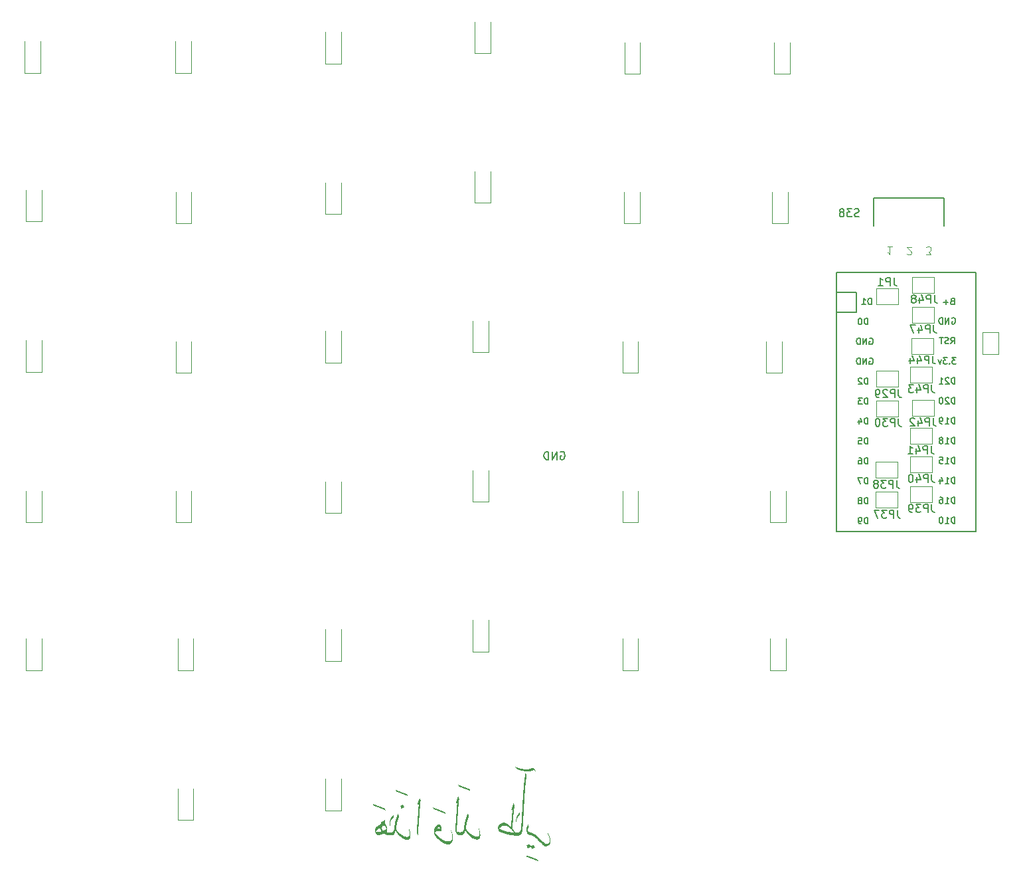
<source format=gbr>
%TF.GenerationSoftware,KiCad,Pcbnew,7.0.10*%
%TF.CreationDate,2024-03-21T17:00:33-05:00*%
%TF.ProjectId,Tair,54616972-2e6b-4696-9361-645f70636258,rev?*%
%TF.SameCoordinates,Original*%
%TF.FileFunction,Legend,Bot*%
%TF.FilePolarity,Positive*%
%FSLAX46Y46*%
G04 Gerber Fmt 4.6, Leading zero omitted, Abs format (unit mm)*
G04 Created by KiCad (PCBNEW 7.0.10) date 2024-03-21 17:00:33*
%MOMM*%
%LPD*%
G01*
G04 APERTURE LIST*
%ADD10C,0.150000*%
%ADD11C,0.100000*%
%ADD12C,0.127000*%
%ADD13C,0.120000*%
%ADD14C,0.200000*%
G04 APERTURE END LIST*
D10*
X119528637Y-94213860D02*
X119623875Y-94166241D01*
X119623875Y-94166241D02*
X119766732Y-94166241D01*
X119766732Y-94166241D02*
X119909589Y-94213860D01*
X119909589Y-94213860D02*
X120004827Y-94309098D01*
X120004827Y-94309098D02*
X120052446Y-94404336D01*
X120052446Y-94404336D02*
X120100065Y-94594812D01*
X120100065Y-94594812D02*
X120100065Y-94737669D01*
X120100065Y-94737669D02*
X120052446Y-94928145D01*
X120052446Y-94928145D02*
X120004827Y-95023383D01*
X120004827Y-95023383D02*
X119909589Y-95118622D01*
X119909589Y-95118622D02*
X119766732Y-95166241D01*
X119766732Y-95166241D02*
X119671494Y-95166241D01*
X119671494Y-95166241D02*
X119528637Y-95118622D01*
X119528637Y-95118622D02*
X119481018Y-95071002D01*
X119481018Y-95071002D02*
X119481018Y-94737669D01*
X119481018Y-94737669D02*
X119671494Y-94737669D01*
X119052446Y-95166241D02*
X119052446Y-94166241D01*
X119052446Y-94166241D02*
X118481018Y-95166241D01*
X118481018Y-95166241D02*
X118481018Y-94166241D01*
X118004827Y-95166241D02*
X118004827Y-94166241D01*
X118004827Y-94166241D02*
X117766732Y-94166241D01*
X117766732Y-94166241D02*
X117623875Y-94213860D01*
X117623875Y-94213860D02*
X117528637Y-94309098D01*
X117528637Y-94309098D02*
X117481018Y-94404336D01*
X117481018Y-94404336D02*
X117433399Y-94594812D01*
X117433399Y-94594812D02*
X117433399Y-94737669D01*
X117433399Y-94737669D02*
X117481018Y-94928145D01*
X117481018Y-94928145D02*
X117528637Y-95023383D01*
X117528637Y-95023383D02*
X117623875Y-95118622D01*
X117623875Y-95118622D02*
X117766732Y-95166241D01*
X117766732Y-95166241D02*
X118004827Y-95166241D01*
X157601734Y-64188051D02*
X157458772Y-64235704D01*
X157458772Y-64235704D02*
X157220503Y-64235704D01*
X157220503Y-64235704D02*
X157125195Y-64188051D01*
X157125195Y-64188051D02*
X157077541Y-64140397D01*
X157077541Y-64140397D02*
X157029887Y-64045089D01*
X157029887Y-64045089D02*
X157029887Y-63949781D01*
X157029887Y-63949781D02*
X157077541Y-63854473D01*
X157077541Y-63854473D02*
X157125195Y-63806819D01*
X157125195Y-63806819D02*
X157220503Y-63759165D01*
X157220503Y-63759165D02*
X157411118Y-63711511D01*
X157411118Y-63711511D02*
X157506426Y-63663858D01*
X157506426Y-63663858D02*
X157554080Y-63616204D01*
X157554080Y-63616204D02*
X157601734Y-63520896D01*
X157601734Y-63520896D02*
X157601734Y-63425588D01*
X157601734Y-63425588D02*
X157554080Y-63330280D01*
X157554080Y-63330280D02*
X157506426Y-63282626D01*
X157506426Y-63282626D02*
X157411118Y-63234972D01*
X157411118Y-63234972D02*
X157172849Y-63234972D01*
X157172849Y-63234972D02*
X157029887Y-63282626D01*
X156696310Y-63234972D02*
X156076809Y-63234972D01*
X156076809Y-63234972D02*
X156410386Y-63616204D01*
X156410386Y-63616204D02*
X156267425Y-63616204D01*
X156267425Y-63616204D02*
X156172117Y-63663858D01*
X156172117Y-63663858D02*
X156124463Y-63711511D01*
X156124463Y-63711511D02*
X156076809Y-63806819D01*
X156076809Y-63806819D02*
X156076809Y-64045089D01*
X156076809Y-64045089D02*
X156124463Y-64140397D01*
X156124463Y-64140397D02*
X156172117Y-64188051D01*
X156172117Y-64188051D02*
X156267425Y-64235704D01*
X156267425Y-64235704D02*
X156553348Y-64235704D01*
X156553348Y-64235704D02*
X156648656Y-64188051D01*
X156648656Y-64188051D02*
X156696310Y-64140397D01*
X155504962Y-63663858D02*
X155600270Y-63616204D01*
X155600270Y-63616204D02*
X155647924Y-63568550D01*
X155647924Y-63568550D02*
X155695578Y-63473242D01*
X155695578Y-63473242D02*
X155695578Y-63425588D01*
X155695578Y-63425588D02*
X155647924Y-63330280D01*
X155647924Y-63330280D02*
X155600270Y-63282626D01*
X155600270Y-63282626D02*
X155504962Y-63234972D01*
X155504962Y-63234972D02*
X155314347Y-63234972D01*
X155314347Y-63234972D02*
X155219039Y-63282626D01*
X155219039Y-63282626D02*
X155171385Y-63330280D01*
X155171385Y-63330280D02*
X155123731Y-63425588D01*
X155123731Y-63425588D02*
X155123731Y-63473242D01*
X155123731Y-63473242D02*
X155171385Y-63568550D01*
X155171385Y-63568550D02*
X155219039Y-63616204D01*
X155219039Y-63616204D02*
X155314347Y-63663858D01*
X155314347Y-63663858D02*
X155504962Y-63663858D01*
X155504962Y-63663858D02*
X155600270Y-63711511D01*
X155600270Y-63711511D02*
X155647924Y-63759165D01*
X155647924Y-63759165D02*
X155695578Y-63854473D01*
X155695578Y-63854473D02*
X155695578Y-64045089D01*
X155695578Y-64045089D02*
X155647924Y-64140397D01*
X155647924Y-64140397D02*
X155600270Y-64188051D01*
X155600270Y-64188051D02*
X155504962Y-64235704D01*
X155504962Y-64235704D02*
X155314347Y-64235704D01*
X155314347Y-64235704D02*
X155219039Y-64188051D01*
X155219039Y-64188051D02*
X155171385Y-64140397D01*
X155171385Y-64140397D02*
X155123731Y-64045089D01*
X155123731Y-64045089D02*
X155123731Y-63854473D01*
X155123731Y-63854473D02*
X155171385Y-63759165D01*
X155171385Y-63759165D02*
X155219039Y-63711511D01*
X155219039Y-63711511D02*
X155314347Y-63663858D01*
D11*
X163730998Y-68981164D02*
X163778617Y-69028783D01*
X163778617Y-69028783D02*
X163873855Y-69076402D01*
X163873855Y-69076402D02*
X164111950Y-69076402D01*
X164111950Y-69076402D02*
X164207188Y-69028783D01*
X164207188Y-69028783D02*
X164254807Y-68981164D01*
X164254807Y-68981164D02*
X164302426Y-68885926D01*
X164302426Y-68885926D02*
X164302426Y-68790688D01*
X164302426Y-68790688D02*
X164254807Y-68647831D01*
X164254807Y-68647831D02*
X163683379Y-68076402D01*
X163683379Y-68076402D02*
X164302426Y-68076402D01*
X166172579Y-69051002D02*
X166791626Y-69051002D01*
X166791626Y-69051002D02*
X166458293Y-68670050D01*
X166458293Y-68670050D02*
X166601150Y-68670050D01*
X166601150Y-68670050D02*
X166696388Y-68622431D01*
X166696388Y-68622431D02*
X166744007Y-68574812D01*
X166744007Y-68574812D02*
X166791626Y-68479574D01*
X166791626Y-68479574D02*
X166791626Y-68241479D01*
X166791626Y-68241479D02*
X166744007Y-68146241D01*
X166744007Y-68146241D02*
X166696388Y-68098622D01*
X166696388Y-68098622D02*
X166601150Y-68051002D01*
X166601150Y-68051002D02*
X166315436Y-68051002D01*
X166315436Y-68051002D02*
X166220198Y-68098622D01*
X166220198Y-68098622D02*
X166172579Y-68146241D01*
X161813226Y-68051002D02*
X161241798Y-68051002D01*
X161527512Y-68051002D02*
X161527512Y-69051002D01*
X161527512Y-69051002D02*
X161432274Y-68908145D01*
X161432274Y-68908145D02*
X161337036Y-68812907D01*
X161337036Y-68812907D02*
X161241798Y-68765288D01*
D10*
X162062066Y-72012241D02*
X162062066Y-72726526D01*
X162062066Y-72726526D02*
X162109685Y-72869383D01*
X162109685Y-72869383D02*
X162204923Y-72964622D01*
X162204923Y-72964622D02*
X162347780Y-73012241D01*
X162347780Y-73012241D02*
X162443018Y-73012241D01*
X161585875Y-73012241D02*
X161585875Y-72012241D01*
X161585875Y-72012241D02*
X161204923Y-72012241D01*
X161204923Y-72012241D02*
X161109685Y-72059860D01*
X161109685Y-72059860D02*
X161062066Y-72107479D01*
X161062066Y-72107479D02*
X161014447Y-72202717D01*
X161014447Y-72202717D02*
X161014447Y-72345574D01*
X161014447Y-72345574D02*
X161062066Y-72440812D01*
X161062066Y-72440812D02*
X161109685Y-72488431D01*
X161109685Y-72488431D02*
X161204923Y-72536050D01*
X161204923Y-72536050D02*
X161585875Y-72536050D01*
X160062066Y-73012241D02*
X160633494Y-73012241D01*
X160347780Y-73012241D02*
X160347780Y-72012241D01*
X160347780Y-72012241D02*
X160443018Y-72155098D01*
X160443018Y-72155098D02*
X160538256Y-72250336D01*
X160538256Y-72250336D02*
X160633494Y-72297955D01*
X166871062Y-100878530D02*
X166871062Y-101592815D01*
X166871062Y-101592815D02*
X166918681Y-101735672D01*
X166918681Y-101735672D02*
X167013919Y-101830911D01*
X167013919Y-101830911D02*
X167156776Y-101878530D01*
X167156776Y-101878530D02*
X167252014Y-101878530D01*
X166394871Y-101878530D02*
X166394871Y-100878530D01*
X166394871Y-100878530D02*
X166013919Y-100878530D01*
X166013919Y-100878530D02*
X165918681Y-100926149D01*
X165918681Y-100926149D02*
X165871062Y-100973768D01*
X165871062Y-100973768D02*
X165823443Y-101069006D01*
X165823443Y-101069006D02*
X165823443Y-101211863D01*
X165823443Y-101211863D02*
X165871062Y-101307101D01*
X165871062Y-101307101D02*
X165918681Y-101354720D01*
X165918681Y-101354720D02*
X166013919Y-101402339D01*
X166013919Y-101402339D02*
X166394871Y-101402339D01*
X165490109Y-100878530D02*
X164871062Y-100878530D01*
X164871062Y-100878530D02*
X165204395Y-101259482D01*
X165204395Y-101259482D02*
X165061538Y-101259482D01*
X165061538Y-101259482D02*
X164966300Y-101307101D01*
X164966300Y-101307101D02*
X164918681Y-101354720D01*
X164918681Y-101354720D02*
X164871062Y-101449958D01*
X164871062Y-101449958D02*
X164871062Y-101688053D01*
X164871062Y-101688053D02*
X164918681Y-101783291D01*
X164918681Y-101783291D02*
X164966300Y-101830911D01*
X164966300Y-101830911D02*
X165061538Y-101878530D01*
X165061538Y-101878530D02*
X165347252Y-101878530D01*
X165347252Y-101878530D02*
X165442490Y-101830911D01*
X165442490Y-101830911D02*
X165490109Y-101783291D01*
X164394871Y-101878530D02*
X164204395Y-101878530D01*
X164204395Y-101878530D02*
X164109157Y-101830911D01*
X164109157Y-101830911D02*
X164061538Y-101783291D01*
X164061538Y-101783291D02*
X163966300Y-101640434D01*
X163966300Y-101640434D02*
X163918681Y-101449958D01*
X163918681Y-101449958D02*
X163918681Y-101069006D01*
X163918681Y-101069006D02*
X163966300Y-100973768D01*
X163966300Y-100973768D02*
X164013919Y-100926149D01*
X164013919Y-100926149D02*
X164109157Y-100878530D01*
X164109157Y-100878530D02*
X164299633Y-100878530D01*
X164299633Y-100878530D02*
X164394871Y-100926149D01*
X164394871Y-100926149D02*
X164442490Y-100973768D01*
X164442490Y-100973768D02*
X164490109Y-101069006D01*
X164490109Y-101069006D02*
X164490109Y-101307101D01*
X164490109Y-101307101D02*
X164442490Y-101402339D01*
X164442490Y-101402339D02*
X164394871Y-101449958D01*
X164394871Y-101449958D02*
X164299633Y-101497577D01*
X164299633Y-101497577D02*
X164109157Y-101497577D01*
X164109157Y-101497577D02*
X164013919Y-101449958D01*
X164013919Y-101449958D02*
X163966300Y-101402339D01*
X163966300Y-101402339D02*
X163918681Y-101307101D01*
X162426062Y-97808530D02*
X162426062Y-98522815D01*
X162426062Y-98522815D02*
X162473681Y-98665672D01*
X162473681Y-98665672D02*
X162568919Y-98760911D01*
X162568919Y-98760911D02*
X162711776Y-98808530D01*
X162711776Y-98808530D02*
X162807014Y-98808530D01*
X161949871Y-98808530D02*
X161949871Y-97808530D01*
X161949871Y-97808530D02*
X161568919Y-97808530D01*
X161568919Y-97808530D02*
X161473681Y-97856149D01*
X161473681Y-97856149D02*
X161426062Y-97903768D01*
X161426062Y-97903768D02*
X161378443Y-97999006D01*
X161378443Y-97999006D02*
X161378443Y-98141863D01*
X161378443Y-98141863D02*
X161426062Y-98237101D01*
X161426062Y-98237101D02*
X161473681Y-98284720D01*
X161473681Y-98284720D02*
X161568919Y-98332339D01*
X161568919Y-98332339D02*
X161949871Y-98332339D01*
X161045109Y-97808530D02*
X160426062Y-97808530D01*
X160426062Y-97808530D02*
X160759395Y-98189482D01*
X160759395Y-98189482D02*
X160616538Y-98189482D01*
X160616538Y-98189482D02*
X160521300Y-98237101D01*
X160521300Y-98237101D02*
X160473681Y-98284720D01*
X160473681Y-98284720D02*
X160426062Y-98379958D01*
X160426062Y-98379958D02*
X160426062Y-98618053D01*
X160426062Y-98618053D02*
X160473681Y-98713291D01*
X160473681Y-98713291D02*
X160521300Y-98760911D01*
X160521300Y-98760911D02*
X160616538Y-98808530D01*
X160616538Y-98808530D02*
X160902252Y-98808530D01*
X160902252Y-98808530D02*
X160997490Y-98760911D01*
X160997490Y-98760911D02*
X161045109Y-98713291D01*
X159854633Y-98237101D02*
X159949871Y-98189482D01*
X159949871Y-98189482D02*
X159997490Y-98141863D01*
X159997490Y-98141863D02*
X160045109Y-98046625D01*
X160045109Y-98046625D02*
X160045109Y-97999006D01*
X160045109Y-97999006D02*
X159997490Y-97903768D01*
X159997490Y-97903768D02*
X159949871Y-97856149D01*
X159949871Y-97856149D02*
X159854633Y-97808530D01*
X159854633Y-97808530D02*
X159664157Y-97808530D01*
X159664157Y-97808530D02*
X159568919Y-97856149D01*
X159568919Y-97856149D02*
X159521300Y-97903768D01*
X159521300Y-97903768D02*
X159473681Y-97999006D01*
X159473681Y-97999006D02*
X159473681Y-98046625D01*
X159473681Y-98046625D02*
X159521300Y-98141863D01*
X159521300Y-98141863D02*
X159568919Y-98189482D01*
X159568919Y-98189482D02*
X159664157Y-98237101D01*
X159664157Y-98237101D02*
X159854633Y-98237101D01*
X159854633Y-98237101D02*
X159949871Y-98284720D01*
X159949871Y-98284720D02*
X159997490Y-98332339D01*
X159997490Y-98332339D02*
X160045109Y-98427577D01*
X160045109Y-98427577D02*
X160045109Y-98618053D01*
X160045109Y-98618053D02*
X159997490Y-98713291D01*
X159997490Y-98713291D02*
X159949871Y-98760911D01*
X159949871Y-98760911D02*
X159854633Y-98808530D01*
X159854633Y-98808530D02*
X159664157Y-98808530D01*
X159664157Y-98808530D02*
X159568919Y-98760911D01*
X159568919Y-98760911D02*
X159521300Y-98713291D01*
X159521300Y-98713291D02*
X159473681Y-98618053D01*
X159473681Y-98618053D02*
X159473681Y-98427577D01*
X159473681Y-98427577D02*
X159521300Y-98332339D01*
X159521300Y-98332339D02*
X159568919Y-98284720D01*
X159568919Y-98284720D02*
X159664157Y-98237101D01*
X158729208Y-77967717D02*
X158729208Y-77167717D01*
X158729208Y-77167717D02*
X158538732Y-77167717D01*
X158538732Y-77167717D02*
X158424446Y-77205812D01*
X158424446Y-77205812D02*
X158348256Y-77282002D01*
X158348256Y-77282002D02*
X158310161Y-77358193D01*
X158310161Y-77358193D02*
X158272065Y-77510574D01*
X158272065Y-77510574D02*
X158272065Y-77624860D01*
X158272065Y-77624860D02*
X158310161Y-77777241D01*
X158310161Y-77777241D02*
X158348256Y-77853431D01*
X158348256Y-77853431D02*
X158424446Y-77929622D01*
X158424446Y-77929622D02*
X158538732Y-77967717D01*
X158538732Y-77967717D02*
X158729208Y-77967717D01*
X157776827Y-77167717D02*
X157700637Y-77167717D01*
X157700637Y-77167717D02*
X157624446Y-77205812D01*
X157624446Y-77205812D02*
X157586351Y-77243907D01*
X157586351Y-77243907D02*
X157548256Y-77320098D01*
X157548256Y-77320098D02*
X157510161Y-77472479D01*
X157510161Y-77472479D02*
X157510161Y-77662955D01*
X157510161Y-77662955D02*
X157548256Y-77815336D01*
X157548256Y-77815336D02*
X157586351Y-77891526D01*
X157586351Y-77891526D02*
X157624446Y-77929622D01*
X157624446Y-77929622D02*
X157700637Y-77967717D01*
X157700637Y-77967717D02*
X157776827Y-77967717D01*
X157776827Y-77967717D02*
X157853018Y-77929622D01*
X157853018Y-77929622D02*
X157891113Y-77891526D01*
X157891113Y-77891526D02*
X157929208Y-77815336D01*
X157929208Y-77815336D02*
X157967304Y-77662955D01*
X157967304Y-77662955D02*
X157967304Y-77472479D01*
X157967304Y-77472479D02*
X157929208Y-77320098D01*
X157929208Y-77320098D02*
X157891113Y-77243907D01*
X157891113Y-77243907D02*
X157853018Y-77205812D01*
X157853018Y-77205812D02*
X157776827Y-77167717D01*
X169498828Y-75008669D02*
X169384542Y-75046764D01*
X169384542Y-75046764D02*
X169346447Y-75084860D01*
X169346447Y-75084860D02*
X169308351Y-75161050D01*
X169308351Y-75161050D02*
X169308351Y-75275336D01*
X169308351Y-75275336D02*
X169346447Y-75351526D01*
X169346447Y-75351526D02*
X169384542Y-75389622D01*
X169384542Y-75389622D02*
X169460732Y-75427717D01*
X169460732Y-75427717D02*
X169765494Y-75427717D01*
X169765494Y-75427717D02*
X169765494Y-74627717D01*
X169765494Y-74627717D02*
X169498828Y-74627717D01*
X169498828Y-74627717D02*
X169422637Y-74665812D01*
X169422637Y-74665812D02*
X169384542Y-74703907D01*
X169384542Y-74703907D02*
X169346447Y-74780098D01*
X169346447Y-74780098D02*
X169346447Y-74856288D01*
X169346447Y-74856288D02*
X169384542Y-74932479D01*
X169384542Y-74932479D02*
X169422637Y-74970574D01*
X169422637Y-74970574D02*
X169498828Y-75008669D01*
X169498828Y-75008669D02*
X169765494Y-75008669D01*
X168965494Y-75122955D02*
X168355971Y-75122955D01*
X168660732Y-75427717D02*
X168660732Y-74818193D01*
X169821161Y-95677717D02*
X169821161Y-94877717D01*
X169821161Y-94877717D02*
X169630685Y-94877717D01*
X169630685Y-94877717D02*
X169516399Y-94915812D01*
X169516399Y-94915812D02*
X169440209Y-94992002D01*
X169440209Y-94992002D02*
X169402114Y-95068193D01*
X169402114Y-95068193D02*
X169364018Y-95220574D01*
X169364018Y-95220574D02*
X169364018Y-95334860D01*
X169364018Y-95334860D02*
X169402114Y-95487241D01*
X169402114Y-95487241D02*
X169440209Y-95563431D01*
X169440209Y-95563431D02*
X169516399Y-95639622D01*
X169516399Y-95639622D02*
X169630685Y-95677717D01*
X169630685Y-95677717D02*
X169821161Y-95677717D01*
X168602114Y-95677717D02*
X169059257Y-95677717D01*
X168830685Y-95677717D02*
X168830685Y-94877717D01*
X168830685Y-94877717D02*
X168906876Y-94992002D01*
X168906876Y-94992002D02*
X168983066Y-95068193D01*
X168983066Y-95068193D02*
X169059257Y-95106288D01*
X167878304Y-94877717D02*
X168259256Y-94877717D01*
X168259256Y-94877717D02*
X168297352Y-95258669D01*
X168297352Y-95258669D02*
X168259256Y-95220574D01*
X168259256Y-95220574D02*
X168183066Y-95182479D01*
X168183066Y-95182479D02*
X167992590Y-95182479D01*
X167992590Y-95182479D02*
X167916399Y-95220574D01*
X167916399Y-95220574D02*
X167878304Y-95258669D01*
X167878304Y-95258669D02*
X167840209Y-95334860D01*
X167840209Y-95334860D02*
X167840209Y-95525336D01*
X167840209Y-95525336D02*
X167878304Y-95601526D01*
X167878304Y-95601526D02*
X167916399Y-95639622D01*
X167916399Y-95639622D02*
X167992590Y-95677717D01*
X167992590Y-95677717D02*
X168183066Y-95677717D01*
X168183066Y-95677717D02*
X168259256Y-95639622D01*
X168259256Y-95639622D02*
X168297352Y-95601526D01*
X159190208Y-75427717D02*
X159190208Y-74627717D01*
X159190208Y-74627717D02*
X158999732Y-74627717D01*
X158999732Y-74627717D02*
X158885446Y-74665812D01*
X158885446Y-74665812D02*
X158809256Y-74742002D01*
X158809256Y-74742002D02*
X158771161Y-74818193D01*
X158771161Y-74818193D02*
X158733065Y-74970574D01*
X158733065Y-74970574D02*
X158733065Y-75084860D01*
X158733065Y-75084860D02*
X158771161Y-75237241D01*
X158771161Y-75237241D02*
X158809256Y-75313431D01*
X158809256Y-75313431D02*
X158885446Y-75389622D01*
X158885446Y-75389622D02*
X158999732Y-75427717D01*
X158999732Y-75427717D02*
X159190208Y-75427717D01*
X157971161Y-75427717D02*
X158428304Y-75427717D01*
X158199732Y-75427717D02*
X158199732Y-74627717D01*
X158199732Y-74627717D02*
X158275923Y-74742002D01*
X158275923Y-74742002D02*
X158352113Y-74818193D01*
X158352113Y-74818193D02*
X158428304Y-74856288D01*
X169821161Y-85517717D02*
X169821161Y-84717717D01*
X169821161Y-84717717D02*
X169630685Y-84717717D01*
X169630685Y-84717717D02*
X169516399Y-84755812D01*
X169516399Y-84755812D02*
X169440209Y-84832002D01*
X169440209Y-84832002D02*
X169402114Y-84908193D01*
X169402114Y-84908193D02*
X169364018Y-85060574D01*
X169364018Y-85060574D02*
X169364018Y-85174860D01*
X169364018Y-85174860D02*
X169402114Y-85327241D01*
X169402114Y-85327241D02*
X169440209Y-85403431D01*
X169440209Y-85403431D02*
X169516399Y-85479622D01*
X169516399Y-85479622D02*
X169630685Y-85517717D01*
X169630685Y-85517717D02*
X169821161Y-85517717D01*
X169059257Y-84793907D02*
X169021161Y-84755812D01*
X169021161Y-84755812D02*
X168944971Y-84717717D01*
X168944971Y-84717717D02*
X168754495Y-84717717D01*
X168754495Y-84717717D02*
X168678304Y-84755812D01*
X168678304Y-84755812D02*
X168640209Y-84793907D01*
X168640209Y-84793907D02*
X168602114Y-84870098D01*
X168602114Y-84870098D02*
X168602114Y-84946288D01*
X168602114Y-84946288D02*
X168640209Y-85060574D01*
X168640209Y-85060574D02*
X169097352Y-85517717D01*
X169097352Y-85517717D02*
X168602114Y-85517717D01*
X167840209Y-85517717D02*
X168297352Y-85517717D01*
X168068780Y-85517717D02*
X168068780Y-84717717D01*
X168068780Y-84717717D02*
X168144971Y-84832002D01*
X168144971Y-84832002D02*
X168221161Y-84908193D01*
X168221161Y-84908193D02*
X168297352Y-84946288D01*
X169821161Y-88057717D02*
X169821161Y-87257717D01*
X169821161Y-87257717D02*
X169630685Y-87257717D01*
X169630685Y-87257717D02*
X169516399Y-87295812D01*
X169516399Y-87295812D02*
X169440209Y-87372002D01*
X169440209Y-87372002D02*
X169402114Y-87448193D01*
X169402114Y-87448193D02*
X169364018Y-87600574D01*
X169364018Y-87600574D02*
X169364018Y-87714860D01*
X169364018Y-87714860D02*
X169402114Y-87867241D01*
X169402114Y-87867241D02*
X169440209Y-87943431D01*
X169440209Y-87943431D02*
X169516399Y-88019622D01*
X169516399Y-88019622D02*
X169630685Y-88057717D01*
X169630685Y-88057717D02*
X169821161Y-88057717D01*
X169059257Y-87333907D02*
X169021161Y-87295812D01*
X169021161Y-87295812D02*
X168944971Y-87257717D01*
X168944971Y-87257717D02*
X168754495Y-87257717D01*
X168754495Y-87257717D02*
X168678304Y-87295812D01*
X168678304Y-87295812D02*
X168640209Y-87333907D01*
X168640209Y-87333907D02*
X168602114Y-87410098D01*
X168602114Y-87410098D02*
X168602114Y-87486288D01*
X168602114Y-87486288D02*
X168640209Y-87600574D01*
X168640209Y-87600574D02*
X169097352Y-88057717D01*
X169097352Y-88057717D02*
X168602114Y-88057717D01*
X168106875Y-87257717D02*
X168030685Y-87257717D01*
X168030685Y-87257717D02*
X167954494Y-87295812D01*
X167954494Y-87295812D02*
X167916399Y-87333907D01*
X167916399Y-87333907D02*
X167878304Y-87410098D01*
X167878304Y-87410098D02*
X167840209Y-87562479D01*
X167840209Y-87562479D02*
X167840209Y-87752955D01*
X167840209Y-87752955D02*
X167878304Y-87905336D01*
X167878304Y-87905336D02*
X167916399Y-87981526D01*
X167916399Y-87981526D02*
X167954494Y-88019622D01*
X167954494Y-88019622D02*
X168030685Y-88057717D01*
X168030685Y-88057717D02*
X168106875Y-88057717D01*
X168106875Y-88057717D02*
X168183066Y-88019622D01*
X168183066Y-88019622D02*
X168221161Y-87981526D01*
X168221161Y-87981526D02*
X168259256Y-87905336D01*
X168259256Y-87905336D02*
X168297352Y-87752955D01*
X168297352Y-87752955D02*
X168297352Y-87562479D01*
X168297352Y-87562479D02*
X168259256Y-87410098D01*
X168259256Y-87410098D02*
X168221161Y-87333907D01*
X168221161Y-87333907D02*
X168183066Y-87295812D01*
X168183066Y-87295812D02*
X168106875Y-87257717D01*
X158729208Y-103367717D02*
X158729208Y-102567717D01*
X158729208Y-102567717D02*
X158538732Y-102567717D01*
X158538732Y-102567717D02*
X158424446Y-102605812D01*
X158424446Y-102605812D02*
X158348256Y-102682002D01*
X158348256Y-102682002D02*
X158310161Y-102758193D01*
X158310161Y-102758193D02*
X158272065Y-102910574D01*
X158272065Y-102910574D02*
X158272065Y-103024860D01*
X158272065Y-103024860D02*
X158310161Y-103177241D01*
X158310161Y-103177241D02*
X158348256Y-103253431D01*
X158348256Y-103253431D02*
X158424446Y-103329622D01*
X158424446Y-103329622D02*
X158538732Y-103367717D01*
X158538732Y-103367717D02*
X158729208Y-103367717D01*
X157891113Y-103367717D02*
X157738732Y-103367717D01*
X157738732Y-103367717D02*
X157662542Y-103329622D01*
X157662542Y-103329622D02*
X157624446Y-103291526D01*
X157624446Y-103291526D02*
X157548256Y-103177241D01*
X157548256Y-103177241D02*
X157510161Y-103024860D01*
X157510161Y-103024860D02*
X157510161Y-102720098D01*
X157510161Y-102720098D02*
X157548256Y-102643907D01*
X157548256Y-102643907D02*
X157586351Y-102605812D01*
X157586351Y-102605812D02*
X157662542Y-102567717D01*
X157662542Y-102567717D02*
X157814923Y-102567717D01*
X157814923Y-102567717D02*
X157891113Y-102605812D01*
X157891113Y-102605812D02*
X157929208Y-102643907D01*
X157929208Y-102643907D02*
X157967304Y-102720098D01*
X157967304Y-102720098D02*
X157967304Y-102910574D01*
X157967304Y-102910574D02*
X157929208Y-102986764D01*
X157929208Y-102986764D02*
X157891113Y-103024860D01*
X157891113Y-103024860D02*
X157814923Y-103062955D01*
X157814923Y-103062955D02*
X157662542Y-103062955D01*
X157662542Y-103062955D02*
X157586351Y-103024860D01*
X157586351Y-103024860D02*
X157548256Y-102986764D01*
X157548256Y-102986764D02*
X157510161Y-102910574D01*
X158729208Y-100827717D02*
X158729208Y-100027717D01*
X158729208Y-100027717D02*
X158538732Y-100027717D01*
X158538732Y-100027717D02*
X158424446Y-100065812D01*
X158424446Y-100065812D02*
X158348256Y-100142002D01*
X158348256Y-100142002D02*
X158310161Y-100218193D01*
X158310161Y-100218193D02*
X158272065Y-100370574D01*
X158272065Y-100370574D02*
X158272065Y-100484860D01*
X158272065Y-100484860D02*
X158310161Y-100637241D01*
X158310161Y-100637241D02*
X158348256Y-100713431D01*
X158348256Y-100713431D02*
X158424446Y-100789622D01*
X158424446Y-100789622D02*
X158538732Y-100827717D01*
X158538732Y-100827717D02*
X158729208Y-100827717D01*
X157814923Y-100370574D02*
X157891113Y-100332479D01*
X157891113Y-100332479D02*
X157929208Y-100294383D01*
X157929208Y-100294383D02*
X157967304Y-100218193D01*
X157967304Y-100218193D02*
X157967304Y-100180098D01*
X157967304Y-100180098D02*
X157929208Y-100103907D01*
X157929208Y-100103907D02*
X157891113Y-100065812D01*
X157891113Y-100065812D02*
X157814923Y-100027717D01*
X157814923Y-100027717D02*
X157662542Y-100027717D01*
X157662542Y-100027717D02*
X157586351Y-100065812D01*
X157586351Y-100065812D02*
X157548256Y-100103907D01*
X157548256Y-100103907D02*
X157510161Y-100180098D01*
X157510161Y-100180098D02*
X157510161Y-100218193D01*
X157510161Y-100218193D02*
X157548256Y-100294383D01*
X157548256Y-100294383D02*
X157586351Y-100332479D01*
X157586351Y-100332479D02*
X157662542Y-100370574D01*
X157662542Y-100370574D02*
X157814923Y-100370574D01*
X157814923Y-100370574D02*
X157891113Y-100408669D01*
X157891113Y-100408669D02*
X157929208Y-100446764D01*
X157929208Y-100446764D02*
X157967304Y-100522955D01*
X157967304Y-100522955D02*
X157967304Y-100675336D01*
X157967304Y-100675336D02*
X157929208Y-100751526D01*
X157929208Y-100751526D02*
X157891113Y-100789622D01*
X157891113Y-100789622D02*
X157814923Y-100827717D01*
X157814923Y-100827717D02*
X157662542Y-100827717D01*
X157662542Y-100827717D02*
X157586351Y-100789622D01*
X157586351Y-100789622D02*
X157548256Y-100751526D01*
X157548256Y-100751526D02*
X157510161Y-100675336D01*
X157510161Y-100675336D02*
X157510161Y-100522955D01*
X157510161Y-100522955D02*
X157548256Y-100446764D01*
X157548256Y-100446764D02*
X157586351Y-100408669D01*
X157586351Y-100408669D02*
X157662542Y-100370574D01*
X169459256Y-77135812D02*
X169535446Y-77097717D01*
X169535446Y-77097717D02*
X169649732Y-77097717D01*
X169649732Y-77097717D02*
X169764018Y-77135812D01*
X169764018Y-77135812D02*
X169840208Y-77212002D01*
X169840208Y-77212002D02*
X169878303Y-77288193D01*
X169878303Y-77288193D02*
X169916399Y-77440574D01*
X169916399Y-77440574D02*
X169916399Y-77554860D01*
X169916399Y-77554860D02*
X169878303Y-77707241D01*
X169878303Y-77707241D02*
X169840208Y-77783431D01*
X169840208Y-77783431D02*
X169764018Y-77859622D01*
X169764018Y-77859622D02*
X169649732Y-77897717D01*
X169649732Y-77897717D02*
X169573541Y-77897717D01*
X169573541Y-77897717D02*
X169459256Y-77859622D01*
X169459256Y-77859622D02*
X169421160Y-77821526D01*
X169421160Y-77821526D02*
X169421160Y-77554860D01*
X169421160Y-77554860D02*
X169573541Y-77554860D01*
X169078303Y-77897717D02*
X169078303Y-77097717D01*
X169078303Y-77097717D02*
X168621160Y-77897717D01*
X168621160Y-77897717D02*
X168621160Y-77097717D01*
X168240208Y-77897717D02*
X168240208Y-77097717D01*
X168240208Y-77097717D02*
X168049732Y-77097717D01*
X168049732Y-77097717D02*
X167935446Y-77135812D01*
X167935446Y-77135812D02*
X167859256Y-77212002D01*
X167859256Y-77212002D02*
X167821161Y-77288193D01*
X167821161Y-77288193D02*
X167783065Y-77440574D01*
X167783065Y-77440574D02*
X167783065Y-77554860D01*
X167783065Y-77554860D02*
X167821161Y-77707241D01*
X167821161Y-77707241D02*
X167859256Y-77783431D01*
X167859256Y-77783431D02*
X167935446Y-77859622D01*
X167935446Y-77859622D02*
X168049732Y-77897717D01*
X168049732Y-77897717D02*
X168240208Y-77897717D01*
X169821161Y-93137717D02*
X169821161Y-92337717D01*
X169821161Y-92337717D02*
X169630685Y-92337717D01*
X169630685Y-92337717D02*
X169516399Y-92375812D01*
X169516399Y-92375812D02*
X169440209Y-92452002D01*
X169440209Y-92452002D02*
X169402114Y-92528193D01*
X169402114Y-92528193D02*
X169364018Y-92680574D01*
X169364018Y-92680574D02*
X169364018Y-92794860D01*
X169364018Y-92794860D02*
X169402114Y-92947241D01*
X169402114Y-92947241D02*
X169440209Y-93023431D01*
X169440209Y-93023431D02*
X169516399Y-93099622D01*
X169516399Y-93099622D02*
X169630685Y-93137717D01*
X169630685Y-93137717D02*
X169821161Y-93137717D01*
X168602114Y-93137717D02*
X169059257Y-93137717D01*
X168830685Y-93137717D02*
X168830685Y-92337717D01*
X168830685Y-92337717D02*
X168906876Y-92452002D01*
X168906876Y-92452002D02*
X168983066Y-92528193D01*
X168983066Y-92528193D02*
X169059257Y-92566288D01*
X168144971Y-92680574D02*
X168221161Y-92642479D01*
X168221161Y-92642479D02*
X168259256Y-92604383D01*
X168259256Y-92604383D02*
X168297352Y-92528193D01*
X168297352Y-92528193D02*
X168297352Y-92490098D01*
X168297352Y-92490098D02*
X168259256Y-92413907D01*
X168259256Y-92413907D02*
X168221161Y-92375812D01*
X168221161Y-92375812D02*
X168144971Y-92337717D01*
X168144971Y-92337717D02*
X167992590Y-92337717D01*
X167992590Y-92337717D02*
X167916399Y-92375812D01*
X167916399Y-92375812D02*
X167878304Y-92413907D01*
X167878304Y-92413907D02*
X167840209Y-92490098D01*
X167840209Y-92490098D02*
X167840209Y-92528193D01*
X167840209Y-92528193D02*
X167878304Y-92604383D01*
X167878304Y-92604383D02*
X167916399Y-92642479D01*
X167916399Y-92642479D02*
X167992590Y-92680574D01*
X167992590Y-92680574D02*
X168144971Y-92680574D01*
X168144971Y-92680574D02*
X168221161Y-92718669D01*
X168221161Y-92718669D02*
X168259256Y-92756764D01*
X168259256Y-92756764D02*
X168297352Y-92832955D01*
X168297352Y-92832955D02*
X168297352Y-92985336D01*
X168297352Y-92985336D02*
X168259256Y-93061526D01*
X168259256Y-93061526D02*
X168221161Y-93099622D01*
X168221161Y-93099622D02*
X168144971Y-93137717D01*
X168144971Y-93137717D02*
X167992590Y-93137717D01*
X167992590Y-93137717D02*
X167916399Y-93099622D01*
X167916399Y-93099622D02*
X167878304Y-93061526D01*
X167878304Y-93061526D02*
X167840209Y-92985336D01*
X167840209Y-92985336D02*
X167840209Y-92832955D01*
X167840209Y-92832955D02*
X167878304Y-92756764D01*
X167878304Y-92756764D02*
X167916399Y-92718669D01*
X167916399Y-92718669D02*
X167992590Y-92680574D01*
X158729208Y-85587717D02*
X158729208Y-84787717D01*
X158729208Y-84787717D02*
X158538732Y-84787717D01*
X158538732Y-84787717D02*
X158424446Y-84825812D01*
X158424446Y-84825812D02*
X158348256Y-84902002D01*
X158348256Y-84902002D02*
X158310161Y-84978193D01*
X158310161Y-84978193D02*
X158272065Y-85130574D01*
X158272065Y-85130574D02*
X158272065Y-85244860D01*
X158272065Y-85244860D02*
X158310161Y-85397241D01*
X158310161Y-85397241D02*
X158348256Y-85473431D01*
X158348256Y-85473431D02*
X158424446Y-85549622D01*
X158424446Y-85549622D02*
X158538732Y-85587717D01*
X158538732Y-85587717D02*
X158729208Y-85587717D01*
X157967304Y-84863907D02*
X157929208Y-84825812D01*
X157929208Y-84825812D02*
X157853018Y-84787717D01*
X157853018Y-84787717D02*
X157662542Y-84787717D01*
X157662542Y-84787717D02*
X157586351Y-84825812D01*
X157586351Y-84825812D02*
X157548256Y-84863907D01*
X157548256Y-84863907D02*
X157510161Y-84940098D01*
X157510161Y-84940098D02*
X157510161Y-85016288D01*
X157510161Y-85016288D02*
X157548256Y-85130574D01*
X157548256Y-85130574D02*
X158005399Y-85587717D01*
X158005399Y-85587717D02*
X157510161Y-85587717D01*
X158729208Y-88127717D02*
X158729208Y-87327717D01*
X158729208Y-87327717D02*
X158538732Y-87327717D01*
X158538732Y-87327717D02*
X158424446Y-87365812D01*
X158424446Y-87365812D02*
X158348256Y-87442002D01*
X158348256Y-87442002D02*
X158310161Y-87518193D01*
X158310161Y-87518193D02*
X158272065Y-87670574D01*
X158272065Y-87670574D02*
X158272065Y-87784860D01*
X158272065Y-87784860D02*
X158310161Y-87937241D01*
X158310161Y-87937241D02*
X158348256Y-88013431D01*
X158348256Y-88013431D02*
X158424446Y-88089622D01*
X158424446Y-88089622D02*
X158538732Y-88127717D01*
X158538732Y-88127717D02*
X158729208Y-88127717D01*
X158005399Y-87327717D02*
X157510161Y-87327717D01*
X157510161Y-87327717D02*
X157776827Y-87632479D01*
X157776827Y-87632479D02*
X157662542Y-87632479D01*
X157662542Y-87632479D02*
X157586351Y-87670574D01*
X157586351Y-87670574D02*
X157548256Y-87708669D01*
X157548256Y-87708669D02*
X157510161Y-87784860D01*
X157510161Y-87784860D02*
X157510161Y-87975336D01*
X157510161Y-87975336D02*
X157548256Y-88051526D01*
X157548256Y-88051526D02*
X157586351Y-88089622D01*
X157586351Y-88089622D02*
X157662542Y-88127717D01*
X157662542Y-88127717D02*
X157891113Y-88127717D01*
X157891113Y-88127717D02*
X157967304Y-88089622D01*
X157967304Y-88089622D02*
X158005399Y-88051526D01*
X169992590Y-82177717D02*
X169497352Y-82177717D01*
X169497352Y-82177717D02*
X169764018Y-82482479D01*
X169764018Y-82482479D02*
X169649733Y-82482479D01*
X169649733Y-82482479D02*
X169573542Y-82520574D01*
X169573542Y-82520574D02*
X169535447Y-82558669D01*
X169535447Y-82558669D02*
X169497352Y-82634860D01*
X169497352Y-82634860D02*
X169497352Y-82825336D01*
X169497352Y-82825336D02*
X169535447Y-82901526D01*
X169535447Y-82901526D02*
X169573542Y-82939622D01*
X169573542Y-82939622D02*
X169649733Y-82977717D01*
X169649733Y-82977717D02*
X169878304Y-82977717D01*
X169878304Y-82977717D02*
X169954495Y-82939622D01*
X169954495Y-82939622D02*
X169992590Y-82901526D01*
X169154494Y-82901526D02*
X169116399Y-82939622D01*
X169116399Y-82939622D02*
X169154494Y-82977717D01*
X169154494Y-82977717D02*
X169192590Y-82939622D01*
X169192590Y-82939622D02*
X169154494Y-82901526D01*
X169154494Y-82901526D02*
X169154494Y-82977717D01*
X168849733Y-82177717D02*
X168354495Y-82177717D01*
X168354495Y-82177717D02*
X168621161Y-82482479D01*
X168621161Y-82482479D02*
X168506876Y-82482479D01*
X168506876Y-82482479D02*
X168430685Y-82520574D01*
X168430685Y-82520574D02*
X168392590Y-82558669D01*
X168392590Y-82558669D02*
X168354495Y-82634860D01*
X168354495Y-82634860D02*
X168354495Y-82825336D01*
X168354495Y-82825336D02*
X168392590Y-82901526D01*
X168392590Y-82901526D02*
X168430685Y-82939622D01*
X168430685Y-82939622D02*
X168506876Y-82977717D01*
X168506876Y-82977717D02*
X168735447Y-82977717D01*
X168735447Y-82977717D02*
X168811638Y-82939622D01*
X168811638Y-82939622D02*
X168849733Y-82901526D01*
X168087828Y-82444383D02*
X167897352Y-82977717D01*
X167897352Y-82977717D02*
X167706875Y-82444383D01*
X158959256Y-82285812D02*
X159035446Y-82247717D01*
X159035446Y-82247717D02*
X159149732Y-82247717D01*
X159149732Y-82247717D02*
X159264018Y-82285812D01*
X159264018Y-82285812D02*
X159340208Y-82362002D01*
X159340208Y-82362002D02*
X159378303Y-82438193D01*
X159378303Y-82438193D02*
X159416399Y-82590574D01*
X159416399Y-82590574D02*
X159416399Y-82704860D01*
X159416399Y-82704860D02*
X159378303Y-82857241D01*
X159378303Y-82857241D02*
X159340208Y-82933431D01*
X159340208Y-82933431D02*
X159264018Y-83009622D01*
X159264018Y-83009622D02*
X159149732Y-83047717D01*
X159149732Y-83047717D02*
X159073541Y-83047717D01*
X159073541Y-83047717D02*
X158959256Y-83009622D01*
X158959256Y-83009622D02*
X158921160Y-82971526D01*
X158921160Y-82971526D02*
X158921160Y-82704860D01*
X158921160Y-82704860D02*
X159073541Y-82704860D01*
X158578303Y-83047717D02*
X158578303Y-82247717D01*
X158578303Y-82247717D02*
X158121160Y-83047717D01*
X158121160Y-83047717D02*
X158121160Y-82247717D01*
X157740208Y-83047717D02*
X157740208Y-82247717D01*
X157740208Y-82247717D02*
X157549732Y-82247717D01*
X157549732Y-82247717D02*
X157435446Y-82285812D01*
X157435446Y-82285812D02*
X157359256Y-82362002D01*
X157359256Y-82362002D02*
X157321161Y-82438193D01*
X157321161Y-82438193D02*
X157283065Y-82590574D01*
X157283065Y-82590574D02*
X157283065Y-82704860D01*
X157283065Y-82704860D02*
X157321161Y-82857241D01*
X157321161Y-82857241D02*
X157359256Y-82933431D01*
X157359256Y-82933431D02*
X157435446Y-83009622D01*
X157435446Y-83009622D02*
X157549732Y-83047717D01*
X157549732Y-83047717D02*
X157740208Y-83047717D01*
X169821161Y-98217717D02*
X169821161Y-97417717D01*
X169821161Y-97417717D02*
X169630685Y-97417717D01*
X169630685Y-97417717D02*
X169516399Y-97455812D01*
X169516399Y-97455812D02*
X169440209Y-97532002D01*
X169440209Y-97532002D02*
X169402114Y-97608193D01*
X169402114Y-97608193D02*
X169364018Y-97760574D01*
X169364018Y-97760574D02*
X169364018Y-97874860D01*
X169364018Y-97874860D02*
X169402114Y-98027241D01*
X169402114Y-98027241D02*
X169440209Y-98103431D01*
X169440209Y-98103431D02*
X169516399Y-98179622D01*
X169516399Y-98179622D02*
X169630685Y-98217717D01*
X169630685Y-98217717D02*
X169821161Y-98217717D01*
X168602114Y-98217717D02*
X169059257Y-98217717D01*
X168830685Y-98217717D02*
X168830685Y-97417717D01*
X168830685Y-97417717D02*
X168906876Y-97532002D01*
X168906876Y-97532002D02*
X168983066Y-97608193D01*
X168983066Y-97608193D02*
X169059257Y-97646288D01*
X167916399Y-97684383D02*
X167916399Y-98217717D01*
X168106875Y-97379622D02*
X168297352Y-97951050D01*
X168297352Y-97951050D02*
X167802113Y-97951050D01*
X169821161Y-100757717D02*
X169821161Y-99957717D01*
X169821161Y-99957717D02*
X169630685Y-99957717D01*
X169630685Y-99957717D02*
X169516399Y-99995812D01*
X169516399Y-99995812D02*
X169440209Y-100072002D01*
X169440209Y-100072002D02*
X169402114Y-100148193D01*
X169402114Y-100148193D02*
X169364018Y-100300574D01*
X169364018Y-100300574D02*
X169364018Y-100414860D01*
X169364018Y-100414860D02*
X169402114Y-100567241D01*
X169402114Y-100567241D02*
X169440209Y-100643431D01*
X169440209Y-100643431D02*
X169516399Y-100719622D01*
X169516399Y-100719622D02*
X169630685Y-100757717D01*
X169630685Y-100757717D02*
X169821161Y-100757717D01*
X168602114Y-100757717D02*
X169059257Y-100757717D01*
X168830685Y-100757717D02*
X168830685Y-99957717D01*
X168830685Y-99957717D02*
X168906876Y-100072002D01*
X168906876Y-100072002D02*
X168983066Y-100148193D01*
X168983066Y-100148193D02*
X169059257Y-100186288D01*
X167916399Y-99957717D02*
X168068780Y-99957717D01*
X168068780Y-99957717D02*
X168144971Y-99995812D01*
X168144971Y-99995812D02*
X168183066Y-100033907D01*
X168183066Y-100033907D02*
X168259256Y-100148193D01*
X168259256Y-100148193D02*
X168297352Y-100300574D01*
X168297352Y-100300574D02*
X168297352Y-100605336D01*
X168297352Y-100605336D02*
X168259256Y-100681526D01*
X168259256Y-100681526D02*
X168221161Y-100719622D01*
X168221161Y-100719622D02*
X168144971Y-100757717D01*
X168144971Y-100757717D02*
X167992590Y-100757717D01*
X167992590Y-100757717D02*
X167916399Y-100719622D01*
X167916399Y-100719622D02*
X167878304Y-100681526D01*
X167878304Y-100681526D02*
X167840209Y-100605336D01*
X167840209Y-100605336D02*
X167840209Y-100414860D01*
X167840209Y-100414860D02*
X167878304Y-100338669D01*
X167878304Y-100338669D02*
X167916399Y-100300574D01*
X167916399Y-100300574D02*
X167992590Y-100262479D01*
X167992590Y-100262479D02*
X168144971Y-100262479D01*
X168144971Y-100262479D02*
X168221161Y-100300574D01*
X168221161Y-100300574D02*
X168259256Y-100338669D01*
X168259256Y-100338669D02*
X168297352Y-100414860D01*
X158729208Y-95747717D02*
X158729208Y-94947717D01*
X158729208Y-94947717D02*
X158538732Y-94947717D01*
X158538732Y-94947717D02*
X158424446Y-94985812D01*
X158424446Y-94985812D02*
X158348256Y-95062002D01*
X158348256Y-95062002D02*
X158310161Y-95138193D01*
X158310161Y-95138193D02*
X158272065Y-95290574D01*
X158272065Y-95290574D02*
X158272065Y-95404860D01*
X158272065Y-95404860D02*
X158310161Y-95557241D01*
X158310161Y-95557241D02*
X158348256Y-95633431D01*
X158348256Y-95633431D02*
X158424446Y-95709622D01*
X158424446Y-95709622D02*
X158538732Y-95747717D01*
X158538732Y-95747717D02*
X158729208Y-95747717D01*
X157586351Y-94947717D02*
X157738732Y-94947717D01*
X157738732Y-94947717D02*
X157814923Y-94985812D01*
X157814923Y-94985812D02*
X157853018Y-95023907D01*
X157853018Y-95023907D02*
X157929208Y-95138193D01*
X157929208Y-95138193D02*
X157967304Y-95290574D01*
X157967304Y-95290574D02*
X157967304Y-95595336D01*
X157967304Y-95595336D02*
X157929208Y-95671526D01*
X157929208Y-95671526D02*
X157891113Y-95709622D01*
X157891113Y-95709622D02*
X157814923Y-95747717D01*
X157814923Y-95747717D02*
X157662542Y-95747717D01*
X157662542Y-95747717D02*
X157586351Y-95709622D01*
X157586351Y-95709622D02*
X157548256Y-95671526D01*
X157548256Y-95671526D02*
X157510161Y-95595336D01*
X157510161Y-95595336D02*
X157510161Y-95404860D01*
X157510161Y-95404860D02*
X157548256Y-95328669D01*
X157548256Y-95328669D02*
X157586351Y-95290574D01*
X157586351Y-95290574D02*
X157662542Y-95252479D01*
X157662542Y-95252479D02*
X157814923Y-95252479D01*
X157814923Y-95252479D02*
X157891113Y-95290574D01*
X157891113Y-95290574D02*
X157929208Y-95328669D01*
X157929208Y-95328669D02*
X157967304Y-95404860D01*
X158959256Y-79745812D02*
X159035446Y-79707717D01*
X159035446Y-79707717D02*
X159149732Y-79707717D01*
X159149732Y-79707717D02*
X159264018Y-79745812D01*
X159264018Y-79745812D02*
X159340208Y-79822002D01*
X159340208Y-79822002D02*
X159378303Y-79898193D01*
X159378303Y-79898193D02*
X159416399Y-80050574D01*
X159416399Y-80050574D02*
X159416399Y-80164860D01*
X159416399Y-80164860D02*
X159378303Y-80317241D01*
X159378303Y-80317241D02*
X159340208Y-80393431D01*
X159340208Y-80393431D02*
X159264018Y-80469622D01*
X159264018Y-80469622D02*
X159149732Y-80507717D01*
X159149732Y-80507717D02*
X159073541Y-80507717D01*
X159073541Y-80507717D02*
X158959256Y-80469622D01*
X158959256Y-80469622D02*
X158921160Y-80431526D01*
X158921160Y-80431526D02*
X158921160Y-80164860D01*
X158921160Y-80164860D02*
X159073541Y-80164860D01*
X158578303Y-80507717D02*
X158578303Y-79707717D01*
X158578303Y-79707717D02*
X158121160Y-80507717D01*
X158121160Y-80507717D02*
X158121160Y-79707717D01*
X157740208Y-80507717D02*
X157740208Y-79707717D01*
X157740208Y-79707717D02*
X157549732Y-79707717D01*
X157549732Y-79707717D02*
X157435446Y-79745812D01*
X157435446Y-79745812D02*
X157359256Y-79822002D01*
X157359256Y-79822002D02*
X157321161Y-79898193D01*
X157321161Y-79898193D02*
X157283065Y-80050574D01*
X157283065Y-80050574D02*
X157283065Y-80164860D01*
X157283065Y-80164860D02*
X157321161Y-80317241D01*
X157321161Y-80317241D02*
X157359256Y-80393431D01*
X157359256Y-80393431D02*
X157435446Y-80469622D01*
X157435446Y-80469622D02*
X157549732Y-80507717D01*
X157549732Y-80507717D02*
X157740208Y-80507717D01*
X169821161Y-103297717D02*
X169821161Y-102497717D01*
X169821161Y-102497717D02*
X169630685Y-102497717D01*
X169630685Y-102497717D02*
X169516399Y-102535812D01*
X169516399Y-102535812D02*
X169440209Y-102612002D01*
X169440209Y-102612002D02*
X169402114Y-102688193D01*
X169402114Y-102688193D02*
X169364018Y-102840574D01*
X169364018Y-102840574D02*
X169364018Y-102954860D01*
X169364018Y-102954860D02*
X169402114Y-103107241D01*
X169402114Y-103107241D02*
X169440209Y-103183431D01*
X169440209Y-103183431D02*
X169516399Y-103259622D01*
X169516399Y-103259622D02*
X169630685Y-103297717D01*
X169630685Y-103297717D02*
X169821161Y-103297717D01*
X168602114Y-103297717D02*
X169059257Y-103297717D01*
X168830685Y-103297717D02*
X168830685Y-102497717D01*
X168830685Y-102497717D02*
X168906876Y-102612002D01*
X168906876Y-102612002D02*
X168983066Y-102688193D01*
X168983066Y-102688193D02*
X169059257Y-102726288D01*
X168106875Y-102497717D02*
X168030685Y-102497717D01*
X168030685Y-102497717D02*
X167954494Y-102535812D01*
X167954494Y-102535812D02*
X167916399Y-102573907D01*
X167916399Y-102573907D02*
X167878304Y-102650098D01*
X167878304Y-102650098D02*
X167840209Y-102802479D01*
X167840209Y-102802479D02*
X167840209Y-102992955D01*
X167840209Y-102992955D02*
X167878304Y-103145336D01*
X167878304Y-103145336D02*
X167916399Y-103221526D01*
X167916399Y-103221526D02*
X167954494Y-103259622D01*
X167954494Y-103259622D02*
X168030685Y-103297717D01*
X168030685Y-103297717D02*
X168106875Y-103297717D01*
X168106875Y-103297717D02*
X168183066Y-103259622D01*
X168183066Y-103259622D02*
X168221161Y-103221526D01*
X168221161Y-103221526D02*
X168259256Y-103145336D01*
X168259256Y-103145336D02*
X168297352Y-102992955D01*
X168297352Y-102992955D02*
X168297352Y-102802479D01*
X168297352Y-102802479D02*
X168259256Y-102650098D01*
X168259256Y-102650098D02*
X168221161Y-102573907D01*
X168221161Y-102573907D02*
X168183066Y-102535812D01*
X168183066Y-102535812D02*
X168106875Y-102497717D01*
X158729208Y-98287717D02*
X158729208Y-97487717D01*
X158729208Y-97487717D02*
X158538732Y-97487717D01*
X158538732Y-97487717D02*
X158424446Y-97525812D01*
X158424446Y-97525812D02*
X158348256Y-97602002D01*
X158348256Y-97602002D02*
X158310161Y-97678193D01*
X158310161Y-97678193D02*
X158272065Y-97830574D01*
X158272065Y-97830574D02*
X158272065Y-97944860D01*
X158272065Y-97944860D02*
X158310161Y-98097241D01*
X158310161Y-98097241D02*
X158348256Y-98173431D01*
X158348256Y-98173431D02*
X158424446Y-98249622D01*
X158424446Y-98249622D02*
X158538732Y-98287717D01*
X158538732Y-98287717D02*
X158729208Y-98287717D01*
X158005399Y-97487717D02*
X157472065Y-97487717D01*
X157472065Y-97487717D02*
X157814923Y-98287717D01*
X169821161Y-90597717D02*
X169821161Y-89797717D01*
X169821161Y-89797717D02*
X169630685Y-89797717D01*
X169630685Y-89797717D02*
X169516399Y-89835812D01*
X169516399Y-89835812D02*
X169440209Y-89912002D01*
X169440209Y-89912002D02*
X169402114Y-89988193D01*
X169402114Y-89988193D02*
X169364018Y-90140574D01*
X169364018Y-90140574D02*
X169364018Y-90254860D01*
X169364018Y-90254860D02*
X169402114Y-90407241D01*
X169402114Y-90407241D02*
X169440209Y-90483431D01*
X169440209Y-90483431D02*
X169516399Y-90559622D01*
X169516399Y-90559622D02*
X169630685Y-90597717D01*
X169630685Y-90597717D02*
X169821161Y-90597717D01*
X168602114Y-90597717D02*
X169059257Y-90597717D01*
X168830685Y-90597717D02*
X168830685Y-89797717D01*
X168830685Y-89797717D02*
X168906876Y-89912002D01*
X168906876Y-89912002D02*
X168983066Y-89988193D01*
X168983066Y-89988193D02*
X169059257Y-90026288D01*
X168221161Y-90597717D02*
X168068780Y-90597717D01*
X168068780Y-90597717D02*
X167992590Y-90559622D01*
X167992590Y-90559622D02*
X167954494Y-90521526D01*
X167954494Y-90521526D02*
X167878304Y-90407241D01*
X167878304Y-90407241D02*
X167840209Y-90254860D01*
X167840209Y-90254860D02*
X167840209Y-89950098D01*
X167840209Y-89950098D02*
X167878304Y-89873907D01*
X167878304Y-89873907D02*
X167916399Y-89835812D01*
X167916399Y-89835812D02*
X167992590Y-89797717D01*
X167992590Y-89797717D02*
X168144971Y-89797717D01*
X168144971Y-89797717D02*
X168221161Y-89835812D01*
X168221161Y-89835812D02*
X168259256Y-89873907D01*
X168259256Y-89873907D02*
X168297352Y-89950098D01*
X168297352Y-89950098D02*
X168297352Y-90140574D01*
X168297352Y-90140574D02*
X168259256Y-90216764D01*
X168259256Y-90216764D02*
X168221161Y-90254860D01*
X168221161Y-90254860D02*
X168144971Y-90292955D01*
X168144971Y-90292955D02*
X167992590Y-90292955D01*
X167992590Y-90292955D02*
X167916399Y-90254860D01*
X167916399Y-90254860D02*
X167878304Y-90216764D01*
X167878304Y-90216764D02*
X167840209Y-90140574D01*
X158729208Y-93207717D02*
X158729208Y-92407717D01*
X158729208Y-92407717D02*
X158538732Y-92407717D01*
X158538732Y-92407717D02*
X158424446Y-92445812D01*
X158424446Y-92445812D02*
X158348256Y-92522002D01*
X158348256Y-92522002D02*
X158310161Y-92598193D01*
X158310161Y-92598193D02*
X158272065Y-92750574D01*
X158272065Y-92750574D02*
X158272065Y-92864860D01*
X158272065Y-92864860D02*
X158310161Y-93017241D01*
X158310161Y-93017241D02*
X158348256Y-93093431D01*
X158348256Y-93093431D02*
X158424446Y-93169622D01*
X158424446Y-93169622D02*
X158538732Y-93207717D01*
X158538732Y-93207717D02*
X158729208Y-93207717D01*
X157548256Y-92407717D02*
X157929208Y-92407717D01*
X157929208Y-92407717D02*
X157967304Y-92788669D01*
X157967304Y-92788669D02*
X157929208Y-92750574D01*
X157929208Y-92750574D02*
X157853018Y-92712479D01*
X157853018Y-92712479D02*
X157662542Y-92712479D01*
X157662542Y-92712479D02*
X157586351Y-92750574D01*
X157586351Y-92750574D02*
X157548256Y-92788669D01*
X157548256Y-92788669D02*
X157510161Y-92864860D01*
X157510161Y-92864860D02*
X157510161Y-93055336D01*
X157510161Y-93055336D02*
X157548256Y-93131526D01*
X157548256Y-93131526D02*
X157586351Y-93169622D01*
X157586351Y-93169622D02*
X157662542Y-93207717D01*
X157662542Y-93207717D02*
X157853018Y-93207717D01*
X157853018Y-93207717D02*
X157929208Y-93169622D01*
X157929208Y-93169622D02*
X157967304Y-93131526D01*
X169326827Y-80407717D02*
X169593494Y-80026764D01*
X169783970Y-80407717D02*
X169783970Y-79607717D01*
X169783970Y-79607717D02*
X169479208Y-79607717D01*
X169479208Y-79607717D02*
X169403018Y-79645812D01*
X169403018Y-79645812D02*
X169364923Y-79683907D01*
X169364923Y-79683907D02*
X169326827Y-79760098D01*
X169326827Y-79760098D02*
X169326827Y-79874383D01*
X169326827Y-79874383D02*
X169364923Y-79950574D01*
X169364923Y-79950574D02*
X169403018Y-79988669D01*
X169403018Y-79988669D02*
X169479208Y-80026764D01*
X169479208Y-80026764D02*
X169783970Y-80026764D01*
X169022066Y-80369622D02*
X168907780Y-80407717D01*
X168907780Y-80407717D02*
X168717304Y-80407717D01*
X168717304Y-80407717D02*
X168641113Y-80369622D01*
X168641113Y-80369622D02*
X168603018Y-80331526D01*
X168603018Y-80331526D02*
X168564923Y-80255336D01*
X168564923Y-80255336D02*
X168564923Y-80179145D01*
X168564923Y-80179145D02*
X168603018Y-80102955D01*
X168603018Y-80102955D02*
X168641113Y-80064860D01*
X168641113Y-80064860D02*
X168717304Y-80026764D01*
X168717304Y-80026764D02*
X168869685Y-79988669D01*
X168869685Y-79988669D02*
X168945875Y-79950574D01*
X168945875Y-79950574D02*
X168983970Y-79912479D01*
X168983970Y-79912479D02*
X169022066Y-79836288D01*
X169022066Y-79836288D02*
X169022066Y-79760098D01*
X169022066Y-79760098D02*
X168983970Y-79683907D01*
X168983970Y-79683907D02*
X168945875Y-79645812D01*
X168945875Y-79645812D02*
X168869685Y-79607717D01*
X168869685Y-79607717D02*
X168679208Y-79607717D01*
X168679208Y-79607717D02*
X168564923Y-79645812D01*
X168336351Y-79607717D02*
X167879208Y-79607717D01*
X168107780Y-80407717D02*
X168107780Y-79607717D01*
X158729208Y-90667717D02*
X158729208Y-89867717D01*
X158729208Y-89867717D02*
X158538732Y-89867717D01*
X158538732Y-89867717D02*
X158424446Y-89905812D01*
X158424446Y-89905812D02*
X158348256Y-89982002D01*
X158348256Y-89982002D02*
X158310161Y-90058193D01*
X158310161Y-90058193D02*
X158272065Y-90210574D01*
X158272065Y-90210574D02*
X158272065Y-90324860D01*
X158272065Y-90324860D02*
X158310161Y-90477241D01*
X158310161Y-90477241D02*
X158348256Y-90553431D01*
X158348256Y-90553431D02*
X158424446Y-90629622D01*
X158424446Y-90629622D02*
X158538732Y-90667717D01*
X158538732Y-90667717D02*
X158729208Y-90667717D01*
X157586351Y-90134383D02*
X157586351Y-90667717D01*
X157776827Y-89829622D02*
X157967304Y-90401050D01*
X157967304Y-90401050D02*
X157472065Y-90401050D01*
X162643062Y-89934530D02*
X162643062Y-90648815D01*
X162643062Y-90648815D02*
X162690681Y-90791672D01*
X162690681Y-90791672D02*
X162785919Y-90886911D01*
X162785919Y-90886911D02*
X162928776Y-90934530D01*
X162928776Y-90934530D02*
X163024014Y-90934530D01*
X162166871Y-90934530D02*
X162166871Y-89934530D01*
X162166871Y-89934530D02*
X161785919Y-89934530D01*
X161785919Y-89934530D02*
X161690681Y-89982149D01*
X161690681Y-89982149D02*
X161643062Y-90029768D01*
X161643062Y-90029768D02*
X161595443Y-90125006D01*
X161595443Y-90125006D02*
X161595443Y-90267863D01*
X161595443Y-90267863D02*
X161643062Y-90363101D01*
X161643062Y-90363101D02*
X161690681Y-90410720D01*
X161690681Y-90410720D02*
X161785919Y-90458339D01*
X161785919Y-90458339D02*
X162166871Y-90458339D01*
X161262109Y-89934530D02*
X160643062Y-89934530D01*
X160643062Y-89934530D02*
X160976395Y-90315482D01*
X160976395Y-90315482D02*
X160833538Y-90315482D01*
X160833538Y-90315482D02*
X160738300Y-90363101D01*
X160738300Y-90363101D02*
X160690681Y-90410720D01*
X160690681Y-90410720D02*
X160643062Y-90505958D01*
X160643062Y-90505958D02*
X160643062Y-90744053D01*
X160643062Y-90744053D02*
X160690681Y-90839291D01*
X160690681Y-90839291D02*
X160738300Y-90886911D01*
X160738300Y-90886911D02*
X160833538Y-90934530D01*
X160833538Y-90934530D02*
X161119252Y-90934530D01*
X161119252Y-90934530D02*
X161214490Y-90886911D01*
X161214490Y-90886911D02*
X161262109Y-90839291D01*
X160024014Y-89934530D02*
X159928776Y-89934530D01*
X159928776Y-89934530D02*
X159833538Y-89982149D01*
X159833538Y-89982149D02*
X159785919Y-90029768D01*
X159785919Y-90029768D02*
X159738300Y-90125006D01*
X159738300Y-90125006D02*
X159690681Y-90315482D01*
X159690681Y-90315482D02*
X159690681Y-90553577D01*
X159690681Y-90553577D02*
X159738300Y-90744053D01*
X159738300Y-90744053D02*
X159785919Y-90839291D01*
X159785919Y-90839291D02*
X159833538Y-90886911D01*
X159833538Y-90886911D02*
X159928776Y-90934530D01*
X159928776Y-90934530D02*
X160024014Y-90934530D01*
X160024014Y-90934530D02*
X160119252Y-90886911D01*
X160119252Y-90886911D02*
X160166871Y-90839291D01*
X160166871Y-90839291D02*
X160214490Y-90744053D01*
X160214490Y-90744053D02*
X160262109Y-90553577D01*
X160262109Y-90553577D02*
X160262109Y-90315482D01*
X160262109Y-90315482D02*
X160214490Y-90125006D01*
X160214490Y-90125006D02*
X160166871Y-90029768D01*
X160166871Y-90029768D02*
X160119252Y-89982149D01*
X160119252Y-89982149D02*
X160024014Y-89934530D01*
X162516062Y-101618530D02*
X162516062Y-102332815D01*
X162516062Y-102332815D02*
X162563681Y-102475672D01*
X162563681Y-102475672D02*
X162658919Y-102570911D01*
X162658919Y-102570911D02*
X162801776Y-102618530D01*
X162801776Y-102618530D02*
X162897014Y-102618530D01*
X162039871Y-102618530D02*
X162039871Y-101618530D01*
X162039871Y-101618530D02*
X161658919Y-101618530D01*
X161658919Y-101618530D02*
X161563681Y-101666149D01*
X161563681Y-101666149D02*
X161516062Y-101713768D01*
X161516062Y-101713768D02*
X161468443Y-101809006D01*
X161468443Y-101809006D02*
X161468443Y-101951863D01*
X161468443Y-101951863D02*
X161516062Y-102047101D01*
X161516062Y-102047101D02*
X161563681Y-102094720D01*
X161563681Y-102094720D02*
X161658919Y-102142339D01*
X161658919Y-102142339D02*
X162039871Y-102142339D01*
X161135109Y-101618530D02*
X160516062Y-101618530D01*
X160516062Y-101618530D02*
X160849395Y-101999482D01*
X160849395Y-101999482D02*
X160706538Y-101999482D01*
X160706538Y-101999482D02*
X160611300Y-102047101D01*
X160611300Y-102047101D02*
X160563681Y-102094720D01*
X160563681Y-102094720D02*
X160516062Y-102189958D01*
X160516062Y-102189958D02*
X160516062Y-102428053D01*
X160516062Y-102428053D02*
X160563681Y-102523291D01*
X160563681Y-102523291D02*
X160611300Y-102570911D01*
X160611300Y-102570911D02*
X160706538Y-102618530D01*
X160706538Y-102618530D02*
X160992252Y-102618530D01*
X160992252Y-102618530D02*
X161087490Y-102570911D01*
X161087490Y-102570911D02*
X161135109Y-102523291D01*
X160182728Y-101618530D02*
X159516062Y-101618530D01*
X159516062Y-101618530D02*
X159944633Y-102618530D01*
X162643062Y-86251530D02*
X162643062Y-86965815D01*
X162643062Y-86965815D02*
X162690681Y-87108672D01*
X162690681Y-87108672D02*
X162785919Y-87203911D01*
X162785919Y-87203911D02*
X162928776Y-87251530D01*
X162928776Y-87251530D02*
X163024014Y-87251530D01*
X162166871Y-87251530D02*
X162166871Y-86251530D01*
X162166871Y-86251530D02*
X161785919Y-86251530D01*
X161785919Y-86251530D02*
X161690681Y-86299149D01*
X161690681Y-86299149D02*
X161643062Y-86346768D01*
X161643062Y-86346768D02*
X161595443Y-86442006D01*
X161595443Y-86442006D02*
X161595443Y-86584863D01*
X161595443Y-86584863D02*
X161643062Y-86680101D01*
X161643062Y-86680101D02*
X161690681Y-86727720D01*
X161690681Y-86727720D02*
X161785919Y-86775339D01*
X161785919Y-86775339D02*
X162166871Y-86775339D01*
X161214490Y-86346768D02*
X161166871Y-86299149D01*
X161166871Y-86299149D02*
X161071633Y-86251530D01*
X161071633Y-86251530D02*
X160833538Y-86251530D01*
X160833538Y-86251530D02*
X160738300Y-86299149D01*
X160738300Y-86299149D02*
X160690681Y-86346768D01*
X160690681Y-86346768D02*
X160643062Y-86442006D01*
X160643062Y-86442006D02*
X160643062Y-86537244D01*
X160643062Y-86537244D02*
X160690681Y-86680101D01*
X160690681Y-86680101D02*
X161262109Y-87251530D01*
X161262109Y-87251530D02*
X160643062Y-87251530D01*
X160166871Y-87251530D02*
X159976395Y-87251530D01*
X159976395Y-87251530D02*
X159881157Y-87203911D01*
X159881157Y-87203911D02*
X159833538Y-87156291D01*
X159833538Y-87156291D02*
X159738300Y-87013434D01*
X159738300Y-87013434D02*
X159690681Y-86822958D01*
X159690681Y-86822958D02*
X159690681Y-86442006D01*
X159690681Y-86442006D02*
X159738300Y-86346768D01*
X159738300Y-86346768D02*
X159785919Y-86299149D01*
X159785919Y-86299149D02*
X159881157Y-86251530D01*
X159881157Y-86251530D02*
X160071633Y-86251530D01*
X160071633Y-86251530D02*
X160166871Y-86299149D01*
X160166871Y-86299149D02*
X160214490Y-86346768D01*
X160214490Y-86346768D02*
X160262109Y-86442006D01*
X160262109Y-86442006D02*
X160262109Y-86680101D01*
X160262109Y-86680101D02*
X160214490Y-86775339D01*
X160214490Y-86775339D02*
X160166871Y-86822958D01*
X160166871Y-86822958D02*
X160071633Y-86870577D01*
X160071633Y-86870577D02*
X159881157Y-86870577D01*
X159881157Y-86870577D02*
X159785919Y-86822958D01*
X159785919Y-86822958D02*
X159738300Y-86775339D01*
X159738300Y-86775339D02*
X159690681Y-86680101D01*
X166871062Y-97068530D02*
X166871062Y-97782815D01*
X166871062Y-97782815D02*
X166918681Y-97925672D01*
X166918681Y-97925672D02*
X167013919Y-98020911D01*
X167013919Y-98020911D02*
X167156776Y-98068530D01*
X167156776Y-98068530D02*
X167252014Y-98068530D01*
X166394871Y-98068530D02*
X166394871Y-97068530D01*
X166394871Y-97068530D02*
X166013919Y-97068530D01*
X166013919Y-97068530D02*
X165918681Y-97116149D01*
X165918681Y-97116149D02*
X165871062Y-97163768D01*
X165871062Y-97163768D02*
X165823443Y-97259006D01*
X165823443Y-97259006D02*
X165823443Y-97401863D01*
X165823443Y-97401863D02*
X165871062Y-97497101D01*
X165871062Y-97497101D02*
X165918681Y-97544720D01*
X165918681Y-97544720D02*
X166013919Y-97592339D01*
X166013919Y-97592339D02*
X166394871Y-97592339D01*
X164966300Y-97401863D02*
X164966300Y-98068530D01*
X165204395Y-97020911D02*
X165442490Y-97735196D01*
X165442490Y-97735196D02*
X164823443Y-97735196D01*
X164252014Y-97068530D02*
X164156776Y-97068530D01*
X164156776Y-97068530D02*
X164061538Y-97116149D01*
X164061538Y-97116149D02*
X164013919Y-97163768D01*
X164013919Y-97163768D02*
X163966300Y-97259006D01*
X163966300Y-97259006D02*
X163918681Y-97449482D01*
X163918681Y-97449482D02*
X163918681Y-97687577D01*
X163918681Y-97687577D02*
X163966300Y-97878053D01*
X163966300Y-97878053D02*
X164013919Y-97973291D01*
X164013919Y-97973291D02*
X164061538Y-98020911D01*
X164061538Y-98020911D02*
X164156776Y-98068530D01*
X164156776Y-98068530D02*
X164252014Y-98068530D01*
X164252014Y-98068530D02*
X164347252Y-98020911D01*
X164347252Y-98020911D02*
X164394871Y-97973291D01*
X164394871Y-97973291D02*
X164442490Y-97878053D01*
X164442490Y-97878053D02*
X164490109Y-97687577D01*
X164490109Y-97687577D02*
X164490109Y-97449482D01*
X164490109Y-97449482D02*
X164442490Y-97259006D01*
X164442490Y-97259006D02*
X164394871Y-97163768D01*
X164394871Y-97163768D02*
X164347252Y-97116149D01*
X164347252Y-97116149D02*
X164252014Y-97068530D01*
X166812256Y-93426241D02*
X166812256Y-94140526D01*
X166812256Y-94140526D02*
X166859875Y-94283383D01*
X166859875Y-94283383D02*
X166955113Y-94378622D01*
X166955113Y-94378622D02*
X167097970Y-94426241D01*
X167097970Y-94426241D02*
X167193208Y-94426241D01*
X166336065Y-94426241D02*
X166336065Y-93426241D01*
X166336065Y-93426241D02*
X165955113Y-93426241D01*
X165955113Y-93426241D02*
X165859875Y-93473860D01*
X165859875Y-93473860D02*
X165812256Y-93521479D01*
X165812256Y-93521479D02*
X165764637Y-93616717D01*
X165764637Y-93616717D02*
X165764637Y-93759574D01*
X165764637Y-93759574D02*
X165812256Y-93854812D01*
X165812256Y-93854812D02*
X165859875Y-93902431D01*
X165859875Y-93902431D02*
X165955113Y-93950050D01*
X165955113Y-93950050D02*
X166336065Y-93950050D01*
X164907494Y-93759574D02*
X164907494Y-94426241D01*
X165145589Y-93378622D02*
X165383684Y-94092907D01*
X165383684Y-94092907D02*
X164764637Y-94092907D01*
X163859875Y-94426241D02*
X164431303Y-94426241D01*
X164145589Y-94426241D02*
X164145589Y-93426241D01*
X164145589Y-93426241D02*
X164240827Y-93569098D01*
X164240827Y-93569098D02*
X164336065Y-93664336D01*
X164336065Y-93664336D02*
X164431303Y-93711955D01*
X166998062Y-81955530D02*
X166998062Y-82669815D01*
X166998062Y-82669815D02*
X167045681Y-82812672D01*
X167045681Y-82812672D02*
X167140919Y-82907911D01*
X167140919Y-82907911D02*
X167283776Y-82955530D01*
X167283776Y-82955530D02*
X167379014Y-82955530D01*
X166521871Y-82955530D02*
X166521871Y-81955530D01*
X166521871Y-81955530D02*
X166140919Y-81955530D01*
X166140919Y-81955530D02*
X166045681Y-82003149D01*
X166045681Y-82003149D02*
X165998062Y-82050768D01*
X165998062Y-82050768D02*
X165950443Y-82146006D01*
X165950443Y-82146006D02*
X165950443Y-82288863D01*
X165950443Y-82288863D02*
X165998062Y-82384101D01*
X165998062Y-82384101D02*
X166045681Y-82431720D01*
X166045681Y-82431720D02*
X166140919Y-82479339D01*
X166140919Y-82479339D02*
X166521871Y-82479339D01*
X165093300Y-82288863D02*
X165093300Y-82955530D01*
X165331395Y-81907911D02*
X165569490Y-82622196D01*
X165569490Y-82622196D02*
X164950443Y-82622196D01*
X164140919Y-82288863D02*
X164140919Y-82955530D01*
X164379014Y-81907911D02*
X164617109Y-82622196D01*
X164617109Y-82622196D02*
X163998062Y-82622196D01*
X167110256Y-78025241D02*
X167110256Y-78739526D01*
X167110256Y-78739526D02*
X167157875Y-78882383D01*
X167157875Y-78882383D02*
X167253113Y-78977622D01*
X167253113Y-78977622D02*
X167395970Y-79025241D01*
X167395970Y-79025241D02*
X167491208Y-79025241D01*
X166634065Y-79025241D02*
X166634065Y-78025241D01*
X166634065Y-78025241D02*
X166253113Y-78025241D01*
X166253113Y-78025241D02*
X166157875Y-78072860D01*
X166157875Y-78072860D02*
X166110256Y-78120479D01*
X166110256Y-78120479D02*
X166062637Y-78215717D01*
X166062637Y-78215717D02*
X166062637Y-78358574D01*
X166062637Y-78358574D02*
X166110256Y-78453812D01*
X166110256Y-78453812D02*
X166157875Y-78501431D01*
X166157875Y-78501431D02*
X166253113Y-78549050D01*
X166253113Y-78549050D02*
X166634065Y-78549050D01*
X165205494Y-78358574D02*
X165205494Y-79025241D01*
X165443589Y-77977622D02*
X165681684Y-78691907D01*
X165681684Y-78691907D02*
X165062637Y-78691907D01*
X164776922Y-78025241D02*
X164110256Y-78025241D01*
X164110256Y-78025241D02*
X164538827Y-79025241D01*
X167234256Y-74209241D02*
X167234256Y-74923526D01*
X167234256Y-74923526D02*
X167281875Y-75066383D01*
X167281875Y-75066383D02*
X167377113Y-75161622D01*
X167377113Y-75161622D02*
X167519970Y-75209241D01*
X167519970Y-75209241D02*
X167615208Y-75209241D01*
X166758065Y-75209241D02*
X166758065Y-74209241D01*
X166758065Y-74209241D02*
X166377113Y-74209241D01*
X166377113Y-74209241D02*
X166281875Y-74256860D01*
X166281875Y-74256860D02*
X166234256Y-74304479D01*
X166234256Y-74304479D02*
X166186637Y-74399717D01*
X166186637Y-74399717D02*
X166186637Y-74542574D01*
X166186637Y-74542574D02*
X166234256Y-74637812D01*
X166234256Y-74637812D02*
X166281875Y-74685431D01*
X166281875Y-74685431D02*
X166377113Y-74733050D01*
X166377113Y-74733050D02*
X166758065Y-74733050D01*
X165329494Y-74542574D02*
X165329494Y-75209241D01*
X165567589Y-74161622D02*
X165805684Y-74875907D01*
X165805684Y-74875907D02*
X165186637Y-74875907D01*
X164662827Y-74637812D02*
X164758065Y-74590193D01*
X164758065Y-74590193D02*
X164805684Y-74542574D01*
X164805684Y-74542574D02*
X164853303Y-74447336D01*
X164853303Y-74447336D02*
X164853303Y-74399717D01*
X164853303Y-74399717D02*
X164805684Y-74304479D01*
X164805684Y-74304479D02*
X164758065Y-74256860D01*
X164758065Y-74256860D02*
X164662827Y-74209241D01*
X164662827Y-74209241D02*
X164472351Y-74209241D01*
X164472351Y-74209241D02*
X164377113Y-74256860D01*
X164377113Y-74256860D02*
X164329494Y-74304479D01*
X164329494Y-74304479D02*
X164281875Y-74399717D01*
X164281875Y-74399717D02*
X164281875Y-74447336D01*
X164281875Y-74447336D02*
X164329494Y-74542574D01*
X164329494Y-74542574D02*
X164377113Y-74590193D01*
X164377113Y-74590193D02*
X164472351Y-74637812D01*
X164472351Y-74637812D02*
X164662827Y-74637812D01*
X164662827Y-74637812D02*
X164758065Y-74685431D01*
X164758065Y-74685431D02*
X164805684Y-74733050D01*
X164805684Y-74733050D02*
X164853303Y-74828288D01*
X164853303Y-74828288D02*
X164853303Y-75018764D01*
X164853303Y-75018764D02*
X164805684Y-75114002D01*
X164805684Y-75114002D02*
X164758065Y-75161622D01*
X164758065Y-75161622D02*
X164662827Y-75209241D01*
X164662827Y-75209241D02*
X164472351Y-75209241D01*
X164472351Y-75209241D02*
X164377113Y-75161622D01*
X164377113Y-75161622D02*
X164329494Y-75114002D01*
X164329494Y-75114002D02*
X164281875Y-75018764D01*
X164281875Y-75018764D02*
X164281875Y-74828288D01*
X164281875Y-74828288D02*
X164329494Y-74733050D01*
X164329494Y-74733050D02*
X164377113Y-74685431D01*
X164377113Y-74685431D02*
X164472351Y-74637812D01*
X167066256Y-89870241D02*
X167066256Y-90584526D01*
X167066256Y-90584526D02*
X167113875Y-90727383D01*
X167113875Y-90727383D02*
X167209113Y-90822622D01*
X167209113Y-90822622D02*
X167351970Y-90870241D01*
X167351970Y-90870241D02*
X167447208Y-90870241D01*
X166590065Y-90870241D02*
X166590065Y-89870241D01*
X166590065Y-89870241D02*
X166209113Y-89870241D01*
X166209113Y-89870241D02*
X166113875Y-89917860D01*
X166113875Y-89917860D02*
X166066256Y-89965479D01*
X166066256Y-89965479D02*
X166018637Y-90060717D01*
X166018637Y-90060717D02*
X166018637Y-90203574D01*
X166018637Y-90203574D02*
X166066256Y-90298812D01*
X166066256Y-90298812D02*
X166113875Y-90346431D01*
X166113875Y-90346431D02*
X166209113Y-90394050D01*
X166209113Y-90394050D02*
X166590065Y-90394050D01*
X165161494Y-90203574D02*
X165161494Y-90870241D01*
X165399589Y-89822622D02*
X165637684Y-90536907D01*
X165637684Y-90536907D02*
X165018637Y-90536907D01*
X164685303Y-89965479D02*
X164637684Y-89917860D01*
X164637684Y-89917860D02*
X164542446Y-89870241D01*
X164542446Y-89870241D02*
X164304351Y-89870241D01*
X164304351Y-89870241D02*
X164209113Y-89917860D01*
X164209113Y-89917860D02*
X164161494Y-89965479D01*
X164161494Y-89965479D02*
X164113875Y-90060717D01*
X164113875Y-90060717D02*
X164113875Y-90155955D01*
X164113875Y-90155955D02*
X164161494Y-90298812D01*
X164161494Y-90298812D02*
X164732922Y-90870241D01*
X164732922Y-90870241D02*
X164113875Y-90870241D01*
X166871062Y-85638530D02*
X166871062Y-86352815D01*
X166871062Y-86352815D02*
X166918681Y-86495672D01*
X166918681Y-86495672D02*
X167013919Y-86590911D01*
X167013919Y-86590911D02*
X167156776Y-86638530D01*
X167156776Y-86638530D02*
X167252014Y-86638530D01*
X166394871Y-86638530D02*
X166394871Y-85638530D01*
X166394871Y-85638530D02*
X166013919Y-85638530D01*
X166013919Y-85638530D02*
X165918681Y-85686149D01*
X165918681Y-85686149D02*
X165871062Y-85733768D01*
X165871062Y-85733768D02*
X165823443Y-85829006D01*
X165823443Y-85829006D02*
X165823443Y-85971863D01*
X165823443Y-85971863D02*
X165871062Y-86067101D01*
X165871062Y-86067101D02*
X165918681Y-86114720D01*
X165918681Y-86114720D02*
X166013919Y-86162339D01*
X166013919Y-86162339D02*
X166394871Y-86162339D01*
X164966300Y-85971863D02*
X164966300Y-86638530D01*
X165204395Y-85590911D02*
X165442490Y-86305196D01*
X165442490Y-86305196D02*
X164823443Y-86305196D01*
X164537728Y-85638530D02*
X163918681Y-85638530D01*
X163918681Y-85638530D02*
X164252014Y-86019482D01*
X164252014Y-86019482D02*
X164109157Y-86019482D01*
X164109157Y-86019482D02*
X164013919Y-86067101D01*
X164013919Y-86067101D02*
X163966300Y-86114720D01*
X163966300Y-86114720D02*
X163918681Y-86209958D01*
X163918681Y-86209958D02*
X163918681Y-86448053D01*
X163918681Y-86448053D02*
X163966300Y-86543291D01*
X163966300Y-86543291D02*
X164013919Y-86590911D01*
X164013919Y-86590911D02*
X164109157Y-86638530D01*
X164109157Y-86638530D02*
X164394871Y-86638530D01*
X164394871Y-86638530D02*
X164490109Y-86590911D01*
X164490109Y-86590911D02*
X164537728Y-86543291D01*
%TO.C,G\u002A\u002A\u002A*%
G36*
X99455313Y-139138058D02*
G01*
X99461457Y-139144313D01*
X99467506Y-139156615D01*
X99467714Y-139158045D01*
X99472824Y-139172606D01*
X99483386Y-139197533D01*
X99497537Y-139228370D01*
X99522806Y-139281709D01*
X99550295Y-139339968D01*
X99571400Y-139385091D01*
X99586839Y-139418666D01*
X99597328Y-139442283D01*
X99603586Y-139457531D01*
X99606329Y-139466000D01*
X99606276Y-139469278D01*
X99602197Y-139471744D01*
X99584683Y-139481210D01*
X99555929Y-139496313D01*
X99518651Y-139515629D01*
X99475568Y-139537735D01*
X99452395Y-139549590D01*
X99405778Y-139573541D01*
X99363052Y-139595621D01*
X99328166Y-139613785D01*
X99305069Y-139625990D01*
X99287087Y-139635306D01*
X99265581Y-139645348D01*
X99254019Y-139649248D01*
X99253335Y-139649070D01*
X99245329Y-139639552D01*
X99233075Y-139618411D01*
X99218933Y-139589655D01*
X99209960Y-139570177D01*
X99191096Y-139529630D01*
X99169667Y-139483912D01*
X99148789Y-139439691D01*
X99134375Y-139409138D01*
X99116241Y-139369268D01*
X99105095Y-139341110D01*
X99100431Y-139322080D01*
X99101743Y-139309593D01*
X99108527Y-139301065D01*
X99120276Y-139293913D01*
X99120489Y-139293802D01*
X99201833Y-139251555D01*
X99268976Y-139217017D01*
X99323273Y-139189557D01*
X99366082Y-139168542D01*
X99398761Y-139153341D01*
X99422666Y-139143324D01*
X99439155Y-139137859D01*
X99449585Y-139136314D01*
X99455313Y-139138058D01*
G37*
G36*
X98208960Y-140489102D02*
G01*
X98215089Y-140506193D01*
X98221989Y-140534524D01*
X98228441Y-140569326D01*
X98229021Y-140572957D01*
X98235908Y-140615931D01*
X98242861Y-140659150D01*
X98248460Y-140693772D01*
X98256793Y-140745073D01*
X98144769Y-140857101D01*
X98141151Y-140860725D01*
X98080139Y-140924160D01*
X98030188Y-140981603D01*
X97988188Y-141037150D01*
X97951026Y-141094899D01*
X97915595Y-141158945D01*
X97891008Y-141208328D01*
X97869915Y-141256926D01*
X97853751Y-141303995D01*
X97841901Y-141352725D01*
X97833752Y-141406308D01*
X97828692Y-141467932D01*
X97826105Y-141540790D01*
X97825379Y-141628070D01*
X97825356Y-141664710D01*
X97825125Y-141721346D01*
X97824523Y-141763472D01*
X97823399Y-141793141D01*
X97821602Y-141812409D01*
X97818980Y-141823332D01*
X97815383Y-141827965D01*
X97810660Y-141828362D01*
X97806469Y-141826257D01*
X97798409Y-141814632D01*
X97789784Y-141791699D01*
X97780146Y-141755911D01*
X97769046Y-141705718D01*
X97756038Y-141639575D01*
X97753768Y-141624926D01*
X97749924Y-141583009D01*
X97747435Y-141530360D01*
X97746306Y-141471656D01*
X97746544Y-141411574D01*
X97748156Y-141354791D01*
X97751148Y-141305986D01*
X97755526Y-141269835D01*
X97757747Y-141257623D01*
X97776427Y-141167407D01*
X97798047Y-141085719D01*
X97824722Y-141004444D01*
X97843181Y-140959392D01*
X97872211Y-140899823D01*
X97907369Y-140835435D01*
X97945967Y-140770904D01*
X97985314Y-140710910D01*
X98022721Y-140660127D01*
X98028343Y-140653159D01*
X98057816Y-140618829D01*
X98089980Y-140584280D01*
X98122441Y-140551755D01*
X98152806Y-140523503D01*
X98178683Y-140501766D01*
X98197678Y-140488792D01*
X98207399Y-140486826D01*
X98208960Y-140489102D01*
G37*
G36*
X114326724Y-140165074D02*
G01*
X114334796Y-140181904D01*
X114342053Y-140207659D01*
X114343044Y-140212312D01*
X114350911Y-140250704D01*
X114359040Y-140292512D01*
X114366676Y-140333591D01*
X114373065Y-140369798D01*
X114377451Y-140396989D01*
X114379081Y-140411019D01*
X114375769Y-140417109D01*
X114361855Y-140434475D01*
X114338972Y-140460249D01*
X114309181Y-140492131D01*
X114274540Y-140527819D01*
X114190663Y-140617567D01*
X114118328Y-140706467D01*
X114060807Y-140791627D01*
X114017235Y-140874338D01*
X113986743Y-140955887D01*
X113980831Y-140975334D01*
X113970717Y-141007162D01*
X113962639Y-141030930D01*
X113961200Y-141036813D01*
X113958201Y-141061069D01*
X113955369Y-141099351D01*
X113952838Y-141149195D01*
X113950746Y-141208139D01*
X113949229Y-141273718D01*
X113948394Y-141317622D01*
X113947091Y-141374303D01*
X113945701Y-141423540D01*
X113944306Y-141462779D01*
X113942989Y-141489469D01*
X113941833Y-141501055D01*
X113939914Y-141505102D01*
X113929812Y-141512091D01*
X113928324Y-141511638D01*
X113920691Y-141499112D01*
X113911428Y-141470017D01*
X113900733Y-141425158D01*
X113888801Y-141365343D01*
X113875830Y-141291375D01*
X113873223Y-141271392D01*
X113870039Y-141223678D01*
X113868887Y-141166042D01*
X113869620Y-141103072D01*
X113872094Y-141039360D01*
X113876165Y-140979495D01*
X113881686Y-140928069D01*
X113888514Y-140889672D01*
X113894099Y-140866833D01*
X113903414Y-140828640D01*
X113911111Y-140796971D01*
X113922694Y-140755275D01*
X113950232Y-140677670D01*
X113985549Y-140596094D01*
X114026081Y-140516271D01*
X114069264Y-140443926D01*
X114089137Y-140415064D01*
X114119602Y-140374379D01*
X114153788Y-140331655D01*
X114189640Y-140289192D01*
X114225099Y-140249289D01*
X114258111Y-140214249D01*
X114286618Y-140186372D01*
X114308563Y-140167958D01*
X114321890Y-140161309D01*
X114326724Y-140165074D01*
G37*
G36*
X98553319Y-137275537D02*
G01*
X98586550Y-137286850D01*
X98588290Y-137287601D01*
X98617677Y-137300300D01*
X98647777Y-137313336D01*
X98653405Y-137315699D01*
X98676662Y-137323972D01*
X98692362Y-137327315D01*
X98697024Y-137327750D01*
X98713099Y-137334685D01*
X98719202Y-137338442D01*
X98739027Y-137347438D01*
X98765630Y-137357589D01*
X98780545Y-137362932D01*
X98811932Y-137374664D01*
X98836259Y-137384360D01*
X98853538Y-137391280D01*
X98883838Y-137402931D01*
X98922208Y-137417404D01*
X98964274Y-137433035D01*
X98979103Y-137438505D01*
X99023520Y-137454925D01*
X99055807Y-137466981D01*
X99079448Y-137476023D01*
X99097930Y-137483402D01*
X99114736Y-137490469D01*
X99133352Y-137498574D01*
X99139547Y-137501226D01*
X99161070Y-137509417D01*
X99173932Y-137512717D01*
X99174100Y-137512719D01*
X99187576Y-137516420D01*
X99207912Y-137525053D01*
X99211979Y-137526848D01*
X99232273Y-137535090D01*
X99266370Y-137548520D01*
X99312383Y-137566407D01*
X99368426Y-137588024D01*
X99432612Y-137612641D01*
X99503054Y-137639530D01*
X99577864Y-137667961D01*
X99607761Y-137679323D01*
X99682319Y-137707878D01*
X99752466Y-137735046D01*
X99816183Y-137760023D01*
X99871448Y-137782011D01*
X99916240Y-137800206D01*
X99948539Y-137813807D01*
X99966325Y-137822014D01*
X99971202Y-137824610D01*
X99988375Y-137834294D01*
X100001083Y-137844076D01*
X100011486Y-137857235D01*
X100021743Y-137877046D01*
X100034011Y-137906787D01*
X100050449Y-137949734D01*
X100059060Y-137972813D01*
X100073116Y-138012920D01*
X100082253Y-138042732D01*
X100085511Y-138059257D01*
X100085323Y-138061998D01*
X100080189Y-138065292D01*
X100065647Y-138056647D01*
X100056934Y-138050670D01*
X100043054Y-138042327D01*
X100025261Y-138032960D01*
X100002293Y-138022053D01*
X99972888Y-138009090D01*
X99935782Y-137993554D01*
X99889714Y-137974929D01*
X99833421Y-137952698D01*
X99765641Y-137926344D01*
X99685110Y-137895353D01*
X99590567Y-137859206D01*
X99480749Y-137817387D01*
X99410818Y-137790780D01*
X99326699Y-137758736D01*
X99248400Y-137728867D01*
X99177450Y-137701759D01*
X99115374Y-137677996D01*
X99063698Y-137658163D01*
X99023951Y-137642843D01*
X98997658Y-137632621D01*
X98986346Y-137628083D01*
X98984439Y-137627244D01*
X98965464Y-137619639D01*
X98936316Y-137608581D01*
X98902473Y-137596156D01*
X98897953Y-137594519D01*
X98862513Y-137581450D01*
X98831001Y-137569461D01*
X98809773Y-137560967D01*
X98799441Y-137556729D01*
X98770476Y-137545570D01*
X98739144Y-137534162D01*
X98722487Y-137527995D01*
X98699270Y-137518224D01*
X98686613Y-137511258D01*
X98683055Y-137508771D01*
X98665876Y-137503888D01*
X98661926Y-137503771D01*
X98628792Y-137493666D01*
X98600309Y-137469612D01*
X98580587Y-137434933D01*
X98576212Y-137422806D01*
X98556738Y-137370218D01*
X98541382Y-137331277D01*
X98530764Y-137307571D01*
X98530020Y-137306103D01*
X98524322Y-137285435D01*
X98532332Y-137275156D01*
X98553319Y-137275537D01*
G37*
G36*
X115571786Y-144168616D02*
G01*
X115584524Y-144185923D01*
X115598883Y-144210502D01*
X115606557Y-144225046D01*
X115628780Y-144266828D01*
X115644282Y-144295275D01*
X115654091Y-144312246D01*
X115659234Y-144319599D01*
X115660876Y-144321595D01*
X115666656Y-144330763D01*
X115676673Y-144348613D01*
X115692217Y-144377479D01*
X115714580Y-144419695D01*
X115719268Y-144428107D01*
X115732546Y-144447792D01*
X115742780Y-144457539D01*
X115743756Y-144457609D01*
X115756803Y-144452999D01*
X115781291Y-144441401D01*
X115814117Y-144424511D01*
X115852178Y-144404022D01*
X115892371Y-144381628D01*
X115931595Y-144359025D01*
X115966746Y-144337906D01*
X115994722Y-144319965D01*
X115997592Y-144318040D01*
X116032937Y-144296576D01*
X116065727Y-144280353D01*
X116092918Y-144270492D01*
X116111465Y-144268119D01*
X116118323Y-144274355D01*
X116121127Y-144282758D01*
X116130262Y-144304533D01*
X116144334Y-144336291D01*
X116161894Y-144374879D01*
X116181491Y-144417146D01*
X116201675Y-144459941D01*
X116220997Y-144500113D01*
X116238007Y-144534508D01*
X116243709Y-144546061D01*
X116255726Y-144575669D01*
X116257203Y-144595883D01*
X116247625Y-144610723D01*
X116226474Y-144624210D01*
X116203522Y-144636743D01*
X116171190Y-144655207D01*
X116138032Y-144674775D01*
X116134400Y-144676955D01*
X116107627Y-144692708D01*
X116087796Y-144703840D01*
X116078970Y-144708059D01*
X116075323Y-144709656D01*
X116059224Y-144718492D01*
X116033588Y-144733329D01*
X116001875Y-144752185D01*
X115982312Y-144763842D01*
X115953495Y-144780558D01*
X115932663Y-144792050D01*
X115923358Y-144796329D01*
X115923128Y-144796238D01*
X115916661Y-144787329D01*
X115903316Y-144765513D01*
X115884473Y-144733153D01*
X115861510Y-144692614D01*
X115835807Y-144646259D01*
X115833200Y-144641521D01*
X115807254Y-144595539D01*
X115783612Y-144555634D01*
X115763769Y-144524186D01*
X115749219Y-144503572D01*
X115741459Y-144496172D01*
X115737504Y-144496804D01*
X115719488Y-144504014D01*
X115696580Y-144516681D01*
X115688712Y-144521523D01*
X115665938Y-144534940D01*
X115650405Y-144543243D01*
X115646767Y-144544966D01*
X115637431Y-144549834D01*
X115623712Y-144557584D01*
X115603472Y-144569482D01*
X115574575Y-144586790D01*
X115534882Y-144610773D01*
X115482258Y-144642696D01*
X115480653Y-144643670D01*
X115444149Y-144665281D01*
X115412709Y-144682944D01*
X115389638Y-144694859D01*
X115378244Y-144699230D01*
X115371588Y-144696838D01*
X115361891Y-144683780D01*
X115359704Y-144678306D01*
X115350281Y-144656938D01*
X115335142Y-144623825D01*
X115315575Y-144581727D01*
X115292867Y-144533405D01*
X115268306Y-144481621D01*
X115243178Y-144429135D01*
X115231019Y-144400859D01*
X115223307Y-144376611D01*
X115222168Y-144362638D01*
X115222273Y-144362384D01*
X115232552Y-144351831D01*
X115253963Y-144336673D01*
X115282016Y-144320102D01*
X115311557Y-144303677D01*
X115339939Y-144287156D01*
X115359060Y-144275189D01*
X115363725Y-144272041D01*
X115393656Y-144253051D01*
X115428920Y-144232168D01*
X115466109Y-144211229D01*
X115501815Y-144192071D01*
X115532631Y-144176532D01*
X115555148Y-144166448D01*
X115565959Y-144163656D01*
X115571786Y-144168616D01*
G37*
G36*
X95670778Y-139081286D02*
G01*
X95698085Y-139087884D01*
X95733266Y-139099385D01*
X95772720Y-139114793D01*
X95780294Y-139117954D01*
X95808594Y-139129496D01*
X95838935Y-139141601D01*
X95849061Y-139145618D01*
X95880508Y-139158381D01*
X95906484Y-139169286D01*
X95908281Y-139170055D01*
X95929810Y-139178044D01*
X95944126Y-139181330D01*
X95951525Y-139182504D01*
X95969277Y-139189252D01*
X95975253Y-139192127D01*
X95997272Y-139201660D01*
X96024336Y-139212523D01*
X96034374Y-139216436D01*
X96065865Y-139229056D01*
X96091886Y-139239915D01*
X96093683Y-139240685D01*
X96115211Y-139248673D01*
X96129527Y-139251959D01*
X96136927Y-139253133D01*
X96154679Y-139259881D01*
X96160655Y-139262757D01*
X96182673Y-139272289D01*
X96209738Y-139283152D01*
X96219775Y-139287066D01*
X96251266Y-139299685D01*
X96277287Y-139310544D01*
X96278684Y-139311143D01*
X96301221Y-139319246D01*
X96317457Y-139322588D01*
X96322119Y-139323023D01*
X96338195Y-139329958D01*
X96344298Y-139333714D01*
X96364122Y-139342711D01*
X96390725Y-139352862D01*
X96405639Y-139358206D01*
X96437027Y-139369951D01*
X96461354Y-139379667D01*
X96463307Y-139380488D01*
X96486219Y-139389591D01*
X96518585Y-139401903D01*
X96554055Y-139415003D01*
X96558318Y-139416557D01*
X96594056Y-139429901D01*
X96626145Y-139442375D01*
X96648090Y-139451458D01*
X96649609Y-139452126D01*
X96672081Y-139460426D01*
X96688260Y-139463846D01*
X96692922Y-139464281D01*
X96708998Y-139471216D01*
X96715101Y-139474973D01*
X96734925Y-139483969D01*
X96761528Y-139494120D01*
X96776442Y-139499464D01*
X96807830Y-139511209D01*
X96832157Y-139520925D01*
X96834091Y-139521738D01*
X96857000Y-139530818D01*
X96889374Y-139543081D01*
X96924858Y-139556114D01*
X96927470Y-139557058D01*
X96966052Y-139571105D01*
X96994353Y-139581844D01*
X97018389Y-139591748D01*
X97044175Y-139603288D01*
X97077726Y-139618936D01*
X97094640Y-139626944D01*
X97109098Y-139634919D01*
X97121186Y-139644468D01*
X97132127Y-139657728D01*
X97143143Y-139676836D01*
X97155457Y-139703931D01*
X97170290Y-139741150D01*
X97188866Y-139790632D01*
X97212405Y-139854514D01*
X97214208Y-139861480D01*
X97209785Y-139869238D01*
X97194356Y-139865190D01*
X97169264Y-139849494D01*
X97161928Y-139844481D01*
X97132527Y-139827559D01*
X97101431Y-139812980D01*
X97090899Y-139808726D01*
X97060144Y-139796298D01*
X97035216Y-139786217D01*
X97034916Y-139786096D01*
X97007221Y-139775279D01*
X96977830Y-139764309D01*
X96947852Y-139752829D01*
X96919109Y-139740913D01*
X96917654Y-139740282D01*
X96895148Y-139732085D01*
X96878939Y-139728706D01*
X96874277Y-139728271D01*
X96858202Y-139721336D01*
X96852099Y-139717579D01*
X96832274Y-139708583D01*
X96805671Y-139698432D01*
X96790757Y-139693088D01*
X96759370Y-139681343D01*
X96735042Y-139671627D01*
X96733090Y-139670806D01*
X96710177Y-139661702D01*
X96677812Y-139649391D01*
X96642341Y-139636291D01*
X96637779Y-139634629D01*
X96602354Y-139621498D01*
X96570858Y-139609475D01*
X96549641Y-139600976D01*
X96547706Y-139600164D01*
X96524797Y-139591095D01*
X96492423Y-139578839D01*
X96456940Y-139565808D01*
X96450768Y-139563572D01*
X96417364Y-139551236D01*
X96389637Y-139540638D01*
X96373068Y-139533866D01*
X96372005Y-139533407D01*
X96357285Y-139527541D01*
X96328486Y-139516340D01*
X96287637Y-139500583D01*
X96236768Y-139481043D01*
X96177909Y-139458498D01*
X96113090Y-139433723D01*
X96044341Y-139407495D01*
X95973693Y-139380589D01*
X95903175Y-139353783D01*
X95834818Y-139327850D01*
X95770651Y-139303569D01*
X95754032Y-139297140D01*
X95739057Y-139289734D01*
X95727204Y-139279829D01*
X95716583Y-139264626D01*
X95705306Y-139241328D01*
X95691485Y-139207138D01*
X95673232Y-139159258D01*
X95668510Y-139146404D01*
X95658500Y-139115519D01*
X95652967Y-139092521D01*
X95653013Y-139081638D01*
X95654948Y-139080589D01*
X95670778Y-139081286D01*
G37*
G36*
X103314996Y-139517067D02*
G01*
X103316653Y-139517863D01*
X103332254Y-139524300D01*
X103362493Y-139536264D01*
X103405941Y-139553206D01*
X103461174Y-139574577D01*
X103526764Y-139599827D01*
X103601286Y-139628407D01*
X103683311Y-139659766D01*
X103771415Y-139693355D01*
X103864170Y-139728626D01*
X103893815Y-139739888D01*
X103985271Y-139774697D01*
X104071634Y-139807659D01*
X104151475Y-139838223D01*
X104223368Y-139865840D01*
X104285884Y-139889958D01*
X104337596Y-139910028D01*
X104377077Y-139925500D01*
X104402898Y-139935822D01*
X104413633Y-139940445D01*
X104423424Y-139945271D01*
X104438784Y-139949422D01*
X104439519Y-139949450D01*
X104454752Y-139953353D01*
X104476426Y-139961832D01*
X104486941Y-139966326D01*
X104516650Y-139978090D01*
X104548389Y-139989777D01*
X104565046Y-139995944D01*
X104588263Y-140005715D01*
X104600920Y-140012681D01*
X104604587Y-140015225D01*
X104621803Y-140020051D01*
X104624056Y-140020232D01*
X104642877Y-140025819D01*
X104670819Y-140037387D01*
X104702819Y-140052458D01*
X104733815Y-140068551D01*
X104758743Y-140083187D01*
X104772541Y-140093885D01*
X104781153Y-140108257D01*
X104793083Y-140134389D01*
X104806443Y-140167761D01*
X104819861Y-140204448D01*
X104831967Y-140240530D01*
X104841387Y-140272083D01*
X104846751Y-140295185D01*
X104846688Y-140305914D01*
X104846388Y-140306157D01*
X104835905Y-140304454D01*
X104818659Y-140294676D01*
X104818181Y-140294342D01*
X104797182Y-140281724D01*
X104767879Y-140266477D01*
X104735042Y-140250797D01*
X104703446Y-140236879D01*
X104677863Y-140226918D01*
X104663067Y-140223110D01*
X104658322Y-140222510D01*
X104645504Y-140214281D01*
X104641857Y-140210505D01*
X104626453Y-140205452D01*
X104625850Y-140205441D01*
X104608094Y-140201743D01*
X104585038Y-140193408D01*
X104577450Y-140190174D01*
X104548317Y-140178210D01*
X104517489Y-140166016D01*
X104505605Y-140161343D01*
X104479752Y-140150643D01*
X104462430Y-140142745D01*
X104452970Y-140138609D01*
X104437278Y-140134823D01*
X104436594Y-140134799D01*
X104421366Y-140131026D01*
X104399637Y-140122779D01*
X104392048Y-140119545D01*
X104362916Y-140107581D01*
X104332088Y-140095387D01*
X104320203Y-140090714D01*
X104294350Y-140080014D01*
X104277028Y-140072116D01*
X104267568Y-140067979D01*
X104251877Y-140064194D01*
X104251193Y-140064170D01*
X104235964Y-140060397D01*
X104214235Y-140052150D01*
X104206647Y-140048916D01*
X104177515Y-140036952D01*
X104146686Y-140024758D01*
X104134802Y-140020084D01*
X104108949Y-140009385D01*
X104091627Y-140001487D01*
X104082167Y-139997350D01*
X104066475Y-139993565D01*
X104065791Y-139993540D01*
X104050563Y-139989768D01*
X104028834Y-139981521D01*
X104021245Y-139978287D01*
X103992113Y-139966322D01*
X103961285Y-139954129D01*
X103949400Y-139949455D01*
X103923547Y-139938755D01*
X103906225Y-139930858D01*
X103896765Y-139926721D01*
X103881074Y-139922936D01*
X103880390Y-139922911D01*
X103865161Y-139919139D01*
X103843432Y-139910892D01*
X103835844Y-139907658D01*
X103806712Y-139895693D01*
X103775883Y-139883500D01*
X103763999Y-139878826D01*
X103738146Y-139868126D01*
X103720824Y-139860229D01*
X103711364Y-139856092D01*
X103695672Y-139852307D01*
X103694166Y-139852198D01*
X103678180Y-139847831D01*
X103655824Y-139839064D01*
X103626199Y-139825998D01*
X103595769Y-139812578D01*
X103592390Y-139811124D01*
X103568985Y-139802752D01*
X103552147Y-139799335D01*
X103545802Y-139798536D01*
X103533515Y-139791185D01*
X103533281Y-139790841D01*
X103521182Y-139783406D01*
X103500177Y-139776820D01*
X103476406Y-139770445D01*
X103458342Y-139763640D01*
X103435048Y-139752471D01*
X103408004Y-139740875D01*
X103384899Y-139732150D01*
X103371710Y-139728706D01*
X103370708Y-139728536D01*
X103361738Y-139719210D01*
X103352289Y-139700013D01*
X103352197Y-139699770D01*
X103342540Y-139674432D01*
X103334423Y-139653662D01*
X103327669Y-139636590D01*
X103308393Y-139583888D01*
X103297554Y-139546054D01*
X103295086Y-139522618D01*
X103300922Y-139513112D01*
X103314996Y-139517067D01*
G37*
G36*
X106499559Y-136622900D02*
G01*
X106521706Y-136630357D01*
X106556714Y-136642783D01*
X106602554Y-136659414D01*
X106657193Y-136679486D01*
X106718600Y-136702234D01*
X106784743Y-136726896D01*
X106853591Y-136752706D01*
X106923111Y-136778901D01*
X106991272Y-136804717D01*
X107056043Y-136829389D01*
X107115391Y-136852154D01*
X107167286Y-136872248D01*
X107209695Y-136888907D01*
X107240588Y-136901366D01*
X107257931Y-136908863D01*
X107258433Y-136909103D01*
X107278706Y-136917653D01*
X107291912Y-136921198D01*
X107292604Y-136921231D01*
X107306874Y-136925089D01*
X107328077Y-136933406D01*
X107356785Y-136945307D01*
X107386797Y-136956802D01*
X107389992Y-136957962D01*
X107419281Y-136968932D01*
X107453045Y-136982257D01*
X107497155Y-137000251D01*
X107504222Y-137003080D01*
X107532695Y-137013731D01*
X107563370Y-137024440D01*
X107573086Y-137027749D01*
X107604255Y-137038977D01*
X107629585Y-137048891D01*
X107637090Y-137052015D01*
X107665414Y-137063464D01*
X107695800Y-137075406D01*
X107707930Y-137080161D01*
X107732953Y-137090388D01*
X107749061Y-137097554D01*
X107766743Y-137104124D01*
X107790896Y-137110570D01*
X107792079Y-137110836D01*
X107812821Y-137117553D01*
X107824235Y-137124936D01*
X107827354Y-137128211D01*
X107842179Y-137133085D01*
X107858694Y-137136477D01*
X107885099Y-137147086D01*
X107914783Y-137162230D01*
X107942822Y-137179146D01*
X107964295Y-137195070D01*
X107974280Y-137207239D01*
X107977999Y-137219271D01*
X107986992Y-137243443D01*
X107991566Y-137254381D01*
X108004843Y-137288495D01*
X108017912Y-137324868D01*
X108029198Y-137358832D01*
X108037125Y-137385719D01*
X108040117Y-137400860D01*
X108040101Y-137402541D01*
X108038414Y-137410470D01*
X108031794Y-137410805D01*
X108017193Y-137402526D01*
X107991559Y-137384613D01*
X107984271Y-137379993D01*
X107958420Y-137366684D01*
X107923728Y-137351237D01*
X107885616Y-137336132D01*
X107865702Y-137328611D01*
X107833308Y-137315761D01*
X107809291Y-137305423D01*
X107797771Y-137299324D01*
X107794214Y-137296854D01*
X107777033Y-137292001D01*
X107776358Y-137291984D01*
X107759447Y-137288203D01*
X107736863Y-137279793D01*
X107708155Y-137267891D01*
X107678143Y-137256397D01*
X107677794Y-137256271D01*
X107648326Y-137245265D01*
X107620756Y-137234489D01*
X107613228Y-137231464D01*
X107584913Y-137220260D01*
X107554542Y-137208421D01*
X107542657Y-137203748D01*
X107516804Y-137193048D01*
X107499482Y-137185151D01*
X107490022Y-137181014D01*
X107474331Y-137177228D01*
X107473647Y-137177204D01*
X107458418Y-137173431D01*
X107436689Y-137165185D01*
X107429029Y-137161912D01*
X107399922Y-137149857D01*
X107369140Y-137137500D01*
X107359014Y-137133482D01*
X107327567Y-137120720D01*
X107301591Y-137109815D01*
X107299794Y-137109045D01*
X107278265Y-137101057D01*
X107263950Y-137097771D01*
X107256550Y-137096597D01*
X107238798Y-137089848D01*
X107232866Y-137087005D01*
X107210838Y-137077571D01*
X107183739Y-137066870D01*
X107171926Y-137062308D01*
X107146031Y-137051743D01*
X107128679Y-137043892D01*
X107119219Y-137039756D01*
X107103528Y-137035970D01*
X107102844Y-137035946D01*
X107087615Y-137032173D01*
X107065886Y-137023926D01*
X107058298Y-137020692D01*
X107029166Y-137008728D01*
X106998337Y-136996534D01*
X106986453Y-136991861D01*
X106960600Y-136981161D01*
X106943278Y-136973263D01*
X106933818Y-136969126D01*
X106918126Y-136965341D01*
X106917442Y-136965317D01*
X106902214Y-136961544D01*
X106880485Y-136953297D01*
X106872896Y-136950063D01*
X106843764Y-136938099D01*
X106812936Y-136925905D01*
X106801051Y-136921231D01*
X106775198Y-136910532D01*
X106757877Y-136902634D01*
X106748416Y-136898497D01*
X106732725Y-136894712D01*
X106732041Y-136894687D01*
X106716812Y-136890915D01*
X106695083Y-136882668D01*
X106687458Y-136879414D01*
X106658339Y-136867403D01*
X106627534Y-136855125D01*
X106606224Y-136846752D01*
X106579211Y-136834760D01*
X106561084Y-136822308D01*
X106548110Y-136805364D01*
X106536556Y-136779894D01*
X106522688Y-136741868D01*
X106515320Y-136721426D01*
X106502512Y-136686980D01*
X106492028Y-136660134D01*
X106485614Y-136645423D01*
X106479291Y-136632108D01*
X106479876Y-136623058D01*
X106492515Y-136621024D01*
X106499559Y-136622900D01*
G37*
G36*
X113758215Y-134321923D02*
G01*
X113773776Y-134327192D01*
X113792744Y-134333997D01*
X113812408Y-134341750D01*
X113836608Y-134352047D01*
X113869187Y-134366486D01*
X113913986Y-134386663D01*
X113917962Y-134388449D01*
X113948155Y-134401321D01*
X113972149Y-134410416D01*
X113985057Y-134413864D01*
X113988636Y-134414216D01*
X114004305Y-134421736D01*
X114009653Y-134424889D01*
X114029889Y-134433523D01*
X114061158Y-134445332D01*
X114099816Y-134459062D01*
X114142221Y-134473461D01*
X114184728Y-134487275D01*
X114223696Y-134499251D01*
X114255480Y-134508135D01*
X114274113Y-134512981D01*
X114308137Y-134522098D01*
X114334938Y-134529593D01*
X114405243Y-134548469D01*
X114493242Y-134569011D01*
X114586522Y-134588151D01*
X114678633Y-134604575D01*
X114763127Y-134616965D01*
X114764169Y-134617097D01*
X114806348Y-134622803D01*
X114849258Y-134629170D01*
X114883764Y-134634844D01*
X114899924Y-134636741D01*
X114932050Y-134638796D01*
X114974985Y-134640520D01*
X115025882Y-134641894D01*
X115081896Y-134642899D01*
X115140181Y-134643518D01*
X115197891Y-134643732D01*
X115252180Y-134643522D01*
X115300203Y-134642869D01*
X115339113Y-134641755D01*
X115366066Y-134640161D01*
X115378214Y-134638069D01*
X115379285Y-134637541D01*
X115394493Y-134633713D01*
X115421367Y-134629224D01*
X115454864Y-134624936D01*
X115479052Y-134621606D01*
X115521041Y-134614209D01*
X115568856Y-134604509D01*
X115617852Y-134593559D01*
X115663381Y-134582410D01*
X115700795Y-134572113D01*
X115725449Y-134563719D01*
X115740487Y-134557994D01*
X115765178Y-134550111D01*
X115770125Y-134548618D01*
X115794933Y-134539558D01*
X115822564Y-134527842D01*
X115871991Y-134506520D01*
X115922256Y-134487214D01*
X115968140Y-134471840D01*
X116005820Y-134461678D01*
X116031468Y-134458007D01*
X116067009Y-134461270D01*
X116102112Y-134475491D01*
X116135234Y-134503754D01*
X116143146Y-134512589D01*
X116168440Y-134544690D01*
X116198460Y-134586788D01*
X116230573Y-134634873D01*
X116262150Y-134684934D01*
X116290558Y-134732962D01*
X116313167Y-134774947D01*
X116323749Y-134796656D01*
X116340836Y-134836321D01*
X116347884Y-134861638D01*
X116344965Y-134872525D01*
X116332148Y-134868898D01*
X116309503Y-134850676D01*
X116277100Y-134817774D01*
X116271347Y-134811662D01*
X116242824Y-134783810D01*
X116215258Y-134760257D01*
X116193905Y-134745566D01*
X116182688Y-134739900D01*
X116164098Y-134733641D01*
X116144412Y-134733858D01*
X116115765Y-134739989D01*
X116090082Y-134747547D01*
X116051118Y-134761440D01*
X116013971Y-134776883D01*
X116013755Y-134776981D01*
X115984249Y-134789750D01*
X115960386Y-134798853D01*
X115947315Y-134802324D01*
X115943836Y-134802651D01*
X115928066Y-134810046D01*
X115923568Y-134812774D01*
X115903952Y-134820834D01*
X115873475Y-134831415D01*
X115836258Y-134843232D01*
X115796421Y-134855000D01*
X115758085Y-134865435D01*
X115725370Y-134873251D01*
X115725060Y-134873317D01*
X115698781Y-134877974D01*
X115660170Y-134883694D01*
X115614372Y-134889757D01*
X115566533Y-134895444D01*
X115559846Y-134896194D01*
X115516371Y-134901274D01*
X115479145Y-134905957D01*
X115451938Y-134909752D01*
X115438518Y-134912164D01*
X115425379Y-134914133D01*
X115394746Y-134915341D01*
X115351628Y-134915123D01*
X115298918Y-134913644D01*
X115239508Y-134911068D01*
X115176293Y-134907560D01*
X115112165Y-134903285D01*
X115050017Y-134898406D01*
X114992742Y-134893089D01*
X114943234Y-134887497D01*
X114904385Y-134881796D01*
X114843650Y-134870971D01*
X114728731Y-134849160D01*
X114626012Y-134827525D01*
X114531851Y-134805176D01*
X114442608Y-134781219D01*
X114354641Y-134754761D01*
X114264309Y-134724911D01*
X114195042Y-134697443D01*
X114106017Y-134653398D01*
X114011288Y-134597925D01*
X113999359Y-134590419D01*
X113970627Y-134572091D01*
X113950596Y-134558629D01*
X113934473Y-134546720D01*
X113917466Y-134533050D01*
X113907590Y-134525045D01*
X113887406Y-134508817D01*
X113862594Y-134488949D01*
X113862306Y-134488719D01*
X113833965Y-134464583D01*
X113802169Y-134435248D01*
X113770270Y-134404078D01*
X113741618Y-134374435D01*
X113719561Y-134349683D01*
X113707452Y-134333187D01*
X113703667Y-134323729D01*
X113707471Y-134313721D01*
X113725523Y-134313148D01*
X113758215Y-134321923D01*
G37*
G36*
X115173687Y-145596566D02*
G01*
X115198685Y-145604184D01*
X115231205Y-145615191D01*
X115267396Y-145628182D01*
X115303407Y-145641751D01*
X115335389Y-145654492D01*
X115359491Y-145664997D01*
X115371862Y-145671861D01*
X115375419Y-145674341D01*
X115392599Y-145679210D01*
X115400826Y-145680581D01*
X115423708Y-145688018D01*
X115453016Y-145699953D01*
X115482951Y-145714144D01*
X115500630Y-145720827D01*
X115524786Y-145727324D01*
X115525968Y-145727590D01*
X115546710Y-145734306D01*
X115558124Y-145741689D01*
X115561624Y-145745197D01*
X115576756Y-145749839D01*
X115577390Y-145749851D01*
X115595144Y-145753607D01*
X115618171Y-145762047D01*
X115646878Y-145773948D01*
X115676891Y-145785443D01*
X115677240Y-145785569D01*
X115706707Y-145796574D01*
X115734277Y-145807350D01*
X115741875Y-145810412D01*
X115770166Y-145821709D01*
X115800492Y-145833711D01*
X115810618Y-145837728D01*
X115842065Y-145850491D01*
X115868041Y-145861396D01*
X115869839Y-145862165D01*
X115891367Y-145870154D01*
X115905683Y-145873440D01*
X115913083Y-145874614D01*
X115930834Y-145881362D01*
X115936810Y-145884237D01*
X115958829Y-145893770D01*
X115985894Y-145904633D01*
X115995931Y-145908546D01*
X116027422Y-145921165D01*
X116053443Y-145932025D01*
X116055240Y-145932794D01*
X116076768Y-145940783D01*
X116091084Y-145944069D01*
X116098484Y-145945243D01*
X116116236Y-145951991D01*
X116122212Y-145954866D01*
X116144230Y-145964399D01*
X116171295Y-145975262D01*
X116181332Y-145979175D01*
X116212824Y-145991795D01*
X116238844Y-146002654D01*
X116240641Y-146003424D01*
X116262170Y-146011412D01*
X116276486Y-146014698D01*
X116283886Y-146015872D01*
X116301637Y-146022620D01*
X116307613Y-146025496D01*
X116329632Y-146035028D01*
X116356697Y-146045891D01*
X116366734Y-146049805D01*
X116398225Y-146062424D01*
X116424246Y-146073283D01*
X116426043Y-146074053D01*
X116447571Y-146082041D01*
X116461887Y-146085327D01*
X116469287Y-146086501D01*
X116487039Y-146093249D01*
X116493115Y-146096198D01*
X116515110Y-146105949D01*
X116542098Y-146117170D01*
X116574564Y-146130979D01*
X116609508Y-146149608D01*
X116633674Y-146169719D01*
X116650821Y-146194706D01*
X116664706Y-146227966D01*
X116674741Y-146256169D01*
X116687039Y-146289795D01*
X116696579Y-146314872D01*
X116697496Y-146317202D01*
X116707277Y-146343769D01*
X116714340Y-146365636D01*
X116715073Y-146368470D01*
X116714844Y-146382754D01*
X116703968Y-146383088D01*
X116682340Y-146369484D01*
X116677172Y-146365668D01*
X116664336Y-146357279D01*
X116648208Y-146348535D01*
X116626569Y-146338492D01*
X116597204Y-146326205D01*
X116557893Y-146310727D01*
X116506421Y-146291114D01*
X116440569Y-146266420D01*
X116439063Y-146265858D01*
X116388449Y-146246921D01*
X116342719Y-146229744D01*
X116304790Y-146215426D01*
X116277577Y-146205070D01*
X116263996Y-146199774D01*
X116262293Y-146199068D01*
X116240994Y-146190183D01*
X116215438Y-146179458D01*
X116204464Y-146174972D01*
X116173035Y-146162830D01*
X116140395Y-146150916D01*
X116123738Y-146144748D01*
X116100521Y-146134978D01*
X116087864Y-146128011D01*
X116084306Y-146125524D01*
X116067127Y-146120642D01*
X116066452Y-146120625D01*
X116049541Y-146116844D01*
X116026957Y-146108434D01*
X115998249Y-146096532D01*
X115968236Y-146085038D01*
X115967889Y-146084912D01*
X115938421Y-146073902D01*
X115910850Y-146063115D01*
X115908839Y-146062306D01*
X115885915Y-146053398D01*
X115853577Y-146041153D01*
X115818149Y-146027970D01*
X115813470Y-146026242D01*
X115778085Y-146013018D01*
X115746636Y-146001019D01*
X115725449Y-145992656D01*
X115723442Y-145991837D01*
X115700519Y-145982849D01*
X115668179Y-145970547D01*
X115632748Y-145957341D01*
X115628075Y-145955616D01*
X115592688Y-145942373D01*
X115561236Y-145930334D01*
X115540047Y-145921918D01*
X115529715Y-145917763D01*
X115500751Y-145906750D01*
X115469418Y-145895426D01*
X115452784Y-145889267D01*
X115429552Y-145879409D01*
X115416888Y-145872279D01*
X115412351Y-145869190D01*
X115394816Y-145864557D01*
X115377847Y-145860686D01*
X115355844Y-145851314D01*
X115355324Y-145851043D01*
X115335201Y-145841910D01*
X115321864Y-145838125D01*
X115310414Y-145835266D01*
X115288023Y-145826973D01*
X115261207Y-145815630D01*
X115235985Y-145803652D01*
X115224991Y-145791889D01*
X115215475Y-145771280D01*
X115208409Y-145749534D01*
X115200362Y-145727767D01*
X115200123Y-145727191D01*
X115186518Y-145692297D01*
X115174306Y-145657438D01*
X115164761Y-145626711D01*
X115159158Y-145604213D01*
X115158771Y-145594040D01*
X115160061Y-145593745D01*
X115173687Y-145596566D01*
G37*
G36*
X101591872Y-138305087D02*
G01*
X101594347Y-138312532D01*
X101599008Y-138325008D01*
X101606202Y-138342403D01*
X101617491Y-138368449D01*
X101634435Y-138406878D01*
X101645040Y-138431516D01*
X101653823Y-138453424D01*
X101657309Y-138464264D01*
X101658022Y-138467286D01*
X101664226Y-138483132D01*
X101674667Y-138505939D01*
X101678737Y-138514794D01*
X101688130Y-138539435D01*
X101692024Y-138556704D01*
X101693519Y-138564852D01*
X101701153Y-138572154D01*
X101705920Y-138574687D01*
X101709981Y-138588045D01*
X101711154Y-138596829D01*
X101719524Y-138613480D01*
X101722246Y-138617692D01*
X101721688Y-138633742D01*
X101710841Y-138660746D01*
X101706730Y-138669734D01*
X101694571Y-138701822D01*
X101686904Y-138730219D01*
X101686238Y-138733740D01*
X101680348Y-138756726D01*
X101674187Y-138770893D01*
X101671389Y-138779820D01*
X101667264Y-138805949D01*
X101662489Y-138847768D01*
X101657164Y-138904201D01*
X101651390Y-138974173D01*
X101645266Y-139056608D01*
X101638892Y-139150430D01*
X101637018Y-139178986D01*
X101632590Y-139245565D01*
X101627283Y-139324461D01*
X101621335Y-139412187D01*
X101614984Y-139505259D01*
X101608466Y-139600189D01*
X101602019Y-139693490D01*
X101595882Y-139781677D01*
X101594646Y-139799273D01*
X101587282Y-139901292D01*
X101579864Y-139999452D01*
X101572664Y-140090309D01*
X101565952Y-140170424D01*
X101560002Y-140236352D01*
X101557809Y-140260925D01*
X101553574Y-140315193D01*
X101549644Y-140373268D01*
X101546651Y-140426168D01*
X101545182Y-140453565D01*
X101541559Y-140510378D01*
X101537308Y-140567512D01*
X101533072Y-140615984D01*
X101530943Y-140638215D01*
X101527506Y-140675933D01*
X101523842Y-140718526D01*
X101519827Y-140767587D01*
X101515341Y-140824708D01*
X101510261Y-140891482D01*
X101504464Y-140969502D01*
X101497828Y-141060360D01*
X101490231Y-141165649D01*
X101481551Y-141286961D01*
X101481082Y-141293487D01*
X101476736Y-141351572D01*
X101471897Y-141412694D01*
X101467121Y-141469966D01*
X101462967Y-141516505D01*
X101458813Y-141562152D01*
X101453774Y-141620045D01*
X101448658Y-141680898D01*
X101444107Y-141737221D01*
X101441467Y-141770766D01*
X101435021Y-141852596D01*
X101429542Y-141921965D01*
X101424730Y-141982648D01*
X101420284Y-142038417D01*
X101415904Y-142093044D01*
X101411289Y-142150304D01*
X101406138Y-142213968D01*
X101402232Y-142262264D01*
X101393844Y-142366600D01*
X101386752Y-142456031D01*
X101380823Y-142532458D01*
X101375923Y-142597779D01*
X101371921Y-142653895D01*
X101368682Y-142702705D01*
X101366073Y-142746108D01*
X101363963Y-142786004D01*
X101362217Y-142824293D01*
X101360702Y-142862873D01*
X101359367Y-142897060D01*
X101357295Y-142942933D01*
X101355250Y-142980783D01*
X101353413Y-143007402D01*
X101351962Y-143019582D01*
X101343923Y-143029943D01*
X101331884Y-143025417D01*
X101318570Y-143006339D01*
X101317109Y-143003367D01*
X101304153Y-142971243D01*
X101289926Y-142925856D01*
X101274144Y-142866149D01*
X101256527Y-142791064D01*
X101236792Y-142699543D01*
X101235729Y-142694079D01*
X101230529Y-142654259D01*
X101226492Y-142600449D01*
X101223641Y-142535724D01*
X101221997Y-142463160D01*
X101221581Y-142385830D01*
X101222413Y-142306812D01*
X101224516Y-142229178D01*
X101227909Y-142156005D01*
X101232614Y-142090367D01*
X101235485Y-142057449D01*
X101241590Y-141984488D01*
X101247612Y-141908045D01*
X101253816Y-141824582D01*
X101260469Y-141730562D01*
X101267837Y-141622449D01*
X101268276Y-141615956D01*
X101272405Y-141557865D01*
X101277049Y-141496734D01*
X101281671Y-141439452D01*
X101285734Y-141392904D01*
X101286545Y-141383959D01*
X101290122Y-141341411D01*
X101294415Y-141286715D01*
X101299099Y-141224170D01*
X101303850Y-141158076D01*
X101308345Y-141092731D01*
X101309703Y-141072667D01*
X101314236Y-141008119D01*
X101318882Y-140945147D01*
X101323334Y-140887762D01*
X101327282Y-140839976D01*
X101330418Y-140805800D01*
X101332354Y-140785461D01*
X101336680Y-140733128D01*
X101340684Y-140676534D01*
X101343696Y-140624813D01*
X101344928Y-140601932D01*
X101348459Y-140546808D01*
X101352652Y-140491061D01*
X101356841Y-140443826D01*
X101358057Y-140430945D01*
X101361468Y-140390793D01*
X101365552Y-140338573D01*
X101370019Y-140278142D01*
X101374583Y-140213354D01*
X101378954Y-140148066D01*
X101380840Y-140119449D01*
X101385332Y-140053906D01*
X101389889Y-139990565D01*
X101394223Y-139933281D01*
X101398045Y-139885910D01*
X101401068Y-139852307D01*
X101403319Y-139827966D01*
X101407495Y-139775593D01*
X101411358Y-139719033D01*
X101414294Y-139666905D01*
X101415741Y-139639510D01*
X101419308Y-139582697D01*
X101423493Y-139525562D01*
X101427662Y-139477089D01*
X101428994Y-139462708D01*
X101432927Y-139416352D01*
X101437299Y-139360443D01*
X101441668Y-139300773D01*
X101445588Y-139243130D01*
X101447485Y-139214422D01*
X101451143Y-139161509D01*
X101454695Y-139112972D01*
X101457812Y-139073229D01*
X101460167Y-139046693D01*
X101461618Y-139027767D01*
X101460976Y-139004213D01*
X101456269Y-138995928D01*
X101455854Y-138995974D01*
X101445846Y-139003583D01*
X101429317Y-139021706D01*
X101409624Y-139046693D01*
X101383033Y-139081004D01*
X101356246Y-139112856D01*
X101332061Y-139139170D01*
X101313121Y-139157067D01*
X101302072Y-139163673D01*
X101296927Y-139157401D01*
X101295115Y-139137565D01*
X101297000Y-139107819D01*
X101302038Y-139071930D01*
X101309690Y-139033659D01*
X101319412Y-138996770D01*
X101330663Y-138965028D01*
X101330869Y-138964537D01*
X101337850Y-138943132D01*
X101344201Y-138916760D01*
X101344536Y-138915097D01*
X101350822Y-138890384D01*
X101357441Y-138872617D01*
X101362220Y-138861077D01*
X101370623Y-138836429D01*
X101379838Y-138806113D01*
X101387434Y-138781118D01*
X101395740Y-138757018D01*
X101401408Y-138744312D01*
X101401972Y-138743452D01*
X101408191Y-138727958D01*
X101414325Y-138704873D01*
X101414706Y-138703126D01*
X101421241Y-138678458D01*
X101427805Y-138660730D01*
X101431147Y-138653248D01*
X101439761Y-138630953D01*
X101449587Y-138603054D01*
X101454615Y-138588532D01*
X101466513Y-138556424D01*
X101476855Y-138531091D01*
X101477214Y-138530280D01*
X101485738Y-138506093D01*
X101489265Y-138486506D01*
X101490327Y-138476732D01*
X101496743Y-138461354D01*
X101499787Y-138456236D01*
X101508625Y-138436751D01*
X101520682Y-138407115D01*
X101534265Y-138371387D01*
X101542722Y-138349308D01*
X101559197Y-138312942D01*
X101572747Y-138293604D01*
X101583572Y-138291062D01*
X101591872Y-138305087D01*
G37*
G36*
X115435163Y-141657534D02*
G01*
X115441525Y-141681961D01*
X115442280Y-141686359D01*
X115446654Y-141712103D01*
X115452600Y-141747336D01*
X115459059Y-141785779D01*
X115459500Y-141788408D01*
X115467750Y-141836373D01*
X115477230Y-141889872D01*
X115485975Y-141937807D01*
X115486467Y-141940447D01*
X115492934Y-141976626D01*
X115495861Y-142000621D01*
X115495045Y-142017297D01*
X115490284Y-142031523D01*
X115481374Y-142048165D01*
X115480429Y-142049833D01*
X115458158Y-142090821D01*
X115436319Y-142133810D01*
X115416525Y-142175305D01*
X115400390Y-142211809D01*
X115389526Y-142239826D01*
X115385546Y-142255861D01*
X115385169Y-142260070D01*
X115378210Y-142276210D01*
X115372559Y-142287793D01*
X115364194Y-142311551D01*
X115355144Y-142341983D01*
X115346868Y-142371307D01*
X115337756Y-142401818D01*
X115331044Y-142422358D01*
X115328936Y-142429917D01*
X115325495Y-142457034D01*
X115325416Y-142487746D01*
X115327724Y-142511380D01*
X115333618Y-142527193D01*
X115347108Y-142539314D01*
X115372303Y-142553514D01*
X115381043Y-142557950D01*
X115414236Y-142573172D01*
X115454812Y-142590187D01*
X115495904Y-142606076D01*
X115514738Y-142613018D01*
X115549535Y-142625965D01*
X115577205Y-142636415D01*
X115593019Y-142642589D01*
X115600469Y-142645421D01*
X115623900Y-142653649D01*
X115656804Y-142664775D01*
X115694549Y-142677218D01*
X115716881Y-142684550D01*
X115752369Y-142696451D01*
X115780313Y-142706136D01*
X115796078Y-142712015D01*
X115802523Y-142714695D01*
X115825786Y-142724074D01*
X115853464Y-142734985D01*
X115868950Y-142741170D01*
X115904952Y-142756183D01*
X115939785Y-142771356D01*
X115960145Y-142780291D01*
X115980995Y-142788912D01*
X115990840Y-142792244D01*
X116000171Y-142795966D01*
X116022042Y-142806227D01*
X116053243Y-142821430D01*
X116090582Y-142839979D01*
X116130870Y-142860277D01*
X116170914Y-142880726D01*
X116207524Y-142899730D01*
X116237510Y-142915692D01*
X116241054Y-142917638D01*
X116271326Y-142935240D01*
X116309476Y-142958615D01*
X116351669Y-142985282D01*
X116394071Y-143012761D01*
X116432849Y-143038572D01*
X116464168Y-143060235D01*
X116484195Y-143075270D01*
X116499111Y-143087685D01*
X116534907Y-143117712D01*
X116565872Y-143144287D01*
X116594115Y-143169457D01*
X116621742Y-143195269D01*
X116650863Y-143223768D01*
X116683586Y-143257003D01*
X116722019Y-143297019D01*
X116768269Y-143345862D01*
X116824446Y-143405581D01*
X116846216Y-143428688D01*
X116941638Y-143528363D01*
X117034937Y-143623272D01*
X117124585Y-143711946D01*
X117209055Y-143792917D01*
X117286821Y-143864714D01*
X117356356Y-143925869D01*
X117416134Y-143974913D01*
X117424151Y-143981178D01*
X117450894Y-144002074D01*
X117471607Y-144018261D01*
X117482348Y-144026656D01*
X117487212Y-144030087D01*
X117504420Y-144039811D01*
X117506482Y-144040820D01*
X117524365Y-144050561D01*
X117547065Y-144063861D01*
X117576892Y-144080336D01*
X117645211Y-144108652D01*
X117717822Y-144127912D01*
X117791086Y-144137751D01*
X117861362Y-144137805D01*
X117925011Y-144127708D01*
X117978392Y-144107096D01*
X118005797Y-144089987D01*
X118058614Y-144042687D01*
X118102229Y-143981159D01*
X118137232Y-143904653D01*
X118142338Y-143888612D01*
X118152598Y-143837251D01*
X118158849Y-143774275D01*
X118161139Y-143703687D01*
X118159515Y-143629488D01*
X118154023Y-143555682D01*
X118144710Y-143486272D01*
X118131623Y-143425258D01*
X118118418Y-143377986D01*
X118104245Y-143330158D01*
X118090588Y-143286580D01*
X118078786Y-143251524D01*
X118070178Y-143229262D01*
X118068612Y-143225721D01*
X118060075Y-143205481D01*
X118047757Y-143175535D01*
X118033760Y-143140975D01*
X118027353Y-143125391D01*
X118007991Y-143080605D01*
X117985800Y-143031594D01*
X117964421Y-142986474D01*
X117962206Y-142981929D01*
X117935367Y-142924846D01*
X117917109Y-142881291D01*
X117906941Y-142849765D01*
X117904375Y-142828773D01*
X117908920Y-142816816D01*
X117909968Y-142815857D01*
X117924111Y-142814209D01*
X117943341Y-142828731D01*
X117967743Y-142859543D01*
X117997401Y-142906768D01*
X118032401Y-142970525D01*
X118072828Y-143050936D01*
X118075374Y-143056187D01*
X118093740Y-143094844D01*
X118108690Y-143127672D01*
X118118744Y-143151343D01*
X118122425Y-143162527D01*
X118123712Y-143169961D01*
X118130826Y-143187446D01*
X118138517Y-143202056D01*
X118170251Y-143275296D01*
X118198291Y-143360796D01*
X118221689Y-143454315D01*
X118239496Y-143551609D01*
X118250763Y-143648436D01*
X118254541Y-143740554D01*
X118254383Y-143754564D01*
X118251480Y-143816027D01*
X118245425Y-143880484D01*
X118236843Y-143943803D01*
X118226362Y-144001856D01*
X118214608Y-144050511D01*
X118202207Y-144085640D01*
X118199064Y-144092517D01*
X118188674Y-144115747D01*
X118176562Y-144143250D01*
X118140210Y-144211691D01*
X118083307Y-144286236D01*
X118014319Y-144349851D01*
X117935408Y-144400599D01*
X117848737Y-144436547D01*
X117829096Y-144442655D01*
X117797375Y-144452546D01*
X117773693Y-144459961D01*
X117759005Y-144463760D01*
X117706301Y-144468007D01*
X117645263Y-144461459D01*
X117579657Y-144444719D01*
X117513249Y-144418386D01*
X117454328Y-144386215D01*
X117381078Y-144336557D01*
X117299399Y-144272105D01*
X117209194Y-144192771D01*
X117110361Y-144098466D01*
X117002801Y-143989103D01*
X116886415Y-143864592D01*
X116832750Y-143806354D01*
X116747280Y-143715484D01*
X116666571Y-143632024D01*
X116591693Y-143557019D01*
X116523715Y-143491510D01*
X116463705Y-143436543D01*
X116412733Y-143393159D01*
X116371868Y-143362403D01*
X116366506Y-143358759D01*
X116342401Y-143342386D01*
X116310847Y-143320958D01*
X116277239Y-143298139D01*
X116244510Y-143277217D01*
X116196973Y-143249229D01*
X116142787Y-143219094D01*
X116086283Y-143189105D01*
X116031792Y-143161553D01*
X115983642Y-143138729D01*
X115946165Y-143122925D01*
X115930522Y-143116882D01*
X115901246Y-143104794D01*
X115879950Y-143095022D01*
X115862458Y-143087487D01*
X115846723Y-143083644D01*
X115838570Y-143082328D01*
X115820237Y-143075003D01*
X115813253Y-143071776D01*
X115790687Y-143063019D01*
X115758451Y-143051508D01*
X115721034Y-143038878D01*
X115710627Y-143035453D01*
X115614430Y-143002846D01*
X115534742Y-142973933D01*
X115470929Y-142948474D01*
X115422356Y-142926229D01*
X115418477Y-142924172D01*
X115385568Y-142900220D01*
X115350594Y-142865425D01*
X115317885Y-142824555D01*
X115291772Y-142782381D01*
X115278698Y-142754902D01*
X115257124Y-142701647D01*
X115236371Y-142642157D01*
X115218761Y-142583264D01*
X115206616Y-142531799D01*
X115204051Y-142515314D01*
X115199962Y-142470682D01*
X115197433Y-142415330D01*
X115196453Y-142353874D01*
X115197007Y-142290929D01*
X115199084Y-142231112D01*
X115202668Y-142179037D01*
X115207747Y-142139322D01*
X115224610Y-142064855D01*
X115250940Y-141978480D01*
X115283639Y-141891608D01*
X115320826Y-141808768D01*
X115360622Y-141734488D01*
X115401147Y-141673300D01*
X115412728Y-141659290D01*
X115426201Y-141650114D01*
X115435163Y-141657534D01*
G37*
G36*
X104384555Y-142157129D02*
G01*
X104390010Y-142197661D01*
X104391881Y-142229536D01*
X104390332Y-142258913D01*
X104385530Y-142291949D01*
X104381636Y-142312354D01*
X104359469Y-142386594D01*
X104326575Y-142447252D01*
X104282146Y-142495259D01*
X104225374Y-142531548D01*
X104155452Y-142557049D01*
X104136822Y-142561475D01*
X104114008Y-142565317D01*
X104086868Y-142568021D01*
X104052739Y-142569712D01*
X104008955Y-142570516D01*
X103952852Y-142570560D01*
X103881764Y-142569968D01*
X103665525Y-142567609D01*
X103614698Y-142592310D01*
X103587344Y-142607654D01*
X103551458Y-142636460D01*
X103528156Y-142667756D01*
X103519853Y-142698832D01*
X103523128Y-142713728D01*
X103536902Y-142740947D01*
X103561898Y-142778222D01*
X103598614Y-142826283D01*
X103647549Y-142885861D01*
X103649106Y-142887700D01*
X103673579Y-142915109D01*
X103707532Y-142951333D01*
X103747914Y-142993286D01*
X103791669Y-143037881D01*
X103835746Y-143082029D01*
X103877091Y-143122645D01*
X103912650Y-143156641D01*
X103939371Y-143180929D01*
X103969286Y-143206754D01*
X104018641Y-143249051D01*
X104059637Y-143283632D01*
X104095461Y-143313141D01*
X104129301Y-143340222D01*
X104164343Y-143367519D01*
X104169466Y-143371461D01*
X104263692Y-143441926D01*
X104350352Y-143502466D01*
X104433617Y-143556001D01*
X104450688Y-143566562D01*
X104479131Y-143584487D01*
X104499650Y-143597860D01*
X104508660Y-143604370D01*
X104511890Y-143606864D01*
X104528859Y-143616971D01*
X104557015Y-143632348D01*
X104593171Y-143651369D01*
X104634138Y-143672405D01*
X104676727Y-143693828D01*
X104717751Y-143714010D01*
X104754021Y-143731322D01*
X104782348Y-143744136D01*
X104807587Y-143754601D01*
X104886686Y-143783137D01*
X104969167Y-143807343D01*
X105050364Y-143826090D01*
X105125610Y-143838251D01*
X105190238Y-143842698D01*
X105216625Y-143841840D01*
X105283577Y-143833010D01*
X105353904Y-143815989D01*
X105422363Y-143792461D01*
X105483710Y-143764111D01*
X105532702Y-143732625D01*
X105553560Y-143715110D01*
X105616144Y-143648992D01*
X105669419Y-143571126D01*
X105710668Y-143485292D01*
X105717524Y-143464171D01*
X105728140Y-143412356D01*
X105735394Y-143348972D01*
X105739298Y-143277807D01*
X105739864Y-143202652D01*
X105737103Y-143127295D01*
X105731027Y-143055528D01*
X105721649Y-142991138D01*
X105708978Y-142937917D01*
X105708097Y-142934993D01*
X105701476Y-142911195D01*
X105692691Y-142877706D01*
X105683393Y-142840802D01*
X105678520Y-142821196D01*
X105665381Y-142770469D01*
X105651847Y-142722050D01*
X105636104Y-142669617D01*
X105616340Y-142606843D01*
X105613139Y-142596722D01*
X105600932Y-142556460D01*
X105590276Y-142518960D01*
X105583181Y-142491220D01*
X105579024Y-142465538D01*
X105579266Y-142440734D01*
X105584860Y-142426541D01*
X105595198Y-142426236D01*
X105600308Y-142432224D01*
X105612095Y-142452237D01*
X105627555Y-142482450D01*
X105644929Y-142519235D01*
X105662462Y-142558966D01*
X105678397Y-142598014D01*
X105682944Y-142609707D01*
X105693456Y-142636551D01*
X105700932Y-142655400D01*
X105703552Y-142662367D01*
X105712416Y-142688784D01*
X105723791Y-142725041D01*
X105736168Y-142766079D01*
X105748035Y-142806839D01*
X105757882Y-142842261D01*
X105764199Y-142867287D01*
X105786855Y-142976343D01*
X105807476Y-143098861D01*
X105819769Y-143206876D01*
X105823666Y-143299891D01*
X105822503Y-143339413D01*
X105819133Y-143389755D01*
X105813994Y-143444430D01*
X105807515Y-143500303D01*
X105800131Y-143554239D01*
X105792273Y-143603102D01*
X105784373Y-143643759D01*
X105776863Y-143673073D01*
X105770176Y-143687910D01*
X105766215Y-143694413D01*
X105762327Y-143712802D01*
X105762311Y-143713613D01*
X105757872Y-143734084D01*
X105746784Y-143765700D01*
X105730813Y-143804396D01*
X105711727Y-143846107D01*
X105691292Y-143886767D01*
X105671275Y-143922310D01*
X105642136Y-143967126D01*
X105579089Y-144045177D01*
X105507673Y-144109759D01*
X105425483Y-144163230D01*
X105382183Y-144184405D01*
X105326834Y-144202419D01*
X105263509Y-144212630D01*
X105235755Y-144214380D01*
X105182416Y-144214211D01*
X105123419Y-144210876D01*
X105065830Y-144204835D01*
X105016713Y-144196549D01*
X105013259Y-144195772D01*
X104980611Y-144187131D01*
X104938756Y-144174585D01*
X104894106Y-144160192D01*
X104853075Y-144146009D01*
X104822077Y-144134095D01*
X104803434Y-144125807D01*
X104767542Y-144108945D01*
X104723844Y-144087777D01*
X104676871Y-144064550D01*
X104631157Y-144041510D01*
X104591233Y-144020904D01*
X104561632Y-144004979D01*
X104541034Y-143993048D01*
X104501054Y-143968649D01*
X104454229Y-143939037D01*
X104404211Y-143906614D01*
X104354653Y-143873782D01*
X104309207Y-143842944D01*
X104271525Y-143816503D01*
X104245261Y-143796862D01*
X104222488Y-143778769D01*
X104190055Y-143753160D01*
X104158128Y-143728080D01*
X104156838Y-143727070D01*
X104123149Y-143700604D01*
X104096497Y-143679322D01*
X104072840Y-143659836D01*
X104048136Y-143638757D01*
X104018343Y-143612696D01*
X103979419Y-143578266D01*
X103953165Y-143554723D01*
X103869064Y-143475725D01*
X103788204Y-143394506D01*
X103712828Y-143313537D01*
X103645181Y-143235288D01*
X103587506Y-143162229D01*
X103542049Y-143096832D01*
X103529012Y-143075316D01*
X103506963Y-143035373D01*
X103485946Y-142993647D01*
X103468729Y-142955729D01*
X103458078Y-142927210D01*
X103453777Y-142912674D01*
X103443813Y-142879401D01*
X103433462Y-142845216D01*
X103429023Y-142825166D01*
X103424022Y-142784583D01*
X103420390Y-142732422D01*
X103418128Y-142672187D01*
X103417237Y-142607385D01*
X103417717Y-142541521D01*
X103419569Y-142478102D01*
X103422794Y-142420633D01*
X103427393Y-142372620D01*
X103433365Y-142337569D01*
X103441508Y-142303943D01*
X103450678Y-142265843D01*
X103457791Y-142236040D01*
X103460361Y-142225691D01*
X103468259Y-142198087D01*
X103475252Y-142178654D01*
X103475889Y-142177227D01*
X103476839Y-142174766D01*
X103784712Y-142174766D01*
X103789797Y-142178160D01*
X103808223Y-142182665D01*
X103835477Y-142186359D01*
X103836816Y-142186487D01*
X103866304Y-142188774D01*
X103907783Y-142191354D01*
X103955930Y-142193920D01*
X104005428Y-142196164D01*
X104022526Y-142196839D01*
X104067816Y-142198152D01*
X104100131Y-142197924D01*
X104123019Y-142195898D01*
X104140030Y-142191820D01*
X104154712Y-142185434D01*
X104158421Y-142183435D01*
X104180338Y-142168661D01*
X104194313Y-142154507D01*
X104196421Y-142149919D01*
X104195696Y-142128061D01*
X104183353Y-142101725D01*
X104161848Y-142075049D01*
X104133634Y-142052174D01*
X104127668Y-142048627D01*
X104084188Y-142032907D01*
X104033122Y-142027693D01*
X103980213Y-142033071D01*
X103931206Y-142049128D01*
X103917358Y-142056861D01*
X103891416Y-142074632D01*
X103862339Y-142097159D01*
X103833629Y-142121439D01*
X103808787Y-142144468D01*
X103791314Y-142163245D01*
X103784712Y-142174766D01*
X103476839Y-142174766D01*
X103484215Y-142155658D01*
X103492937Y-142129403D01*
X103496267Y-142120303D01*
X103508932Y-142092654D01*
X103527434Y-142056562D01*
X103549358Y-142016390D01*
X103572291Y-141976501D01*
X103593819Y-141941258D01*
X103611530Y-141915023D01*
X103614124Y-141911546D01*
X103650665Y-141866996D01*
X103693845Y-141820746D01*
X103740226Y-141775965D01*
X103786367Y-141735824D01*
X103828828Y-141703495D01*
X103864170Y-141682147D01*
X103886511Y-141672321D01*
X103925809Y-141658372D01*
X103963238Y-141648472D01*
X103991890Y-141644649D01*
X104010031Y-141646274D01*
X104049631Y-141656753D01*
X104093061Y-141674941D01*
X104134112Y-141698486D01*
X104145997Y-141707203D01*
X104175652Y-141732800D01*
X104208145Y-141764605D01*
X104239353Y-141798268D01*
X104265150Y-141829442D01*
X104281411Y-141853778D01*
X104302834Y-141895337D01*
X104325572Y-141941332D01*
X104342430Y-141979333D01*
X104354924Y-142013643D01*
X104364571Y-142048564D01*
X104372887Y-142088398D01*
X104381388Y-142137448D01*
X104383395Y-142149919D01*
X104384555Y-142157129D01*
G37*
G36*
X106500669Y-138115709D02*
G01*
X106511697Y-138136999D01*
X106525698Y-138170451D01*
X106528922Y-138178256D01*
X106539542Y-138202798D01*
X106547382Y-138219298D01*
X106554305Y-138237047D01*
X106560898Y-138261234D01*
X106561391Y-138263374D01*
X106568052Y-138281993D01*
X106575264Y-138289637D01*
X106579031Y-138291169D01*
X106583391Y-138303000D01*
X106584577Y-138311986D01*
X106591792Y-138331693D01*
X106596139Y-138340099D01*
X106609402Y-138369204D01*
X106622452Y-138401395D01*
X106631388Y-138427260D01*
X106631015Y-138444714D01*
X106624700Y-138473023D01*
X106613628Y-138506718D01*
X106599131Y-138545737D01*
X106584857Y-138587321D01*
X106575202Y-138622096D01*
X106568961Y-138655495D01*
X106564928Y-138692952D01*
X106561899Y-138739898D01*
X106560173Y-138768914D01*
X106556393Y-138823439D01*
X106552122Y-138876851D01*
X106547995Y-138920885D01*
X106546740Y-138933582D01*
X106543328Y-138972569D01*
X106539254Y-139023698D01*
X106534803Y-139083197D01*
X106530261Y-139147297D01*
X106525913Y-139212230D01*
X106524033Y-139240845D01*
X106519554Y-139306389D01*
X106515007Y-139369730D01*
X106510682Y-139427015D01*
X106506865Y-139474386D01*
X106503844Y-139507990D01*
X106501598Y-139532326D01*
X106497455Y-139584699D01*
X106493648Y-139641261D01*
X106490784Y-139693391D01*
X106489427Y-139719934D01*
X106485887Y-139777874D01*
X106481672Y-139836891D01*
X106477425Y-139887621D01*
X106476123Y-139902011D01*
X106472103Y-139949871D01*
X106467620Y-140007133D01*
X106463132Y-140067830D01*
X106459098Y-140125994D01*
X106457916Y-140143726D01*
X106453731Y-140206204D01*
X106449349Y-140271228D01*
X106445224Y-140332075D01*
X106441810Y-140382025D01*
X106434786Y-140484055D01*
X106427545Y-140589061D01*
X106421356Y-140678595D01*
X106416137Y-140753817D01*
X106411807Y-140815890D01*
X106408286Y-140865972D01*
X106405493Y-140905225D01*
X106403346Y-140934810D01*
X106401764Y-140955887D01*
X106400758Y-140969006D01*
X106397232Y-141015532D01*
X106392465Y-141079013D01*
X106386492Y-141158971D01*
X106379349Y-141254932D01*
X106371073Y-141366419D01*
X106366828Y-141423834D01*
X106359312Y-141526301D01*
X106351877Y-141628637D01*
X106344772Y-141727347D01*
X106338250Y-141818935D01*
X106332560Y-141899906D01*
X106327954Y-141966766D01*
X106327642Y-141971343D01*
X106323498Y-142030515D01*
X106318869Y-142094102D01*
X106314298Y-142154758D01*
X106310328Y-142205139D01*
X106307562Y-142241194D01*
X106303345Y-142302733D01*
X106299451Y-142366484D01*
X106296462Y-142423281D01*
X106291232Y-142535478D01*
X106326778Y-142557918D01*
X106338357Y-142565060D01*
X106357565Y-142576034D01*
X106367398Y-142580357D01*
X106372124Y-142581672D01*
X106389458Y-142588542D01*
X106413924Y-142599322D01*
X106429904Y-142606282D01*
X106506353Y-142631976D01*
X106590660Y-142649944D01*
X106678269Y-142659840D01*
X106764630Y-142661314D01*
X106845189Y-142654020D01*
X106915394Y-142637609D01*
X106946894Y-142625311D01*
X106991099Y-142603201D01*
X107031505Y-142578124D01*
X107061491Y-142553875D01*
X107072922Y-142541494D01*
X107106363Y-142495095D01*
X107138580Y-142436461D01*
X107167754Y-142369598D01*
X107192067Y-142298513D01*
X107209703Y-142227211D01*
X107210753Y-142221724D01*
X107217488Y-142183062D01*
X107225751Y-142131126D01*
X107235002Y-142069494D01*
X107244701Y-142001743D01*
X107254310Y-141931452D01*
X107263699Y-141862474D01*
X107283922Y-141723518D01*
X107303962Y-141598799D01*
X107323553Y-141490020D01*
X107327228Y-141470790D01*
X107334713Y-141431201D01*
X107341875Y-141392904D01*
X107346391Y-141369679D01*
X107353707Y-141335258D01*
X107359996Y-141309032D01*
X107360208Y-141308237D01*
X107366393Y-141283444D01*
X107374501Y-141248933D01*
X107382835Y-141211917D01*
X107383394Y-141209378D01*
X107391606Y-141173255D01*
X107399360Y-141140961D01*
X107405046Y-141119217D01*
X107409536Y-141103473D01*
X107418079Y-141073045D01*
X107427318Y-141039759D01*
X107434027Y-141015704D01*
X107446996Y-140970296D01*
X107460757Y-140923191D01*
X107474190Y-140878128D01*
X107486177Y-140838842D01*
X107495599Y-140809073D01*
X107501336Y-140792557D01*
X107504622Y-140784044D01*
X107513414Y-140759702D01*
X107523393Y-140730756D01*
X107528837Y-140714925D01*
X107538779Y-140687491D01*
X107546155Y-140668956D01*
X107549923Y-140660149D01*
X107559767Y-140635890D01*
X107571010Y-140607155D01*
X107574828Y-140597329D01*
X107601112Y-140533980D01*
X107630300Y-140469513D01*
X107658345Y-140412925D01*
X107667296Y-140395892D01*
X107683138Y-140365648D01*
X107695308Y-140342303D01*
X107696265Y-140340468D01*
X107706717Y-140321604D01*
X107713457Y-140311403D01*
X107718116Y-140305136D01*
X107727662Y-140289324D01*
X107732770Y-140281122D01*
X107743775Y-140272796D01*
X107753452Y-140281275D01*
X107762644Y-140306982D01*
X107764489Y-140313777D01*
X107771690Y-140338796D01*
X107777112Y-140355539D01*
X107778786Y-140360655D01*
X107784835Y-140382348D01*
X107793375Y-140415223D01*
X107803382Y-140455165D01*
X107813835Y-140498061D01*
X107823709Y-140539795D01*
X107831983Y-140576255D01*
X107836598Y-140595982D01*
X107843964Y-140623426D01*
X107849859Y-140640858D01*
X107852399Y-140653602D01*
X107847657Y-140676173D01*
X107846368Y-140678835D01*
X107838181Y-140696705D01*
X107828034Y-140720560D01*
X107814856Y-140753031D01*
X107797574Y-140796753D01*
X107775117Y-140854357D01*
X107770173Y-140867323D01*
X107755992Y-140906017D01*
X107739850Y-140951542D01*
X107723777Y-140998054D01*
X107709805Y-141039708D01*
X107699964Y-141070659D01*
X107693768Y-141090907D01*
X107684882Y-141118697D01*
X107678589Y-141136874D01*
X107674834Y-141147525D01*
X107666654Y-141172936D01*
X107657516Y-141203089D01*
X107652359Y-141220455D01*
X107640503Y-141259530D01*
X107629793Y-141293891D01*
X107625417Y-141308348D01*
X107618904Y-141333501D01*
X107616342Y-141349190D01*
X107615269Y-141357855D01*
X107608497Y-141377574D01*
X107606521Y-141382268D01*
X107599543Y-141404453D01*
X107590314Y-141438726D01*
X107579735Y-141481375D01*
X107568710Y-141528687D01*
X107558142Y-141576949D01*
X107548934Y-141622449D01*
X107531760Y-141717224D01*
X107517086Y-141813775D01*
X107507049Y-141903256D01*
X107501088Y-141990800D01*
X107498640Y-142081538D01*
X107498602Y-142085637D01*
X107498097Y-142143255D01*
X107498527Y-142187079D01*
X107500910Y-142220746D01*
X107506266Y-142247895D01*
X107515613Y-142272163D01*
X107529971Y-142297187D01*
X107550359Y-142326605D01*
X107577797Y-142364055D01*
X107592865Y-142383778D01*
X107638118Y-142437185D01*
X107694664Y-142497825D01*
X107760292Y-142563629D01*
X107832791Y-142632522D01*
X107909948Y-142702434D01*
X107989552Y-142771293D01*
X108069392Y-142837026D01*
X108147255Y-142897562D01*
X108156186Y-142904248D01*
X108247140Y-142969137D01*
X108338240Y-143028646D01*
X108426968Y-143081346D01*
X108510802Y-143125811D01*
X108587222Y-143160614D01*
X108653707Y-143184328D01*
X108678078Y-143191653D01*
X108710042Y-143201853D01*
X108733165Y-143209916D01*
X108748145Y-143213346D01*
X108778540Y-143216811D01*
X108817820Y-143219160D01*
X108861180Y-143220015D01*
X108871770Y-143220000D01*
X108914186Y-143219432D01*
X108944707Y-143217482D01*
X108968113Y-143213381D01*
X108989182Y-143206361D01*
X109012692Y-143195653D01*
X109013266Y-143195373D01*
X109053634Y-143172236D01*
X109086819Y-143144468D01*
X109115388Y-143108880D01*
X109141907Y-143062282D01*
X109168942Y-143001487D01*
X109173880Y-142987105D01*
X109183061Y-142943609D01*
X109189264Y-142888045D01*
X109192265Y-142824154D01*
X109191841Y-142755674D01*
X109187768Y-142686346D01*
X109186738Y-142674684D01*
X109182734Y-142631991D01*
X109179063Y-142596731D01*
X109176097Y-142572292D01*
X109174204Y-142562064D01*
X109172244Y-142555602D01*
X109167371Y-142534681D01*
X109160660Y-142503169D01*
X109152951Y-142464902D01*
X109147943Y-142439490D01*
X109139303Y-142395970D01*
X109131594Y-142357522D01*
X109126044Y-142330274D01*
X109121354Y-142302469D01*
X109118102Y-142268347D01*
X109117683Y-142238586D01*
X109120122Y-142217537D01*
X109125438Y-142209554D01*
X109126385Y-142209637D01*
X109138486Y-142218310D01*
X109153056Y-142237422D01*
X109166502Y-142261515D01*
X109175228Y-142285136D01*
X109181272Y-142305404D01*
X109187873Y-142319912D01*
X109193081Y-142330475D01*
X109199389Y-142350812D01*
X109202938Y-142365250D01*
X109210320Y-142393637D01*
X109218998Y-142425855D01*
X109226284Y-142453075D01*
X109244132Y-142526768D01*
X109260252Y-142605325D01*
X109275996Y-142695129D01*
X109285203Y-142752908D01*
X109297694Y-142840485D01*
X109306080Y-142915499D01*
X109310523Y-142980825D01*
X109311189Y-143039339D01*
X109308243Y-143093916D01*
X109301847Y-143147433D01*
X109288957Y-143218461D01*
X109261860Y-143315780D01*
X109225807Y-143398265D01*
X109180519Y-143466307D01*
X109125713Y-143520301D01*
X109061109Y-143560637D01*
X108986425Y-143587711D01*
X108964490Y-143592783D01*
X108889486Y-143601705D01*
X108809017Y-143598401D01*
X108720864Y-143582668D01*
X108622807Y-143554301D01*
X108578849Y-143538174D01*
X108480499Y-143493267D01*
X108375402Y-143434279D01*
X108264820Y-143362115D01*
X108150017Y-143277680D01*
X108032257Y-143181880D01*
X107912801Y-143075619D01*
X107792915Y-142959802D01*
X107725800Y-142890305D01*
X107662365Y-142818529D01*
X107610113Y-142750579D01*
X107567227Y-142683227D01*
X107531894Y-142613244D01*
X107502299Y-142537402D01*
X107476625Y-142452473D01*
X107453060Y-142355226D01*
X107444489Y-142318535D01*
X107435800Y-142288904D01*
X107428572Y-142276255D01*
X107422150Y-142280325D01*
X107415880Y-142300850D01*
X107409107Y-142337569D01*
X107408494Y-142341243D01*
X107402348Y-142372349D01*
X107395665Y-142399370D01*
X107390501Y-142417817D01*
X107382110Y-142449008D01*
X107373151Y-142483242D01*
X107365318Y-142512526D01*
X107357181Y-142540751D01*
X107351424Y-142558285D01*
X107349331Y-142563741D01*
X107341176Y-142585607D01*
X107329608Y-142617042D01*
X107316414Y-142653207D01*
X107287293Y-142727283D01*
X107251394Y-142801523D01*
X107212866Y-142861962D01*
X107170103Y-142910700D01*
X107121499Y-142949839D01*
X107065449Y-142981478D01*
X107002571Y-143006429D01*
X106915884Y-143027982D01*
X106824734Y-143038257D01*
X106731678Y-143037729D01*
X106639276Y-143026877D01*
X106550084Y-143006176D01*
X106466663Y-142976105D01*
X106391568Y-142937139D01*
X106327360Y-142889755D01*
X106276596Y-142834431D01*
X106260597Y-142811406D01*
X106241441Y-142781009D01*
X106228378Y-142756929D01*
X106216540Y-142728489D01*
X106203293Y-142692448D01*
X106190335Y-142653917D01*
X106179190Y-142617634D01*
X106171386Y-142588336D01*
X106168445Y-142570762D01*
X106167267Y-142559456D01*
X106159879Y-142536705D01*
X106156905Y-142528447D01*
X106151995Y-142500606D01*
X106147927Y-142458375D01*
X106144702Y-142403869D01*
X106142322Y-142339203D01*
X106140788Y-142266491D01*
X106140103Y-142187848D01*
X106140267Y-142105390D01*
X106141283Y-142021230D01*
X106143152Y-141937484D01*
X106145875Y-141856267D01*
X106149455Y-141779693D01*
X106153893Y-141709878D01*
X106159191Y-141648935D01*
X106160345Y-141637374D01*
X106164556Y-141591482D01*
X106169257Y-141535860D01*
X106173953Y-141476499D01*
X106178151Y-141419390D01*
X106179193Y-141404543D01*
X106183470Y-141344130D01*
X106187941Y-141281623D01*
X106192135Y-141223590D01*
X106195580Y-141176603D01*
X106198637Y-141135241D01*
X106202629Y-141080969D01*
X106207196Y-141018729D01*
X106211981Y-140953353D01*
X106216632Y-140889672D01*
X106217137Y-140882743D01*
X106221548Y-140822267D01*
X106225828Y-140763613D01*
X106229688Y-140710728D01*
X106232841Y-140667560D01*
X106234998Y-140638056D01*
X106239019Y-140583052D01*
X106246078Y-140486111D01*
X106252111Y-140402634D01*
X106257317Y-140329867D01*
X106261892Y-140265057D01*
X106266035Y-140205452D01*
X106266045Y-140205316D01*
X106269307Y-140158016D01*
X106273427Y-140098298D01*
X106278049Y-140031345D01*
X106282814Y-139962335D01*
X106287365Y-139896450D01*
X106291843Y-139831549D01*
X106296706Y-139760885D01*
X106301468Y-139691557D01*
X106305754Y-139628993D01*
X106309193Y-139578619D01*
X106313237Y-139519417D01*
X106320352Y-139416621D01*
X106326572Y-139328827D01*
X106332024Y-139254305D01*
X106336836Y-139191321D01*
X106341137Y-139138144D01*
X106345054Y-139093043D01*
X106346387Y-139078146D01*
X106352373Y-139005676D01*
X106356725Y-138942828D01*
X106359375Y-138891186D01*
X106360258Y-138852337D01*
X106359307Y-138827865D01*
X106356457Y-138819356D01*
X106356155Y-138819373D01*
X106346543Y-138826798D01*
X106334380Y-138843634D01*
X106331455Y-138848128D01*
X106315538Y-138868713D01*
X106292357Y-138895692D01*
X106265840Y-138924435D01*
X106248860Y-138941773D01*
X106225665Y-138963012D01*
X106210600Y-138972359D01*
X106201894Y-138971108D01*
X106198007Y-138963531D01*
X106194403Y-138941396D01*
X106194047Y-138913018D01*
X106196877Y-138885248D01*
X106202835Y-138864938D01*
X106204569Y-138861072D01*
X106211070Y-138839819D01*
X106216745Y-138812780D01*
X106218531Y-138803360D01*
X106224707Y-138781440D01*
X106231014Y-138770323D01*
X106234753Y-138766348D01*
X106239074Y-138750857D01*
X106241961Y-138737242D01*
X106249715Y-138711275D01*
X106260921Y-138677159D01*
X106274162Y-138639075D01*
X106288021Y-138601208D01*
X106301083Y-138567739D01*
X106301854Y-138565816D01*
X106309091Y-138546836D01*
X106319886Y-138517695D01*
X106332207Y-138483867D01*
X106339930Y-138462622D01*
X106357075Y-138416967D01*
X106373955Y-138374867D01*
X106394312Y-138326859D01*
X106395316Y-138324489D01*
X106403472Y-138301431D01*
X106406818Y-138284804D01*
X106408012Y-138275934D01*
X106415219Y-138256410D01*
X106416067Y-138254827D01*
X106425475Y-138235042D01*
X106436092Y-138210179D01*
X106453874Y-138166551D01*
X106469218Y-138132003D01*
X106481051Y-138112493D01*
X106490994Y-138107301D01*
X106500669Y-138115709D01*
G37*
G36*
X97447212Y-142202170D02*
G01*
X97449089Y-142261462D01*
X97449472Y-142337569D01*
X97449295Y-142372007D01*
X97448558Y-142425670D01*
X97446735Y-142467534D01*
X97443162Y-142501432D01*
X97437175Y-142531198D01*
X97433510Y-142543110D01*
X97428110Y-142560664D01*
X97415301Y-142593663D01*
X97398086Y-142634027D01*
X97397006Y-142638083D01*
X97401279Y-142646169D01*
X97417189Y-142654143D01*
X97447589Y-142663714D01*
X97475032Y-142671614D01*
X97505048Y-142680529D01*
X97525205Y-142686836D01*
X97527346Y-142687472D01*
X97547212Y-142691622D01*
X97579790Y-142697050D01*
X97621073Y-142703125D01*
X97667055Y-142709214D01*
X97712626Y-142714732D01*
X97751221Y-142718500D01*
X97782582Y-142719799D01*
X97812096Y-142718618D01*
X97845148Y-142714946D01*
X97887126Y-142708772D01*
X97923448Y-142702850D01*
X97960013Y-142696147D01*
X97987339Y-142690298D01*
X98001307Y-142686121D01*
X98007343Y-142683136D01*
X98028521Y-142673271D01*
X98054924Y-142661441D01*
X98094200Y-142640608D01*
X98152840Y-142593686D01*
X98203864Y-142531442D01*
X98246938Y-142454411D01*
X98281730Y-142363123D01*
X98307905Y-142258111D01*
X98315443Y-142216162D01*
X98324660Y-142159174D01*
X98334721Y-142092325D01*
X98345037Y-142019528D01*
X98355022Y-141944695D01*
X98358525Y-141918099D01*
X98370363Y-141833847D01*
X98383845Y-141744602D01*
X98398075Y-141655998D01*
X98412156Y-141573673D01*
X98425194Y-141503262D01*
X98439698Y-141429961D01*
X98454925Y-141355968D01*
X98468360Y-141294526D01*
X98480588Y-141242980D01*
X98492193Y-141198674D01*
X98498421Y-141175418D01*
X98507966Y-141137441D01*
X98515194Y-141105974D01*
X98517573Y-141095475D01*
X98525032Y-141068817D01*
X98532027Y-141050914D01*
X98536496Y-141041261D01*
X98540499Y-141025240D01*
X98540923Y-141022158D01*
X98545202Y-141004513D01*
X98553069Y-140976004D01*
X98563260Y-140940874D01*
X98574509Y-140903369D01*
X98585551Y-140867733D01*
X98595121Y-140838209D01*
X98601955Y-140819043D01*
X98602733Y-140817078D01*
X98609989Y-140798082D01*
X98620886Y-140768961D01*
X98633380Y-140735171D01*
X98634281Y-140732727D01*
X98648565Y-140695005D01*
X98662844Y-140658900D01*
X98674154Y-140631919D01*
X98678978Y-140620808D01*
X98687296Y-140600150D01*
X98690586Y-140589533D01*
X98690614Y-140589293D01*
X98694901Y-140578569D01*
X98705434Y-140555524D01*
X98720714Y-140523368D01*
X98739243Y-140485312D01*
X98752867Y-140457702D01*
X98781345Y-140400948D01*
X98803706Y-140358704D01*
X98820925Y-140329918D01*
X98833981Y-140313541D01*
X98843850Y-140308523D01*
X98851509Y-140313815D01*
X98857935Y-140328365D01*
X98864105Y-140351125D01*
X98868949Y-140371264D01*
X98885598Y-140439847D01*
X98898766Y-140492872D01*
X98908790Y-140531663D01*
X98916012Y-140557545D01*
X98920771Y-140571841D01*
X98922643Y-140577160D01*
X98928633Y-140600702D01*
X98933871Y-140629227D01*
X98935735Y-140640114D01*
X98941797Y-140664678D01*
X98948122Y-140679300D01*
X98951493Y-140686468D01*
X98947551Y-140705786D01*
X98939070Y-140723056D01*
X98923964Y-140758232D01*
X98905417Y-140804880D01*
X98884615Y-140859994D01*
X98862745Y-140920572D01*
X98861492Y-140924113D01*
X98848406Y-140960569D01*
X98836095Y-140994043D01*
X98827075Y-141017687D01*
X98821893Y-141031514D01*
X98810962Y-141063531D01*
X98800457Y-141097145D01*
X98794329Y-141117328D01*
X98785332Y-141145157D01*
X98778756Y-141163360D01*
X98774085Y-141176305D01*
X98765706Y-141202743D01*
X98756592Y-141233989D01*
X98749450Y-141258745D01*
X98740797Y-141286781D01*
X98734600Y-141304618D01*
X98732494Y-141310277D01*
X98725154Y-141333739D01*
X98717523Y-141362004D01*
X98706538Y-141406123D01*
X98692772Y-141461261D01*
X98682235Y-141503211D01*
X98674321Y-141534369D01*
X98668426Y-141557130D01*
X98663942Y-141573892D01*
X98651902Y-141623645D01*
X98639629Y-141685663D01*
X98627980Y-141755136D01*
X98617248Y-141829308D01*
X98607724Y-141905422D01*
X98599703Y-141980721D01*
X98593475Y-142052449D01*
X98589334Y-142117849D01*
X98587573Y-142174164D01*
X98588483Y-142218639D01*
X98592357Y-142248515D01*
X98597099Y-142264380D01*
X98620486Y-142316052D01*
X98657350Y-142375040D01*
X98706573Y-142439830D01*
X98767038Y-142508909D01*
X98837628Y-142580766D01*
X98927819Y-142665684D01*
X99037618Y-142763364D01*
X99146924Y-142854660D01*
X99254034Y-142938296D01*
X99357243Y-143012999D01*
X99454846Y-143077493D01*
X99545141Y-143130504D01*
X99626422Y-143170757D01*
X99634061Y-143174110D01*
X99666890Y-143188521D01*
X99694051Y-143200446D01*
X99710294Y-143207579D01*
X99718478Y-143210796D01*
X99742911Y-143219048D01*
X99772095Y-143227835D01*
X99842056Y-143245202D01*
X99931220Y-143258454D01*
X100009628Y-143258254D01*
X100077966Y-143244349D01*
X100136916Y-143216488D01*
X100187164Y-143174418D01*
X100229393Y-143117887D01*
X100264289Y-143046644D01*
X100268962Y-143034280D01*
X100274363Y-143016204D01*
X100278223Y-142995615D01*
X100280811Y-142969484D01*
X100282392Y-142934784D01*
X100283233Y-142888485D01*
X100283603Y-142827559D01*
X100283614Y-142776688D01*
X100282897Y-142722474D01*
X100280945Y-142678239D01*
X100277322Y-142639636D01*
X100271589Y-142602318D01*
X100263309Y-142561936D01*
X100252044Y-142514142D01*
X100242480Y-142470508D01*
X100229158Y-142390835D01*
X100220802Y-142313290D01*
X100219328Y-142288810D01*
X100219564Y-142266915D01*
X100223012Y-142256404D01*
X100230239Y-142253697D01*
X100239404Y-142259472D01*
X100252550Y-142277006D01*
X100265656Y-142300877D01*
X100275720Y-142325525D01*
X100279741Y-142345392D01*
X100280441Y-142351330D01*
X100287380Y-142363320D01*
X100287833Y-142363642D01*
X100294641Y-142375799D01*
X100300511Y-142396948D01*
X100303428Y-142410568D01*
X100311081Y-142441471D01*
X100320151Y-142474413D01*
X100344080Y-142567552D01*
X100366507Y-142679326D01*
X100384879Y-142799062D01*
X100398338Y-142921837D01*
X100403212Y-142998178D01*
X100402557Y-143119767D01*
X100390731Y-143229795D01*
X100367926Y-143327816D01*
X100334334Y-143413389D01*
X100290147Y-143486068D01*
X100235555Y-143545410D01*
X100170751Y-143590971D01*
X100095926Y-143622307D01*
X100072374Y-143626769D01*
X100032462Y-143629819D01*
X99983899Y-143630616D01*
X99931456Y-143629295D01*
X99879907Y-143625988D01*
X99834024Y-143620831D01*
X99798581Y-143613957D01*
X99777488Y-143608116D01*
X99703903Y-143584525D01*
X99632733Y-143556022D01*
X99561019Y-143521072D01*
X99485799Y-143478140D01*
X99404114Y-143425691D01*
X99313005Y-143362192D01*
X99302963Y-143354942D01*
X99274343Y-143333876D01*
X99251761Y-143316675D01*
X99239405Y-143306505D01*
X99235436Y-143302922D01*
X99217719Y-143288361D01*
X99195262Y-143271064D01*
X99191331Y-143268099D01*
X99154734Y-143238593D01*
X99109271Y-143199410D01*
X99057880Y-143153299D01*
X99003500Y-143103011D01*
X98949067Y-143051295D01*
X98897520Y-143000898D01*
X98851796Y-142954572D01*
X98814834Y-142915064D01*
X98796701Y-142894638D01*
X98732223Y-142816543D01*
X98680162Y-142742316D01*
X98638367Y-142667721D01*
X98604687Y-142588523D01*
X98576973Y-142500484D01*
X98553075Y-142399370D01*
X98545234Y-142361922D01*
X98538636Y-142332037D01*
X98533996Y-142314902D01*
X98530436Y-142308066D01*
X98527078Y-142309081D01*
X98523047Y-142315497D01*
X98520093Y-142322330D01*
X98513257Y-142344610D01*
X98506574Y-142372884D01*
X98497754Y-142413071D01*
X98485559Y-142463244D01*
X98472002Y-142514933D01*
X98458136Y-142564389D01*
X98445016Y-142607868D01*
X98433697Y-142641621D01*
X98425233Y-142661902D01*
X98420784Y-142671439D01*
X98416898Y-142685939D01*
X98415819Y-142691641D01*
X98408044Y-142712568D01*
X98394284Y-142743205D01*
X98376342Y-142779801D01*
X98356024Y-142818606D01*
X98335135Y-142855869D01*
X98309882Y-142895637D01*
X98268854Y-142946190D01*
X98221610Y-142987388D01*
X98165310Y-143021166D01*
X98097111Y-143049456D01*
X98014171Y-143074191D01*
X98011867Y-143074744D01*
X97984254Y-143078589D01*
X97943738Y-143081295D01*
X97894522Y-143082865D01*
X97840804Y-143083304D01*
X97786785Y-143082616D01*
X97736666Y-143080806D01*
X97694648Y-143077877D01*
X97664930Y-143073834D01*
X97601171Y-143060278D01*
X97545170Y-143047340D01*
X97495190Y-143034189D01*
X97448124Y-143019712D01*
X97400863Y-143002795D01*
X97350299Y-142982323D01*
X97293325Y-142957183D01*
X97226831Y-142926260D01*
X97147710Y-142888440D01*
X97127508Y-142878806D01*
X97085015Y-142859546D01*
X97055014Y-142847897D01*
X97035411Y-142843111D01*
X97024109Y-142844443D01*
X97020240Y-142846397D01*
X96999320Y-142855980D01*
X96973415Y-142866973D01*
X96965917Y-142870078D01*
X96940558Y-142881167D01*
X96922771Y-142889787D01*
X96913161Y-142894232D01*
X96897619Y-142898188D01*
X96896844Y-142898220D01*
X96881608Y-142902224D01*
X96859977Y-142910882D01*
X96858384Y-142911600D01*
X96829904Y-142922941D01*
X96789640Y-142937232D01*
X96742455Y-142952858D01*
X96693207Y-142968207D01*
X96646756Y-142981666D01*
X96622454Y-142988432D01*
X96590450Y-142997521D01*
X96567298Y-143004304D01*
X96533686Y-143012238D01*
X96481993Y-143019345D01*
X96423565Y-143023310D01*
X96362431Y-143024193D01*
X96302621Y-143022058D01*
X96248163Y-143016968D01*
X96203086Y-143008983D01*
X96171419Y-142998168D01*
X96150017Y-142985768D01*
X96095447Y-142941380D01*
X96044369Y-142881021D01*
X95997505Y-142805785D01*
X95955573Y-142716768D01*
X95919295Y-142615063D01*
X95915983Y-142601420D01*
X95914443Y-142592730D01*
X96009977Y-142592730D01*
X96023447Y-142617078D01*
X96050807Y-142636412D01*
X96066823Y-142642037D01*
X96101859Y-142648604D01*
X96146675Y-142653015D01*
X96196651Y-142655001D01*
X96247169Y-142654291D01*
X96293610Y-142650615D01*
X96333712Y-142644791D01*
X96383216Y-142636059D01*
X96436935Y-142625423D01*
X96491266Y-142613694D01*
X96542605Y-142601682D01*
X96587348Y-142590199D01*
X96621891Y-142580055D01*
X96642631Y-142572063D01*
X96660383Y-142565251D01*
X96684567Y-142558706D01*
X96686676Y-142558217D01*
X96705316Y-142551165D01*
X96712970Y-142543110D01*
X96711098Y-142536464D01*
X96702127Y-142517526D01*
X96688245Y-142493047D01*
X96675889Y-142471726D01*
X96637429Y-142389352D01*
X96606004Y-142293694D01*
X96581032Y-142183068D01*
X96578962Y-142171936D01*
X96717285Y-142171936D01*
X96722153Y-142215291D01*
X96739384Y-142249283D01*
X96753384Y-142265559D01*
X96801724Y-142316076D01*
X96855555Y-142365783D01*
X96907469Y-142407699D01*
X96922140Y-142418407D01*
X96946809Y-142434710D01*
X96967795Y-142443602D01*
X96988995Y-142444987D01*
X97014303Y-142438770D01*
X97047616Y-142424855D01*
X97092830Y-142403147D01*
X97107937Y-142395814D01*
X97137476Y-142381799D01*
X97158877Y-142372096D01*
X97168299Y-142368469D01*
X97179318Y-142363309D01*
X97199381Y-142347886D01*
X97224527Y-142325462D01*
X97251368Y-142299343D01*
X97276516Y-142272838D01*
X97296584Y-142249255D01*
X97308181Y-142231901D01*
X97309510Y-142229014D01*
X97322218Y-142180707D01*
X97321510Y-142127267D01*
X97308029Y-142073845D01*
X97282418Y-142025591D01*
X97269516Y-142009248D01*
X97244094Y-141980670D01*
X97213496Y-141948737D01*
X97181892Y-141917639D01*
X97153448Y-141891564D01*
X97132331Y-141874703D01*
X97102268Y-141855903D01*
X97046967Y-141830973D01*
X96996004Y-141822548D01*
X96947754Y-141830760D01*
X96900596Y-141855744D01*
X96852905Y-141897631D01*
X96850996Y-141899624D01*
X96805790Y-141953408D01*
X96769033Y-142009956D01*
X96741508Y-142066844D01*
X96723997Y-142121646D01*
X96717285Y-142171936D01*
X96578962Y-142171936D01*
X96575672Y-142154241D01*
X96570129Y-142124778D01*
X96566485Y-142105817D01*
X96565440Y-142101291D01*
X96557563Y-142088263D01*
X96543215Y-142089222D01*
X96520137Y-142104083D01*
X96498883Y-142120328D01*
X96466308Y-142144691D01*
X96436884Y-142166149D01*
X96416002Y-142180733D01*
X96402684Y-142189637D01*
X96348263Y-142227318D01*
X96292802Y-142267522D01*
X96239470Y-142307818D01*
X96191434Y-142345775D01*
X96151861Y-142378961D01*
X96123918Y-142404945D01*
X96099687Y-142430382D01*
X96055253Y-142482196D01*
X96025646Y-142526031D01*
X96010632Y-142562629D01*
X96009977Y-142592730D01*
X95914443Y-142592730D01*
X95910481Y-142570370D01*
X95904862Y-142530714D01*
X95899937Y-142487769D01*
X95895694Y-142424217D01*
X95899006Y-142320380D01*
X95915589Y-142225387D01*
X95945148Y-142140243D01*
X95987389Y-142065955D01*
X96042014Y-142003529D01*
X96060953Y-141986236D01*
X96079264Y-141970301D01*
X96098487Y-141954763D01*
X96120934Y-141937946D01*
X96148917Y-141918175D01*
X96184746Y-141893775D01*
X96230735Y-141863070D01*
X96289196Y-141824384D01*
X96300919Y-141816628D01*
X96347577Y-141785487D01*
X96389524Y-141757071D01*
X96424242Y-141733114D01*
X96449215Y-141715348D01*
X96461923Y-141705507D01*
X96476734Y-141694175D01*
X96489881Y-141688664D01*
X96492419Y-141688435D01*
X96502555Y-141681535D01*
X96503777Y-141679832D01*
X96515665Y-141668778D01*
X96537097Y-141651179D01*
X96564544Y-141629974D01*
X96585899Y-141613537D01*
X96621514Y-141584717D01*
X96655707Y-141555546D01*
X96685993Y-141528287D01*
X96709888Y-141505203D01*
X96724909Y-141488554D01*
X96728570Y-141480604D01*
X96725392Y-141479375D01*
X96707860Y-141476437D01*
X96678990Y-141473321D01*
X96643003Y-141470525D01*
X96624698Y-141469144D01*
X96591668Y-141465540D01*
X96567831Y-141461412D01*
X96557411Y-141457406D01*
X96556675Y-141447048D01*
X96568530Y-141432781D01*
X96594836Y-141414727D01*
X96636730Y-141391948D01*
X96637281Y-141391668D01*
X96674929Y-141372272D01*
X96713193Y-141352166D01*
X96743871Y-141335656D01*
X96743905Y-141335638D01*
X96774608Y-141318881D01*
X96812654Y-141298282D01*
X96849814Y-141278295D01*
X96871334Y-141266749D01*
X96925068Y-141237632D01*
X96967556Y-141214022D01*
X97002125Y-141194011D01*
X97032099Y-141175688D01*
X97060805Y-141157145D01*
X97061722Y-141156541D01*
X97088881Y-141140356D01*
X97109815Y-141131030D01*
X97120519Y-141130359D01*
X97121093Y-141131195D01*
X97125047Y-141145230D01*
X97129935Y-141172667D01*
X97135192Y-141209968D01*
X97140251Y-141253594D01*
X97141127Y-141261871D01*
X97145986Y-141304609D01*
X97150595Y-141340392D01*
X97154471Y-141365679D01*
X97157130Y-141376931D01*
X97159799Y-141388181D01*
X97162519Y-141412139D01*
X97164542Y-141443166D01*
X97165340Y-141472853D01*
X97163536Y-141493949D01*
X97157677Y-141507384D01*
X97146509Y-141518387D01*
X97125850Y-141535116D01*
X97159991Y-141574576D01*
X97201088Y-141624739D01*
X97245713Y-141687213D01*
X97288320Y-141756904D01*
X97332125Y-141838751D01*
X97337094Y-141848663D01*
X97355017Y-141886539D01*
X97369944Y-141921251D01*
X97380160Y-141948633D01*
X97383947Y-141964516D01*
X97384320Y-141968722D01*
X97391216Y-141984865D01*
X97394461Y-141989718D01*
X97398587Y-141999068D01*
X97404234Y-142015241D01*
X97412232Y-142040776D01*
X97423407Y-142078215D01*
X97438590Y-142130096D01*
X97438819Y-142130899D01*
X97443803Y-142158910D01*
X97445521Y-142180707D01*
X97447212Y-142202170D01*
G37*
G36*
X113775142Y-142716465D02*
G01*
X113787113Y-142725887D01*
X113793291Y-142727182D01*
X113817513Y-142729413D01*
X113853216Y-142730879D01*
X113896197Y-142731574D01*
X113942253Y-142731486D01*
X113987180Y-142730609D01*
X114026776Y-142728933D01*
X114056836Y-142726450D01*
X114099509Y-142719142D01*
X114169905Y-142699266D01*
X114237406Y-142671565D01*
X114294716Y-142638729D01*
X114335683Y-142604354D01*
X114380903Y-142552074D01*
X114418627Y-142492656D01*
X114444723Y-142431801D01*
X114451860Y-142409799D01*
X114461347Y-142382033D01*
X114468087Y-142364055D01*
X114473372Y-142348365D01*
X114481968Y-142312242D01*
X114491082Y-142263415D01*
X114500294Y-142204819D01*
X114509188Y-142139389D01*
X114517343Y-142070061D01*
X114524342Y-141999770D01*
X114529766Y-141931452D01*
X114532264Y-141893816D01*
X114536668Y-141824909D01*
X114541673Y-141744218D01*
X114547072Y-141655254D01*
X114552655Y-141561525D01*
X114558214Y-141466541D01*
X114563541Y-141373813D01*
X114568427Y-141286850D01*
X114572663Y-141209161D01*
X114575156Y-141162602D01*
X114581309Y-141048556D01*
X114586710Y-140949900D01*
X114591455Y-140864998D01*
X114595638Y-140792212D01*
X114599355Y-140729907D01*
X114602702Y-140676444D01*
X114605772Y-140630187D01*
X114608662Y-140589498D01*
X114612201Y-140536670D01*
X114615944Y-140472171D01*
X114619302Y-140406115D01*
X114621833Y-140346711D01*
X114624144Y-140291515D01*
X114627564Y-140221982D01*
X114631440Y-140152034D01*
X114635299Y-140090680D01*
X114637843Y-140052184D01*
X114641707Y-139990536D01*
X114645842Y-139921689D01*
X114649895Y-139851567D01*
X114653510Y-139786092D01*
X114659322Y-139678348D01*
X114665220Y-139570574D01*
X114671201Y-139463073D01*
X114677514Y-139351368D01*
X114684410Y-139230988D01*
X114692142Y-139097458D01*
X114694078Y-139064088D01*
X114698450Y-138988294D01*
X114702914Y-138910397D01*
X114707188Y-138835329D01*
X114710991Y-138768023D01*
X114714042Y-138713412D01*
X114719498Y-138618613D01*
X114726864Y-138500015D01*
X114734591Y-138384833D01*
X114742355Y-138277812D01*
X114749838Y-138183693D01*
X114752789Y-138145554D01*
X114756783Y-138085904D01*
X114760398Y-138023659D01*
X114763106Y-137967392D01*
X114765142Y-137924380D01*
X114768556Y-137865190D01*
X114772450Y-137807714D01*
X114776317Y-137759919D01*
X114777300Y-137748834D01*
X114780736Y-137706916D01*
X114784872Y-137652933D01*
X114789406Y-137591000D01*
X114794033Y-137525233D01*
X114798452Y-137459745D01*
X114800239Y-137433041D01*
X114804707Y-137369517D01*
X114809248Y-137308948D01*
X114813572Y-137255001D01*
X114817389Y-137211343D01*
X114820409Y-137181643D01*
X114822543Y-137161876D01*
X114826752Y-137115271D01*
X114830666Y-137063275D01*
X114833653Y-137013899D01*
X114835081Y-136988557D01*
X114838639Y-136936795D01*
X114842790Y-136886658D01*
X114846902Y-136846154D01*
X114849920Y-136818191D01*
X114854225Y-136774201D01*
X114859141Y-136720843D01*
X114864271Y-136662452D01*
X114869215Y-136603367D01*
X114873879Y-136548240D01*
X114878909Y-136492895D01*
X114883736Y-136443529D01*
X114887980Y-136404017D01*
X114891262Y-136378236D01*
X114892182Y-136371883D01*
X114896657Y-136334552D01*
X114900966Y-136289748D01*
X114904290Y-136245807D01*
X114904894Y-136236687D01*
X114908567Y-136191843D01*
X114913115Y-136147960D01*
X114917693Y-136113377D01*
X114919980Y-136098073D01*
X114925177Y-136059217D01*
X114930757Y-136013435D01*
X114935850Y-135967705D01*
X114938225Y-135945545D01*
X114943717Y-135896653D01*
X114949248Y-135849981D01*
X114953920Y-135813203D01*
X114956506Y-135793816D01*
X114962135Y-135750930D01*
X114968475Y-135702006D01*
X114974582Y-135654288D01*
X114987316Y-135559912D01*
X115003288Y-135456946D01*
X115021911Y-135352682D01*
X115044496Y-135239342D01*
X115051143Y-135208313D01*
X115061501Y-135165890D01*
X115070477Y-135138993D01*
X115078713Y-135126359D01*
X115086850Y-135126726D01*
X115095528Y-135138829D01*
X115104815Y-135157449D01*
X115116894Y-135183906D01*
X115125949Y-135206142D01*
X115129516Y-135218385D01*
X115131491Y-135225827D01*
X115139108Y-135245759D01*
X115150489Y-135272208D01*
X115169548Y-135314695D01*
X115191029Y-135363572D01*
X115206404Y-135400801D01*
X115216430Y-135428959D01*
X115221867Y-135450626D01*
X115223473Y-135468382D01*
X115222007Y-135484807D01*
X115218229Y-135502480D01*
X115213361Y-135522611D01*
X115199767Y-135581617D01*
X115187205Y-135641081D01*
X115175433Y-135702717D01*
X115164211Y-135768241D01*
X115153296Y-135839367D01*
X115142449Y-135917808D01*
X115131427Y-136005280D01*
X115119990Y-136103498D01*
X115107897Y-136214175D01*
X115094906Y-136339026D01*
X115080776Y-136479766D01*
X115075608Y-136532255D01*
X115067060Y-136620918D01*
X115059448Y-136702935D01*
X115052227Y-136784370D01*
X115044854Y-136871289D01*
X115036783Y-136969755D01*
X115032627Y-137020952D01*
X115028197Y-137075173D01*
X115024235Y-137123327D01*
X115021057Y-137161570D01*
X115018981Y-137186057D01*
X115018865Y-137187389D01*
X115014934Y-137235024D01*
X115010066Y-137297679D01*
X115004436Y-137372839D01*
X114998217Y-137457988D01*
X114991585Y-137550610D01*
X114984714Y-137648189D01*
X114977778Y-137748211D01*
X114970952Y-137848158D01*
X114964411Y-137945516D01*
X114958329Y-138037768D01*
X114952880Y-138122400D01*
X114948238Y-138196895D01*
X114944580Y-138258737D01*
X114938745Y-138359568D01*
X114931933Y-138472808D01*
X114925401Y-138576562D01*
X114919281Y-138668792D01*
X114913705Y-138747460D01*
X114908806Y-138810527D01*
X114908749Y-138811212D01*
X114905119Y-138860735D01*
X114901432Y-138920345D01*
X114898117Y-138982605D01*
X114895602Y-139040072D01*
X114893142Y-139096913D01*
X114889727Y-139162861D01*
X114885892Y-139227580D01*
X114882094Y-139282859D01*
X114879420Y-139320013D01*
X114875590Y-139377536D01*
X114871501Y-139442742D01*
X114867497Y-139510132D01*
X114863919Y-139574204D01*
X114861150Y-139625707D01*
X114857784Y-139687895D01*
X114854370Y-139750454D01*
X114850770Y-139815850D01*
X114846848Y-139886548D01*
X114842467Y-139965013D01*
X114837489Y-140053711D01*
X114831779Y-140155108D01*
X114825199Y-140271667D01*
X114822781Y-140314559D01*
X114818469Y-140391477D01*
X114814113Y-140469657D01*
X114809973Y-140544376D01*
X114806313Y-140610912D01*
X114803394Y-140664542D01*
X114798398Y-140755656D01*
X114791664Y-140874024D01*
X114785045Y-140985492D01*
X114778704Y-141087375D01*
X114772805Y-141176988D01*
X114767513Y-141251646D01*
X114764188Y-141300145D01*
X114760308Y-141364793D01*
X114756809Y-141430955D01*
X114754173Y-141490020D01*
X114751785Y-141542902D01*
X114748369Y-141605001D01*
X114744526Y-141665010D01*
X114740721Y-141715150D01*
X114739032Y-141735651D01*
X114735080Y-141787285D01*
X114730747Y-141847697D01*
X114726453Y-141910968D01*
X114722617Y-141971180D01*
X114715838Y-142079602D01*
X114709532Y-142174729D01*
X114703726Y-142255266D01*
X114698276Y-142322758D01*
X114693037Y-142378748D01*
X114687865Y-142424779D01*
X114682614Y-142462395D01*
X114677141Y-142493140D01*
X114671299Y-142518556D01*
X114659622Y-142563122D01*
X114648722Y-142603444D01*
X114639525Y-142634569D01*
X114630550Y-142660767D01*
X114620313Y-142686310D01*
X114607335Y-142715469D01*
X114590132Y-142752515D01*
X114565591Y-142800827D01*
X114534632Y-142849999D01*
X114497789Y-142895860D01*
X114451859Y-142942336D01*
X114393639Y-142993355D01*
X114377357Y-143005656D01*
X114336372Y-143030483D01*
X114288409Y-143053897D01*
X114238788Y-143073661D01*
X114192828Y-143087540D01*
X114155849Y-143093298D01*
X114130837Y-143095903D01*
X114105393Y-143101783D01*
X114089313Y-143104442D01*
X114056411Y-143105971D01*
X114010162Y-143106005D01*
X113952819Y-143104663D01*
X113886633Y-143102062D01*
X113813859Y-143098319D01*
X113736748Y-143093552D01*
X113657555Y-143087878D01*
X113578531Y-143081414D01*
X113501929Y-143074278D01*
X113430002Y-143066587D01*
X113374308Y-143059833D01*
X113287972Y-143048260D01*
X113200136Y-143035341D01*
X113115568Y-143021818D01*
X113039042Y-143008432D01*
X112975327Y-142995924D01*
X112964670Y-142993671D01*
X112927540Y-142985892D01*
X112891455Y-142978411D01*
X112878384Y-142975643D01*
X112844363Y-142967900D01*
X112816412Y-142960876D01*
X112793661Y-142954941D01*
X112759842Y-142946513D01*
X112723711Y-142937801D01*
X112689842Y-142929490D01*
X112659537Y-142921527D01*
X112639839Y-142915753D01*
X112638287Y-142915238D01*
X112617489Y-142908732D01*
X112586547Y-142899439D01*
X112551552Y-142889192D01*
X112536299Y-142884720D01*
X112492776Y-142871476D01*
X112445818Y-142856660D01*
X112400517Y-142841917D01*
X112361964Y-142828894D01*
X112335251Y-142819238D01*
X112330422Y-142817375D01*
X112309089Y-142809229D01*
X112278161Y-142797475D01*
X112242550Y-142783982D01*
X112214892Y-142773517D01*
X112189336Y-142763727D01*
X112167642Y-142755081D01*
X112146504Y-142746132D01*
X112122619Y-142735431D01*
X112092683Y-142721532D01*
X112053390Y-142702985D01*
X112001436Y-142678344D01*
X111990586Y-142673176D01*
X111898560Y-142627018D01*
X111821580Y-142582942D01*
X111757800Y-142538806D01*
X111705377Y-142492468D01*
X111662467Y-142441785D01*
X111627228Y-142384616D01*
X111597814Y-142318817D01*
X111572382Y-142242247D01*
X111552020Y-142164023D01*
X111695174Y-142164023D01*
X111696244Y-142167208D01*
X111708706Y-142179085D01*
X111735535Y-142196637D01*
X111777216Y-142220143D01*
X111834230Y-142249881D01*
X111907062Y-142286129D01*
X111939200Y-142301827D01*
X111986120Y-142324530D01*
X112023805Y-142342350D01*
X112056447Y-142357218D01*
X112088236Y-142371065D01*
X112123363Y-142385823D01*
X112125954Y-142386906D01*
X112147510Y-142396107D01*
X112173255Y-142407298D01*
X112179265Y-142409863D01*
X112201418Y-142418114D01*
X112215311Y-142421441D01*
X112222745Y-142422642D01*
X112240463Y-142429487D01*
X112248358Y-142433121D01*
X112271550Y-142442239D01*
X112299936Y-142452244D01*
X112315757Y-142457607D01*
X112343197Y-142467314D01*
X112361737Y-142474398D01*
X112362062Y-142474534D01*
X112380278Y-142480965D01*
X112411972Y-142491039D01*
X112453711Y-142503746D01*
X112502057Y-142518079D01*
X112553575Y-142533031D01*
X112604830Y-142547594D01*
X112652387Y-142560760D01*
X112692811Y-142571521D01*
X112693572Y-142571716D01*
X112718359Y-142577684D01*
X112752886Y-142585526D01*
X112789926Y-142593600D01*
X112791505Y-142593936D01*
X112828593Y-142602109D01*
X112862848Y-142610085D01*
X112887041Y-142616185D01*
X112891692Y-142617441D01*
X112905760Y-142620936D01*
X112922614Y-142624547D01*
X112944699Y-142628697D01*
X112974459Y-142633814D01*
X113014340Y-142640323D01*
X113066787Y-142648648D01*
X113134243Y-142659217D01*
X113137973Y-142659800D01*
X113187580Y-142667570D01*
X113235743Y-142675152D01*
X113277129Y-142681702D01*
X113306401Y-142686380D01*
X113318653Y-142688172D01*
X113357006Y-142692600D01*
X113402476Y-142696712D01*
X113447659Y-142699804D01*
X113468572Y-142701026D01*
X113511168Y-142703889D01*
X113548669Y-142706864D01*
X113574804Y-142709472D01*
X113613662Y-142714269D01*
X113596876Y-142687875D01*
X113591681Y-142679938D01*
X113566534Y-142644653D01*
X113532210Y-142599698D01*
X113490854Y-142547673D01*
X113444613Y-142491177D01*
X113395635Y-142432808D01*
X113346065Y-142375167D01*
X113298051Y-142320850D01*
X113253739Y-142272459D01*
X113227157Y-142245331D01*
X113191965Y-142211203D01*
X113151837Y-142173472D01*
X113110269Y-142135344D01*
X113070757Y-142100025D01*
X113036796Y-142070721D01*
X113011883Y-142050638D01*
X113008391Y-142048018D01*
X112982202Y-142028189D01*
X112959010Y-142010386D01*
X112957344Y-142009097D01*
X112880426Y-141956786D01*
X112791554Y-141908269D01*
X112696268Y-141866276D01*
X112600110Y-141833539D01*
X112556871Y-141824792D01*
X112499936Y-141819155D01*
X112436647Y-141817148D01*
X112372601Y-141818779D01*
X112313394Y-141824059D01*
X112264622Y-141832996D01*
X112132204Y-141874422D01*
X112003634Y-141931057D01*
X111883636Y-142002213D01*
X111770218Y-142088921D01*
X111755825Y-142101254D01*
X111727816Y-142125505D01*
X111710061Y-142141590D01*
X111700247Y-142151826D01*
X111696056Y-142158531D01*
X111695174Y-142164023D01*
X111552020Y-142164023D01*
X111549089Y-142152764D01*
X111540193Y-142081814D01*
X111546781Y-142004281D01*
X111569150Y-141926102D01*
X111606535Y-141848840D01*
X111658169Y-141774060D01*
X111723285Y-141703327D01*
X111801118Y-141638205D01*
X111810332Y-141631485D01*
X111859079Y-141598364D01*
X111908606Y-141569433D01*
X111962225Y-141543187D01*
X112023248Y-141518118D01*
X112094985Y-141492720D01*
X112180749Y-141465487D01*
X112184386Y-141464489D01*
X112214166Y-141459971D01*
X112255977Y-141457377D01*
X112305132Y-141456627D01*
X112356944Y-141457644D01*
X112406725Y-141460349D01*
X112449789Y-141464664D01*
X112481447Y-141470510D01*
X112487816Y-141472260D01*
X112543492Y-141489603D01*
X112602871Y-141511174D01*
X112661805Y-141535199D01*
X112716146Y-141559906D01*
X112761746Y-141583521D01*
X112794457Y-141604273D01*
X112801852Y-141609806D01*
X112822997Y-141625537D01*
X112851872Y-141646964D01*
X112884464Y-141671107D01*
X112932095Y-141708190D01*
X113008773Y-141774159D01*
X113089855Y-141850602D01*
X113172467Y-141934774D01*
X113253734Y-142023929D01*
X113265938Y-142037772D01*
X113282534Y-142055741D01*
X113290785Y-142062106D01*
X113292792Y-142058052D01*
X113290660Y-142044768D01*
X113288627Y-142031383D01*
X113285062Y-142001878D01*
X113280645Y-141961100D01*
X113275749Y-141912515D01*
X113270748Y-141859590D01*
X113268212Y-141831051D01*
X113263566Y-141769778D01*
X113261117Y-141716212D01*
X113260772Y-141664034D01*
X113262438Y-141606928D01*
X113266023Y-141538577D01*
X113268387Y-141498294D01*
X113271940Y-141436326D01*
X113275301Y-141376206D01*
X113278175Y-141323193D01*
X113280271Y-141282546D01*
X113281202Y-141264967D01*
X113284653Y-141210523D01*
X113288878Y-141154285D01*
X113293169Y-141105974D01*
X113296259Y-141073192D01*
X113300539Y-141024873D01*
X113305402Y-140967764D01*
X113310458Y-140906453D01*
X113315317Y-140845529D01*
X113319959Y-140787855D01*
X113324954Y-140728890D01*
X113329771Y-140674822D01*
X113334032Y-140629889D01*
X113337359Y-140598327D01*
X113338348Y-140589564D01*
X113342889Y-140543573D01*
X113347229Y-140491786D01*
X113350544Y-140443826D01*
X113351175Y-140433615D01*
X113354802Y-140383919D01*
X113359267Y-140332614D01*
X113363746Y-140289324D01*
X113365829Y-140270637D01*
X113370150Y-140228955D01*
X113375221Y-140177449D01*
X113380574Y-140120925D01*
X113385738Y-140064194D01*
X113388813Y-140030235D01*
X113394277Y-139972292D01*
X113399726Y-139917077D01*
X113404667Y-139869544D01*
X113408606Y-139834649D01*
X113409783Y-139824961D01*
X113414423Y-139786638D01*
X113418451Y-139753178D01*
X113421104Y-139730913D01*
X113421366Y-139728480D01*
X113421428Y-139709855D01*
X113417807Y-139702220D01*
X113413343Y-139705385D01*
X113399535Y-139719835D01*
X113379387Y-139743308D01*
X113355503Y-139772849D01*
X113327843Y-139806788D01*
X113304419Y-139831705D01*
X113288720Y-139842122D01*
X113279780Y-139838231D01*
X113276635Y-139820226D01*
X113278322Y-139788299D01*
X113281399Y-139762652D01*
X113286841Y-139729964D01*
X113292496Y-139706634D01*
X113294470Y-139700622D01*
X113302017Y-139677377D01*
X113313612Y-139641497D01*
X113328356Y-139595770D01*
X113345350Y-139542982D01*
X113363695Y-139485918D01*
X113373408Y-139455765D01*
X113390999Y-139401588D01*
X113406726Y-139353690D01*
X113419716Y-139314707D01*
X113429093Y-139287275D01*
X113433984Y-139274031D01*
X113437478Y-139265561D01*
X113446552Y-139241207D01*
X113456585Y-139212230D01*
X113462091Y-139196240D01*
X113471956Y-139169821D01*
X113479342Y-139152757D01*
X113483536Y-139143239D01*
X113487688Y-139126271D01*
X113488321Y-139122294D01*
X113494494Y-139103887D01*
X113505046Y-139079801D01*
X113509148Y-139070889D01*
X113518519Y-139046471D01*
X113522403Y-139029557D01*
X113523612Y-139021806D01*
X113531531Y-139009171D01*
X113536306Y-139003480D01*
X113540360Y-138986579D01*
X113540989Y-138981104D01*
X113549515Y-138970767D01*
X113562381Y-138971902D01*
X113572338Y-138984893D01*
X113573239Y-138987682D01*
X113576925Y-138998268D01*
X113582330Y-139012049D01*
X113591208Y-139033364D01*
X113605313Y-139066558D01*
X113620868Y-139103350D01*
X113642666Y-139156287D01*
X113658994Y-139197886D01*
X113669239Y-139226569D01*
X113672790Y-139240756D01*
X113673381Y-139244957D01*
X113680842Y-139251959D01*
X113682428Y-139252532D01*
X113689020Y-139263860D01*
X113694498Y-139285125D01*
X113695699Y-139309009D01*
X113690188Y-139339574D01*
X113676608Y-139380033D01*
X113675382Y-139383250D01*
X113665568Y-139408693D01*
X113657503Y-139429780D01*
X113650844Y-139448502D01*
X113645251Y-139466850D01*
X113640383Y-139486815D01*
X113635898Y-139510387D01*
X113631455Y-139539558D01*
X113626713Y-139576318D01*
X113621330Y-139622658D01*
X113614965Y-139680568D01*
X113607278Y-139752040D01*
X113597926Y-139839064D01*
X113596780Y-139849687D01*
X113590786Y-139905337D01*
X113584755Y-139961431D01*
X113579330Y-140011969D01*
X113575158Y-140050951D01*
X113571509Y-140086097D01*
X113565456Y-140147071D01*
X113558641Y-140218080D01*
X113551475Y-140294724D01*
X113544368Y-140372601D01*
X113537729Y-140447311D01*
X113531969Y-140514455D01*
X113528913Y-140549532D01*
X113524849Y-140592673D01*
X113521100Y-140628962D01*
X113518201Y-140653023D01*
X113518183Y-140653153D01*
X113515458Y-140676519D01*
X113511941Y-140712562D01*
X113508083Y-140756391D01*
X113504336Y-140803110D01*
X113502746Y-140823893D01*
X113498441Y-140879408D01*
X113493431Y-140943276D01*
X113488215Y-141009145D01*
X113483293Y-141070659D01*
X113481368Y-141094673D01*
X113476092Y-141161281D01*
X113470631Y-141231218D01*
X113465525Y-141297508D01*
X113461318Y-141353176D01*
X113460738Y-141360879D01*
X113456414Y-141414577D01*
X113451676Y-141468148D01*
X113447060Y-141515762D01*
X113443100Y-141551588D01*
X113438845Y-141594202D01*
X113435641Y-141642815D01*
X113434416Y-141684821D01*
X113433354Y-141724133D01*
X113430321Y-141772716D01*
X113426009Y-141817483D01*
X113423853Y-141839199D01*
X113420790Y-141881485D01*
X113417895Y-141933499D01*
X113415417Y-141990618D01*
X113413603Y-142048223D01*
X113409604Y-142209137D01*
X113555225Y-142410197D01*
X113594384Y-142464464D01*
X113632915Y-142518245D01*
X113668168Y-142567824D01*
X113698360Y-142610682D01*
X113721710Y-142644306D01*
X113736438Y-142666178D01*
X113738307Y-142669037D01*
X113757680Y-142696109D01*
X113773258Y-142714269D01*
X113775142Y-142716465D01*
G37*
D12*
%TO.C,S38*%
X159482733Y-65405422D02*
X159482733Y-61805422D01*
X159482733Y-61805422D02*
X168482733Y-61805422D01*
X168482733Y-65405422D02*
X168482733Y-61805422D01*
D13*
%TO.C,D15*%
X91530733Y-82818797D02*
X89530733Y-82818797D01*
X91530733Y-82818797D02*
X91530733Y-78808797D01*
X89530733Y-82818797D02*
X89530733Y-78808797D01*
%TO.C,D12*%
X148528733Y-65067422D02*
X146528733Y-65067422D01*
X148528733Y-65067422D02*
X148528733Y-61057422D01*
X146528733Y-65067422D02*
X146528733Y-61057422D01*
%TO.C,D14*%
X72446733Y-84135422D02*
X70446733Y-84135422D01*
X72446733Y-84135422D02*
X72446733Y-80125422D01*
X70446733Y-84135422D02*
X70446733Y-80125422D01*
%TO.C,D3*%
X91530733Y-44708797D02*
X89530733Y-44708797D01*
X91530733Y-44708797D02*
X91530733Y-40698797D01*
X89530733Y-44708797D02*
X89530733Y-40698797D01*
%TO.C,JP14*%
X175392733Y-81760422D02*
X175392733Y-78960422D01*
X173392733Y-81760422D02*
X175392733Y-81760422D01*
X175392733Y-78960422D02*
X173392733Y-78960422D01*
X173392733Y-78960422D02*
X173392733Y-81760422D01*
%TO.C,D32*%
X129444733Y-122017422D02*
X127444733Y-122017422D01*
X129444733Y-122017422D02*
X129444733Y-118007422D01*
X127444733Y-122017422D02*
X127444733Y-118007422D01*
%TO.C,D19*%
X51362733Y-103203422D02*
X51362733Y-99193422D01*
X53362733Y-103203422D02*
X53362733Y-99193422D01*
X53362733Y-103203422D02*
X51362733Y-103203422D01*
%TO.C,D11*%
X129672733Y-65067422D02*
X127672733Y-65067422D01*
X129672733Y-65067422D02*
X129672733Y-61057422D01*
X127672733Y-65067422D02*
X127672733Y-61057422D01*
%TO.C,D22*%
X70446733Y-103203422D02*
X70446733Y-99193422D01*
X72446733Y-103203422D02*
X72446733Y-99193422D01*
X72446733Y-103203422D02*
X70446733Y-103203422D01*
%TO.C,D16*%
X110360733Y-81500172D02*
X108360733Y-81500172D01*
X110360733Y-81500172D02*
X110360733Y-77490172D01*
X108360733Y-81500172D02*
X108360733Y-77490172D01*
%TO.C,D34*%
X146274733Y-103203422D02*
X146274733Y-99193422D01*
X148274733Y-103203422D02*
X148274733Y-99193422D01*
X148274733Y-103203422D02*
X146274733Y-103203422D01*
%TO.C,D7*%
X53362733Y-64813422D02*
X51362733Y-64813422D01*
X53362733Y-64813422D02*
X53362733Y-60803422D01*
X51362733Y-64813422D02*
X51362733Y-60803422D01*
%TO.C,D35*%
X148274733Y-122017422D02*
X146274733Y-122017422D01*
X148274733Y-122017422D02*
X148274733Y-118007422D01*
X146274733Y-122017422D02*
X146274733Y-118007422D01*
%TO.C,D31*%
X127444733Y-103203422D02*
X127444733Y-99193422D01*
X129444733Y-103203422D02*
X129444733Y-99193422D01*
X129444733Y-103203422D02*
X127444733Y-103203422D01*
%TO.C,JP1*%
X162628733Y-73357422D02*
X159828733Y-73357422D01*
X162628733Y-75357422D02*
X162628733Y-73357422D01*
X159828733Y-73357422D02*
X159828733Y-75357422D01*
X159828733Y-75357422D02*
X162628733Y-75357422D01*
%TO.C,D9*%
X91530733Y-63876797D02*
X89530733Y-63876797D01*
X91530733Y-63876797D02*
X91530733Y-59866797D01*
X89530733Y-63876797D02*
X89530733Y-59866797D01*
%TO.C,D1*%
X53218733Y-45899422D02*
X51218733Y-45899422D01*
X53218733Y-45899422D02*
X53218733Y-41889422D01*
X51218733Y-45899422D02*
X51218733Y-41889422D01*
%TO.C,D23*%
X72700733Y-122017422D02*
X70700733Y-122017422D01*
X72700733Y-122017422D02*
X72700733Y-118007422D01*
X70700733Y-122017422D02*
X70700733Y-118007422D01*
%TO.C,D17*%
X129444733Y-84135422D02*
X127444733Y-84135422D01*
X129444733Y-84135422D02*
X129444733Y-80125422D01*
X127444733Y-84135422D02*
X127444733Y-80125422D01*
%TO.C,JP39*%
X166961539Y-98623711D02*
X164161539Y-98623711D01*
X166961539Y-100623711D02*
X166961539Y-98623711D01*
X164161539Y-98623711D02*
X164161539Y-100623711D01*
X164161539Y-100623711D02*
X166961539Y-100623711D01*
%TO.C,D24*%
X72700733Y-141085422D02*
X70700733Y-141085422D01*
X72700733Y-141085422D02*
X72700733Y-137075422D01*
X70700733Y-141085422D02*
X70700733Y-137075422D01*
%TO.C,D26*%
X91530733Y-120826797D02*
X89530733Y-120826797D01*
X91530733Y-120826797D02*
X91530733Y-116816797D01*
X89530733Y-120826797D02*
X89530733Y-116816797D01*
%TO.C,D8*%
X72446733Y-65067422D02*
X70446733Y-65067422D01*
X72446733Y-65067422D02*
X72446733Y-61057422D01*
X70446733Y-65067422D02*
X70446733Y-61057422D01*
%TO.C,JP38*%
X162516539Y-95448711D02*
X159716539Y-95448711D01*
X162516539Y-97448711D02*
X162516539Y-95448711D01*
X159716539Y-95448711D02*
X159716539Y-97448711D01*
X159716539Y-97448711D02*
X162516539Y-97448711D01*
%TO.C,D10*%
X110614733Y-62432172D02*
X108614733Y-62432172D01*
X110614733Y-62432172D02*
X110614733Y-58422172D01*
X108614733Y-62432172D02*
X108614733Y-58422172D01*
%TO.C,D27*%
X91530733Y-139894797D02*
X89530733Y-139894797D01*
X91530733Y-139894797D02*
X91530733Y-135884797D01*
X89530733Y-139894797D02*
X89530733Y-135884797D01*
D14*
%TO.C,U1*%
X154748733Y-71325422D02*
X154748733Y-104345422D01*
X154748733Y-104345422D02*
X172528733Y-104345422D01*
X157288733Y-73865422D02*
X154748733Y-73865422D01*
X157288733Y-73865422D02*
X157288733Y-76405422D01*
X157288733Y-76405422D02*
X154748733Y-76405422D01*
X172528733Y-71325422D02*
X154748733Y-71325422D01*
X172528733Y-104345422D02*
X172528733Y-71325422D01*
D13*
%TO.C,D20*%
X53362733Y-122017422D02*
X51362733Y-122017422D01*
X53362733Y-122017422D02*
X53362733Y-118007422D01*
X51362733Y-122017422D02*
X51362733Y-118007422D01*
%TO.C,D13*%
X53362733Y-84009422D02*
X51362733Y-84009422D01*
X53362733Y-84009422D02*
X53362733Y-79999422D01*
X51362733Y-84009422D02*
X51362733Y-79999422D01*
%TO.C,D2*%
X72428733Y-45899422D02*
X70428733Y-45899422D01*
X72428733Y-45899422D02*
X72428733Y-41889422D01*
X70428733Y-45899422D02*
X70428733Y-41889422D01*
%TO.C,JP30*%
X162643539Y-87701711D02*
X159843539Y-87701711D01*
X162643539Y-89701711D02*
X162643539Y-87701711D01*
X159843539Y-87701711D02*
X159843539Y-89701711D01*
X159843539Y-89701711D02*
X162643539Y-89701711D01*
%TO.C,JP37*%
X162516539Y-99258711D02*
X159716539Y-99258711D01*
X162516539Y-101258711D02*
X162516539Y-99258711D01*
X159716539Y-99258711D02*
X159716539Y-101258711D01*
X159716539Y-101258711D02*
X162516539Y-101258711D01*
%TO.C,D18*%
X147766733Y-84135422D02*
X145766733Y-84135422D01*
X147766733Y-84135422D02*
X147766733Y-80125422D01*
X145766733Y-84135422D02*
X145766733Y-80125422D01*
%TO.C,D28*%
X110360733Y-100568172D02*
X108360733Y-100568172D01*
X110360733Y-100568172D02*
X110360733Y-96558172D01*
X108360733Y-100568172D02*
X108360733Y-96558172D01*
%TO.C,D6*%
X148782733Y-46017422D02*
X146782733Y-46017422D01*
X148782733Y-46017422D02*
X148782733Y-42007422D01*
X146782733Y-46017422D02*
X146782733Y-42007422D01*
%TO.C,JP29*%
X159843539Y-85891711D02*
X162643539Y-85891711D01*
X159843539Y-83891711D02*
X159843539Y-85891711D01*
X162643539Y-85891711D02*
X162643539Y-83891711D01*
X162643539Y-83891711D02*
X159843539Y-83891711D01*
%TO.C,D29*%
X110360733Y-119636172D02*
X108360733Y-119636172D01*
X110360733Y-119636172D02*
X110360733Y-115626172D01*
X108360733Y-119636172D02*
X108360733Y-115626172D01*
%TO.C,D4*%
X110614733Y-43382172D02*
X108614733Y-43382172D01*
X110614733Y-43382172D02*
X110614733Y-39372172D01*
X108614733Y-43382172D02*
X108614733Y-39372172D01*
%TO.C,JP40*%
X164161539Y-96813711D02*
X166961539Y-96813711D01*
X164161539Y-94813711D02*
X164161539Y-96813711D01*
X166961539Y-96813711D02*
X166961539Y-94813711D01*
X166961539Y-94813711D02*
X164161539Y-94813711D01*
%TO.C,D5*%
X129698733Y-46017422D02*
X127698733Y-46017422D01*
X129698733Y-46017422D02*
X129698733Y-42007422D01*
X127698733Y-46017422D02*
X127698733Y-42007422D01*
%TO.C,D25*%
X89530733Y-102012797D02*
X89530733Y-98002797D01*
X91530733Y-102012797D02*
X91530733Y-98002797D01*
X91530733Y-102012797D02*
X89530733Y-102012797D01*
%TO.C,JP41*%
X166902733Y-93171422D02*
X166902733Y-91171422D01*
X166902733Y-91171422D02*
X164102733Y-91171422D01*
X164102733Y-93171422D02*
X166902733Y-93171422D01*
X164102733Y-91171422D02*
X164102733Y-93171422D01*
%TO.C,JP44*%
X164288539Y-79700711D02*
X164288539Y-81700711D01*
X164288539Y-81700711D02*
X167088539Y-81700711D01*
X167088539Y-79700711D02*
X164288539Y-79700711D01*
X167088539Y-81700711D02*
X167088539Y-79700711D01*
%TO.C,JP47*%
X167200733Y-77770422D02*
X167200733Y-75770422D01*
X167200733Y-75770422D02*
X164400733Y-75770422D01*
X164400733Y-77770422D02*
X167200733Y-77770422D01*
X164400733Y-75770422D02*
X164400733Y-77770422D01*
%TO.C,JP48*%
X167200733Y-73960422D02*
X167200733Y-71960422D01*
X167200733Y-71960422D02*
X164400733Y-71960422D01*
X164400733Y-73960422D02*
X167200733Y-73960422D01*
X164400733Y-71960422D02*
X164400733Y-73960422D01*
%TO.C,JP42*%
X164356733Y-87615422D02*
X164356733Y-89615422D01*
X164356733Y-89615422D02*
X167156733Y-89615422D01*
X167156733Y-87615422D02*
X164356733Y-87615422D01*
X167156733Y-89615422D02*
X167156733Y-87615422D01*
%TO.C,JP43*%
X164161539Y-83383711D02*
X164161539Y-85383711D01*
X164161539Y-85383711D02*
X166961539Y-85383711D01*
X166961539Y-83383711D02*
X164161539Y-83383711D01*
X166961539Y-85383711D02*
X166961539Y-83383711D01*
%TD*%
M02*

</source>
